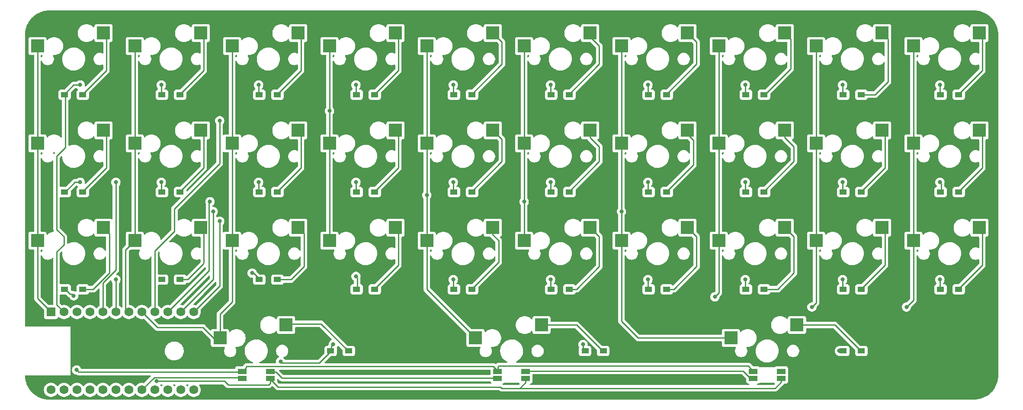
<source format=gbl>
%TF.GenerationSoftware,KiCad,Pcbnew,7.0.2-0*%
%TF.CreationDate,2023-06-01T09:18:08+08:00*%
%TF.ProjectId,Anya,416e7961-2e6b-4696-9361-645f70636258,2*%
%TF.SameCoordinates,PX917e180PY435cdf8*%
%TF.FileFunction,Copper,L2,Bot*%
%TF.FilePolarity,Positive*%
%FSLAX46Y46*%
G04 Gerber Fmt 4.6, Leading zero omitted, Abs format (unit mm)*
G04 Created by KiCad (PCBNEW 7.0.2-0) date 2023-06-01 09:18:08*
%MOMM*%
%LPD*%
G01*
G04 APERTURE LIST*
%TA.AperFunction,SMDPad,CuDef*%
%ADD10R,2.550000X2.500000*%
%TD*%
%TA.AperFunction,SMDPad,CuDef*%
%ADD11R,1.400000X1.000000*%
%TD*%
%TA.AperFunction,SMDPad,CuDef*%
%ADD12R,1.700000X1.000000*%
%TD*%
%TA.AperFunction,ComponentPad*%
%ADD13R,1.752600X1.752600*%
%TD*%
%TA.AperFunction,ComponentPad*%
%ADD14C,1.752600*%
%TD*%
%TA.AperFunction,ViaPad*%
%ADD15C,0.800000*%
%TD*%
%TA.AperFunction,Conductor*%
%ADD16C,0.250000*%
%TD*%
G04 APERTURE END LIST*
D10*
%TO.P,SW29,1,1*%
%TO.N,Col 9*%
X59590000Y-6985000D03*
%TO.P,SW29,2,2*%
%TO.N,Net-(D29-K)*%
X72517000Y-4445000D03*
%TD*%
%TO.P,SW13,1,1*%
%TO.N,Col 3*%
X-54710000Y12065000D03*
%TO.P,SW13,2,2*%
%TO.N,Net-(D13-K)*%
X-41783000Y14605000D03*
%TD*%
%TO.P,SW27,1,1*%
%TO.N,Col 7*%
X21490000Y-6985000D03*
%TO.P,SW27,2,2*%
%TO.N,Net-(D27-K)*%
X34417000Y-4445000D03*
%TD*%
%TO.P,SW24,1,1*%
%TO.N,Col 4*%
X-35660000Y-6985000D03*
%TO.P,SW24,2,2*%
%TO.N,Net-(D24-K)*%
X-22733000Y-4445000D03*
%TD*%
%TO.P,SW8,1,1*%
%TO.N,Col 8*%
X40540000Y31115000D03*
%TO.P,SW8,2,2*%
%TO.N,Net-(D8-K)*%
X53467000Y33655000D03*
%TD*%
%TO.P,SW15,1,1*%
%TO.N,Col 5*%
X-16610000Y12065000D03*
%TO.P,SW15,2,2*%
%TO.N,Net-(D15-K)*%
X-3683000Y14605000D03*
%TD*%
%TO.P,SW1,1,1*%
%TO.N,Col 1*%
X-92810000Y31115000D03*
%TO.P,SW1,2,2*%
%TO.N,Net-(D1-K)*%
X-79883000Y33655000D03*
%TD*%
%TO.P,SW6,1,1*%
%TO.N,Col 6*%
X2440000Y31115000D03*
%TO.P,SW6,2,2*%
%TO.N,Net-(D6-K)*%
X15367000Y33655000D03*
%TD*%
%TO.P,SW2,1,1*%
%TO.N,Col 2*%
X-73760000Y31115000D03*
%TO.P,SW2,2,2*%
%TO.N,Net-(D2-K)*%
X-60833000Y33655000D03*
%TD*%
%TO.P,SW7,1,1*%
%TO.N,Col 7*%
X21490000Y31115000D03*
%TO.P,SW7,2,2*%
%TO.N,Net-(D7-K)*%
X34417000Y33655000D03*
%TD*%
%TO.P,SW26,1,1*%
%TO.N,Col 6*%
X2440000Y-6985000D03*
%TO.P,SW26,2,2*%
%TO.N,Net-(D26-K)*%
X15367000Y-4445000D03*
%TD*%
%TO.P,SW3,1,1*%
%TO.N,Col 3*%
X-54710000Y31115000D03*
%TO.P,SW3,2,2*%
%TO.N,Net-(D3-K)*%
X-41783000Y33655000D03*
%TD*%
%TO.P,SW21,1,1*%
%TO.N,Col 1*%
X-92810000Y-6985000D03*
%TO.P,SW21,2,2*%
%TO.N,Net-(D21-K)*%
X-79883000Y-4445000D03*
%TD*%
%TO.P,SW12,1,1*%
%TO.N,Col 2*%
X-73760000Y12065000D03*
%TO.P,SW12,2,2*%
%TO.N,Net-(D12-K)*%
X-60833000Y14605000D03*
%TD*%
%TO.P,SW31,1,1*%
%TO.N,Col 3*%
X-57091250Y-26035000D03*
%TO.P,SW31,2,2*%
%TO.N,Net-(D31-K)*%
X-44164250Y-23495000D03*
%TD*%
%TO.P,SW23,1,1*%
%TO.N,Col 3*%
X-54710000Y-6985000D03*
%TO.P,SW23,2,2*%
%TO.N,Net-(D23-K)*%
X-41783000Y-4445000D03*
%TD*%
%TO.P,SW10,1,1*%
%TO.N,Col 10*%
X78640000Y31115000D03*
%TO.P,SW10,2,2*%
%TO.N,Net-(D10-K)*%
X91567000Y33655000D03*
%TD*%
%TO.P,SW17,1,1*%
%TO.N,Col 7*%
X21490000Y12065000D03*
%TO.P,SW17,2,2*%
%TO.N,Net-(D17-K)*%
X34417000Y14605000D03*
%TD*%
%TO.P,SW4,1,1*%
%TO.N,Col 4*%
X-35660000Y31115000D03*
%TO.P,SW4,2,2*%
%TO.N,Net-(D4-K)*%
X-22733000Y33655000D03*
%TD*%
%TO.P,SW14,1,1*%
%TO.N,Col 4*%
X-35660000Y12065000D03*
%TO.P,SW14,2,2*%
%TO.N,Net-(D14-K)*%
X-22733000Y14605000D03*
%TD*%
%TO.P,SW20,1,1*%
%TO.N,Col 10*%
X78640000Y12065000D03*
%TO.P,SW20,2,2*%
%TO.N,Net-(D20-K)*%
X91567000Y14605000D03*
%TD*%
%TO.P,SW9,1,1*%
%TO.N,Col 9*%
X59590000Y31115000D03*
%TO.P,SW9,2,2*%
%TO.N,Net-(D9-K)*%
X72517000Y33655000D03*
%TD*%
%TO.P,SW30,1,1*%
%TO.N,Col 10*%
X78640000Y-6985000D03*
%TO.P,SW30,2,2*%
%TO.N,Net-(D30-K)*%
X91567000Y-4445000D03*
%TD*%
%TO.P,SW33,1,1*%
%TO.N,Col 7*%
X42921250Y-26035000D03*
%TO.P,SW33,2,2*%
%TO.N,Net-(D33-K)*%
X55848250Y-23495000D03*
%TD*%
%TO.P,SW25,1,1*%
%TO.N,Col 5*%
X-16610000Y-6985000D03*
%TO.P,SW25,2,2*%
%TO.N,Net-(D25-K)*%
X-3683000Y-4445000D03*
%TD*%
%TO.P,SW5,1,1*%
%TO.N,Col 5*%
X-16610000Y31115000D03*
%TO.P,SW5,2,2*%
%TO.N,Net-(D5-K)*%
X-3683000Y33655000D03*
%TD*%
%TO.P,SW19,1,1*%
%TO.N,Col 9*%
X59590000Y12065000D03*
%TO.P,SW19,2,2*%
%TO.N,Net-(D19-K)*%
X72517000Y14605000D03*
%TD*%
%TO.P,SW11,1,1*%
%TO.N,Col 1*%
X-92810000Y12065000D03*
%TO.P,SW11,2,2*%
%TO.N,Net-(D11-K)*%
X-79883000Y14605000D03*
%TD*%
%TO.P,SW32,1,1*%
%TO.N,Col 5*%
X-7085000Y-26035000D03*
%TO.P,SW32,2,2*%
%TO.N,Net-(D32-K)*%
X5842000Y-23495000D03*
%TD*%
%TO.P,SW28,1,1*%
%TO.N,Col 8*%
X40540000Y-6985000D03*
%TO.P,SW28,2,2*%
%TO.N,Net-(D28-K)*%
X53467000Y-4445000D03*
%TD*%
%TO.P,SW16,1,1*%
%TO.N,Col 6*%
X2440000Y12065000D03*
%TO.P,SW16,2,2*%
%TO.N,Net-(D16-K)*%
X15367000Y14605000D03*
%TD*%
%TO.P,SW18,1,1*%
%TO.N,Col 8*%
X40540000Y12065000D03*
%TO.P,SW18,2,2*%
%TO.N,Net-(D18-K)*%
X53467000Y14605000D03*
%TD*%
%TO.P,SW22,1,1*%
%TO.N,Col 2*%
X-73760000Y-6985000D03*
%TO.P,SW22,2,2*%
%TO.N,Net-(D22-K)*%
X-60833000Y-4445000D03*
%TD*%
D11*
%TO.P,D20,1,K*%
%TO.N,Net-(D20-K)*%
X87500000Y2540000D03*
%TO.P,D20,2,A*%
%TO.N,Row 2*%
X83950000Y2540000D03*
%TD*%
%TO.P,D12,1,K*%
%TO.N,Net-(D12-K)*%
X-64900000Y2540000D03*
%TO.P,D12,2,A*%
%TO.N,Row 2*%
X-68450000Y2540000D03*
%TD*%
D12*
%TO.P,LED1,1,VDD*%
%TO.N,VCC*%
X-47256250Y-33975000D03*
%TO.P,LED1,2,DOUT*%
%TO.N,Net-(LED1-DOUT)*%
X-47256250Y-32575000D03*
%TO.P,LED1,3,VSS*%
%TO.N,GND*%
X-52756250Y-32575000D03*
%TO.P,LED1,4,DIN*%
%TO.N,Net-(LED1-DIN)*%
X-52756250Y-33975000D03*
%TD*%
D11*
%TO.P,D7,1,K*%
%TO.N,Net-(D7-K)*%
X30350000Y21590000D03*
%TO.P,D7,2,A*%
%TO.N,Row 1*%
X26800000Y21590000D03*
%TD*%
D13*
%TO.P,U1,1,TX0/PD3*%
%TO.N,Col 1*%
X-90170000Y-20955000D03*
D14*
%TO.P,U1,2,RX1/PD2*%
%TO.N,Row 1*%
X-87630000Y-20955000D03*
%TO.P,U1,3,GND*%
%TO.N,GND*%
X-85090000Y-20955000D03*
%TO.P,U1,4,GND*%
X-82550000Y-20955000D03*
%TO.P,U1,5,2/PD1*%
%TO.N,Row 2*%
X-80010000Y-20955000D03*
%TO.P,U1,6,3/PD0*%
%TO.N,Row 3*%
X-77470000Y-20955000D03*
%TO.P,U1,7,4/PD4*%
%TO.N,Col 2*%
X-74930000Y-20955000D03*
%TO.P,U1,8,5/PC6*%
%TO.N,Col 3*%
X-72390000Y-20955000D03*
%TO.P,U1,9,6/PD7*%
%TO.N,Col 4*%
X-69850000Y-20955000D03*
%TO.P,U1,10,7/PE6*%
%TO.N,Col 5*%
X-67310000Y-20955000D03*
%TO.P,U1,11,8/PB4*%
%TO.N,Col 6*%
X-64770000Y-20955000D03*
%TO.P,U1,12,9/PB5*%
%TO.N,Col 7*%
X-62230000Y-20955000D03*
%TO.P,U1,13,10/PB6*%
%TO.N,Col 10*%
X-62230000Y-36195000D03*
%TO.P,U1,14,16/PB2*%
%TO.N,Col 9*%
X-64770000Y-36195000D03*
%TO.P,U1,15,14/PB3*%
%TO.N,Col 8*%
X-67310000Y-36195000D03*
%TO.P,U1,16,15/PB1*%
%TO.N,Row 4*%
X-69850000Y-36195000D03*
%TO.P,U1,17,A0/PF7*%
%TO.N,Net-(LED1-DIN)*%
X-72390000Y-36195000D03*
%TO.P,U1,18,A1/PF6*%
%TO.N,unconnected-(U1-A1{slash}PF6-Pad18)*%
X-74930000Y-36195000D03*
%TO.P,U1,19,A2/PF5*%
%TO.N,unconnected-(U1-A2{slash}PF5-Pad19)*%
X-77470000Y-36195000D03*
%TO.P,U1,20,A3/PF4*%
%TO.N,unconnected-(U1-A3{slash}PF4-Pad20)*%
X-80010000Y-36195000D03*
%TO.P,U1,21,VCC*%
%TO.N,VCC*%
X-82550000Y-36195000D03*
%TO.P,U1,22,RST*%
%TO.N,unconnected-(U1-RST-Pad22)*%
X-85090000Y-36195000D03*
%TO.P,U1,23,GND*%
%TO.N,GND*%
X-87630000Y-36195000D03*
%TO.P,U1,24,RAW*%
%TO.N,unconnected-(U1-RAW-Pad24)*%
X-90170000Y-36195000D03*
%TD*%
D11*
%TO.P,D14,1,K*%
%TO.N,Net-(D14-K)*%
X-26800000Y2540000D03*
%TO.P,D14,2,A*%
%TO.N,Row 2*%
X-30350000Y2540000D03*
%TD*%
%TO.P,D30,1,K*%
%TO.N,Net-(D30-K)*%
X87500000Y-16510000D03*
%TO.P,D30,2,A*%
%TO.N,Row 3*%
X83950000Y-16510000D03*
%TD*%
%TO.P,D23,1,K*%
%TO.N,Net-(D23-K)*%
X-45850000Y-14605000D03*
%TO.P,D23,2,A*%
%TO.N,Row 3*%
X-49400000Y-14605000D03*
%TD*%
%TO.P,D13,1,K*%
%TO.N,Net-(D13-K)*%
X-45850000Y2540000D03*
%TO.P,D13,2,A*%
%TO.N,Row 2*%
X-49400000Y2540000D03*
%TD*%
%TO.P,D32,1,K*%
%TO.N,Net-(D32-K)*%
X17920000Y-28575000D03*
%TO.P,D32,2,A*%
%TO.N,Row 4*%
X14370000Y-28575000D03*
%TD*%
%TO.P,D10,1,K*%
%TO.N,Net-(D10-K)*%
X87500000Y21590000D03*
%TO.P,D10,2,A*%
%TO.N,Row 1*%
X83950000Y21590000D03*
%TD*%
%TO.P,D19,1,K*%
%TO.N,Net-(D19-K)*%
X68450000Y2540000D03*
%TO.P,D19,2,A*%
%TO.N,Row 2*%
X64900000Y2540000D03*
%TD*%
%TO.P,D9,1,K*%
%TO.N,Net-(D9-K)*%
X68450000Y21590000D03*
%TO.P,D9,2,A*%
%TO.N,Row 1*%
X64900000Y21590000D03*
%TD*%
%TO.P,D28,1,K*%
%TO.N,Net-(D28-K)*%
X49400000Y-16510000D03*
%TO.P,D28,2,A*%
%TO.N,Row 3*%
X45850000Y-16510000D03*
%TD*%
%TO.P,D33,1,K*%
%TO.N,Net-(D33-K)*%
X68450000Y-28575000D03*
%TO.P,D33,2,A*%
%TO.N,Row 4*%
X64900000Y-28575000D03*
%TD*%
%TO.P,D6,1,K*%
%TO.N,Net-(D6-K)*%
X11300000Y21590000D03*
%TO.P,D6,2,A*%
%TO.N,Row 1*%
X7750000Y21590000D03*
%TD*%
%TO.P,D5,1,K*%
%TO.N,Net-(D5-K)*%
X-7750000Y21590000D03*
%TO.P,D5,2,A*%
%TO.N,Row 1*%
X-11300000Y21590000D03*
%TD*%
%TO.P,D16,1,K*%
%TO.N,Net-(D16-K)*%
X11300000Y2540000D03*
%TO.P,D16,2,A*%
%TO.N,Row 2*%
X7750000Y2540000D03*
%TD*%
%TO.P,D11,1,K*%
%TO.N,Net-(D11-K)*%
X-83950000Y2540000D03*
%TO.P,D11,2,A*%
%TO.N,Row 2*%
X-87500000Y2540000D03*
%TD*%
%TO.P,D4,1,K*%
%TO.N,Net-(D4-K)*%
X-26800000Y21590000D03*
%TO.P,D4,2,A*%
%TO.N,Row 1*%
X-30350000Y21590000D03*
%TD*%
%TO.P,D15,1,K*%
%TO.N,Net-(D15-K)*%
X-7750000Y2540000D03*
%TO.P,D15,2,A*%
%TO.N,Row 2*%
X-11300000Y2540000D03*
%TD*%
%TO.P,D29,1,K*%
%TO.N,Net-(D29-K)*%
X68450000Y-16510000D03*
%TO.P,D29,2,A*%
%TO.N,Row 3*%
X64900000Y-16510000D03*
%TD*%
%TO.P,D26,1,K*%
%TO.N,Net-(D26-K)*%
X11300000Y-16510000D03*
%TO.P,D26,2,A*%
%TO.N,Row 3*%
X7750000Y-16510000D03*
%TD*%
%TO.P,D31,1,K*%
%TO.N,Net-(D31-K)*%
X-31880000Y-28575000D03*
%TO.P,D31,2,A*%
%TO.N,Row 4*%
X-35430000Y-28575000D03*
%TD*%
%TO.P,D25,1,K*%
%TO.N,Net-(D25-K)*%
X-7750000Y-16510000D03*
%TO.P,D25,2,A*%
%TO.N,Row 3*%
X-11300000Y-16510000D03*
%TD*%
%TO.P,D1,1,K*%
%TO.N,Net-(D1-K)*%
X-83950000Y21590000D03*
%TO.P,D1,2,A*%
%TO.N,Row 1*%
X-87500000Y21590000D03*
%TD*%
%TO.P,D3,1,K*%
%TO.N,Net-(D3-K)*%
X-45850000Y21590000D03*
%TO.P,D3,2,A*%
%TO.N,Row 1*%
X-49400000Y21590000D03*
%TD*%
%TO.P,D8,1,K*%
%TO.N,Net-(D8-K)*%
X49400000Y21590000D03*
%TO.P,D8,2,A*%
%TO.N,Row 1*%
X45850000Y21590000D03*
%TD*%
%TO.P,D27,1,K*%
%TO.N,Net-(D27-K)*%
X30350000Y-16510000D03*
%TO.P,D27,2,A*%
%TO.N,Row 3*%
X26800000Y-16510000D03*
%TD*%
%TO.P,D2,1,K*%
%TO.N,Net-(D2-K)*%
X-64900000Y21590000D03*
%TO.P,D2,2,A*%
%TO.N,Row 1*%
X-68450000Y21590000D03*
%TD*%
%TO.P,D24,1,K*%
%TO.N,Net-(D24-K)*%
X-26800000Y-16510000D03*
%TO.P,D24,2,A*%
%TO.N,Row 3*%
X-30350000Y-16510000D03*
%TD*%
D12*
%TO.P,LED2,1,VDD*%
%TO.N,VCC*%
X2750000Y-33975000D03*
%TO.P,LED2,2,DOUT*%
%TO.N,Net-(LED2-DOUT)*%
X2750000Y-32575000D03*
%TO.P,LED2,3,VSS*%
%TO.N,GND*%
X-2750000Y-32575000D03*
%TO.P,LED2,4,DIN*%
%TO.N,Net-(LED1-DOUT)*%
X-2750000Y-33975000D03*
%TD*%
D11*
%TO.P,D22,1,K*%
%TO.N,Net-(D22-K)*%
X-64900000Y-14605000D03*
%TO.P,D22,2,A*%
%TO.N,Row 3*%
X-68450000Y-14605000D03*
%TD*%
%TO.P,D21,1,K*%
%TO.N,Net-(D21-K)*%
X-83950000Y-16510000D03*
%TO.P,D21,2,A*%
%TO.N,Row 3*%
X-87500000Y-16510000D03*
%TD*%
D12*
%TO.P,LED3,1,VDD*%
%TO.N,VCC*%
X52756250Y-33975000D03*
%TO.P,LED3,2,DOUT*%
%TO.N,unconnected-(LED3-DOUT-Pad2)*%
X52756250Y-32575000D03*
%TO.P,LED3,3,VSS*%
%TO.N,GND*%
X47256250Y-32575000D03*
%TO.P,LED3,4,DIN*%
%TO.N,Net-(LED2-DOUT)*%
X47256250Y-33975000D03*
%TD*%
D11*
%TO.P,D18,1,K*%
%TO.N,Net-(D18-K)*%
X49400000Y2540000D03*
%TO.P,D18,2,A*%
%TO.N,Row 2*%
X45850000Y2540000D03*
%TD*%
%TO.P,D17,1,K*%
%TO.N,Net-(D17-K)*%
X30350000Y2540000D03*
%TO.P,D17,2,A*%
%TO.N,Row 2*%
X26800000Y2540000D03*
%TD*%
D15*
%TO.N,Row 1*%
X-11430000Y23495000D03*
X-30480000Y23495000D03*
X64770000Y23495000D03*
X-68580000Y23495000D03*
X45720000Y23495000D03*
X-49530000Y23495000D03*
X83820000Y23495000D03*
X26670000Y23495000D03*
X7620000Y23495000D03*
X-84455000Y23495000D03*
%TO.N,Row 2*%
X26670000Y4445000D03*
X-77470000Y4445000D03*
X-84455000Y4445000D03*
X64770000Y4445000D03*
X-11430000Y4445000D03*
X-68580000Y4445000D03*
X-30480000Y4445000D03*
X83820000Y4445000D03*
X45720000Y4445000D03*
X-49530000Y4445000D03*
X7620000Y4445000D03*
%TO.N,Row 3*%
X7620000Y-14605000D03*
X-68325000Y-14605000D03*
X83820000Y-14605000D03*
X-85725000Y-17780000D03*
X-50800000Y-13335000D03*
X45720000Y-14605000D03*
X-11430000Y-14605000D03*
X-77470000Y-14605000D03*
X-30480000Y-13970000D03*
X26670000Y-14605000D03*
X64770000Y-14605000D03*
%TO.N,Row 4*%
X13970000Y-27305000D03*
X-45225000Y-30640500D03*
X-34925000Y-27305000D03*
X64135000Y-28575000D03*
%TO.N,VCC*%
X-69475000Y-34475000D03*
%TO.N,GND*%
X-85147861Y-32302139D03*
%TO.N,Col 4*%
X-35660000Y18415000D03*
X-57150000Y16510000D03*
%TO.N,Col 5*%
X-16610000Y1905000D03*
X-59055000Y635000D03*
%TO.N,Col 6*%
X-58420000Y-1270000D03*
X2440000Y635000D03*
%TO.N,Col 7*%
X-57150000Y-3175000D03*
X21490000Y-1270000D03*
%TO.N,Col 8*%
X39775000Y-17975000D03*
%TO.N,Col 9*%
X58775000Y-19975000D03*
%TO.N,Col 10*%
X77275000Y-19975000D03*
%TD*%
D16*
%TO.N,Net-(D1-K)*%
X-79320000Y26345000D02*
X-84075000Y21590000D01*
X-79320000Y33092000D02*
X-79320000Y26345000D01*
%TO.N,Row 1*%
X-49530000Y23495000D02*
X-49530000Y21335000D01*
X-89060000Y-19525000D02*
X-87630000Y-20955000D01*
X-85725000Y23495000D02*
X-87375000Y21845000D01*
X64770000Y23495000D02*
X64770000Y21845000D01*
X-89060000Y9548757D02*
X-89060000Y-4808350D01*
X45720000Y23495000D02*
X45720000Y21845000D01*
X-89060000Y-4808350D02*
X-87660000Y-6208350D01*
X-87660000Y-6208350D02*
X-87660000Y-7761650D01*
X83820000Y23495000D02*
X83820000Y21845000D01*
X7620000Y23495000D02*
X7620000Y21845000D01*
X-84455000Y23495000D02*
X-85725000Y23495000D01*
X-87375000Y21590000D02*
X-87375000Y11233757D01*
X-11430000Y23495000D02*
X-11430000Y21845000D01*
X-89060000Y-9161650D02*
X-89060000Y-19525000D01*
X-87660000Y-7761650D02*
X-89060000Y-9161650D01*
X-87375000Y11233757D02*
X-89060000Y9548757D01*
X-68580000Y23495000D02*
X-68580000Y21335000D01*
X26670000Y23495000D02*
X26670000Y21845000D01*
X-30480000Y23495000D02*
X-30480000Y21845000D01*
%TO.N,Net-(D2-K)*%
X-60270000Y33092000D02*
X-60270000Y26345000D01*
X-60270000Y26345000D02*
X-65025000Y21590000D01*
%TO.N,Net-(D3-K)*%
X-41220000Y33092000D02*
X-41220000Y26345000D01*
X-41220000Y26345000D02*
X-45975000Y21590000D01*
%TO.N,Net-(D4-K)*%
X-22170000Y33092000D02*
X-22170000Y26345000D01*
X-22170000Y26345000D02*
X-26925000Y21590000D01*
%TO.N,Row 2*%
X26670000Y4445000D02*
X26670000Y2795000D01*
X84075000Y4190000D02*
X83820000Y4445000D01*
X-49530000Y4445000D02*
X-49530000Y2795000D01*
X84075000Y2540000D02*
X84075000Y4190000D01*
X-85470000Y4445000D02*
X-87375000Y2540000D01*
X-30480000Y4445000D02*
X-30480000Y2795000D01*
X-11430000Y4445000D02*
X-11430000Y2795000D01*
X45720000Y4445000D02*
X45720000Y2795000D01*
X-84455000Y4445000D02*
X-85470000Y4445000D01*
X-77470000Y-12701396D02*
X-80010000Y-15241396D01*
X7620000Y4445000D02*
X7620000Y2795000D01*
X-80010000Y-15241396D02*
X-80010000Y-20955000D01*
X64770000Y4445000D02*
X64770000Y2795000D01*
X-77470000Y4445000D02*
X-77470000Y-12701396D01*
X-68580000Y4445000D02*
X-68580000Y2795000D01*
%TO.N,Net-(D5-K)*%
X-1905000Y27560000D02*
X-7875000Y21590000D01*
X-3683000Y33655000D02*
X-1905000Y31877000D01*
X-1905000Y31877000D02*
X-1905000Y27560000D01*
%TO.N,Net-(D6-K)*%
X17145000Y27560000D02*
X11175000Y21590000D01*
X15367000Y32893000D02*
X17145000Y31115000D01*
X17145000Y31115000D02*
X17145000Y27560000D01*
%TO.N,Col 1*%
X-92810000Y-6985000D02*
X-92810000Y-18315000D01*
X-92810000Y12065000D02*
X-92810000Y-6985000D01*
X-92810000Y-18315000D02*
X-90170000Y-20955000D01*
X-92810000Y31115000D02*
X-92810000Y12065000D01*
%TO.N,Col 2*%
X-75565000Y-20320000D02*
X-74930000Y-20955000D01*
X-73760000Y12065000D02*
X-73760000Y31115000D01*
X-73760000Y-6985000D02*
X-75565000Y-8790000D01*
X-75565000Y-8790000D02*
X-75565000Y-20320000D01*
X-73760000Y-6985000D02*
X-73760000Y12065000D01*
%TO.N,Col 3*%
X-57091250Y-26035000D02*
X-57091250Y-21341250D01*
X-60421250Y-23975000D02*
X-69370000Y-23975000D01*
X-69370000Y-23975000D02*
X-72390000Y-20955000D01*
X-57091250Y-21341250D02*
X-54710000Y-18960000D01*
X-57726250Y-26670000D02*
X-60421250Y-23975000D01*
X-54710000Y12065000D02*
X-54710000Y31115000D01*
X-54710000Y-18960000D02*
X-54710000Y-6985000D01*
X-54710000Y-6985000D02*
X-54710000Y12065000D01*
%TO.N,Net-(D7-K)*%
X36195000Y27560000D02*
X30225000Y21590000D01*
X34417000Y33655000D02*
X36195000Y31877000D01*
X36195000Y31877000D02*
X36195000Y27560000D01*
%TO.N,Net-(D8-K)*%
X53467000Y33655000D02*
X54610000Y32512000D01*
X54610000Y26670000D02*
X49530000Y21590000D01*
X54610000Y32512000D02*
X54610000Y26670000D01*
%TO.N,Net-(D9-K)*%
X73660000Y24130000D02*
X71120000Y21590000D01*
X73660000Y32512000D02*
X73660000Y24130000D01*
X71120000Y21590000D02*
X68325000Y21590000D01*
X72517000Y33655000D02*
X73660000Y32512000D01*
%TO.N,Net-(D10-K)*%
X92130000Y26345000D02*
X87375000Y21590000D01*
X92130000Y33092000D02*
X92130000Y26345000D01*
%TO.N,Net-(D11-K)*%
X-79320000Y7295000D02*
X-84075000Y2540000D01*
X-79320000Y14042000D02*
X-79320000Y7295000D01*
%TO.N,Net-(D12-K)*%
X-60270000Y7295000D02*
X-65025000Y2540000D01*
X-60270000Y14042000D02*
X-60270000Y7295000D01*
%TO.N,Net-(D13-K)*%
X-41220000Y14042000D02*
X-41220000Y7295000D01*
X-41220000Y7295000D02*
X-45975000Y2540000D01*
%TO.N,Net-(D14-K)*%
X-22170000Y13915000D02*
X-22170000Y7295000D01*
X-22170000Y7295000D02*
X-26925000Y2540000D01*
%TO.N,Net-(D15-K)*%
X-1905000Y8510000D02*
X-7875000Y2540000D01*
X-3683000Y14605000D02*
X-1905000Y12827000D01*
X-1905000Y12827000D02*
X-1905000Y8510000D01*
%TO.N,Net-(D16-K)*%
X15367000Y14605000D02*
X15367000Y13208000D01*
X17145000Y11430000D02*
X17145000Y8510000D01*
X17145000Y8510000D02*
X11175000Y2540000D01*
X15367000Y13208000D02*
X17145000Y11430000D01*
%TO.N,Net-(D17-K)*%
X34417000Y13843000D02*
X35560000Y12700000D01*
X35560000Y12700000D02*
X35560000Y7875000D01*
X35560000Y7875000D02*
X30225000Y2540000D01*
%TO.N,Net-(D18-K)*%
X55245000Y11430000D02*
X55245000Y8510000D01*
X53467000Y13208000D02*
X55245000Y11430000D01*
X55245000Y8510000D02*
X49275000Y2540000D01*
X53467000Y14605000D02*
X53467000Y13208000D01*
%TO.N,Net-(D19-K)*%
X73080000Y14042000D02*
X73080000Y7295000D01*
X73080000Y7295000D02*
X68325000Y2540000D01*
%TO.N,Net-(D20-K)*%
X92130000Y14042000D02*
X92130000Y7295000D01*
X92130000Y7295000D02*
X87375000Y2540000D01*
%TO.N,Net-(D21-K)*%
X-78740000Y-13335000D02*
X-78740000Y-5588000D01*
X-81915000Y-16510000D02*
X-78740000Y-13335000D01*
X-78740000Y-5588000D02*
X-79883000Y-4445000D01*
X-84075000Y-16510000D02*
X-81915000Y-16510000D01*
%TO.N,Net-(D22-K)*%
X-60325000Y-11555000D02*
X-60325000Y-11430000D01*
X-60325000Y-11430000D02*
X-60270000Y-11375000D01*
X-63375000Y-14605000D02*
X-60325000Y-11555000D01*
X-60270000Y-11375000D02*
X-60270000Y-5008000D01*
X-65025000Y-14605000D02*
X-63375000Y-14605000D01*
%TO.N,Net-(D23-K)*%
X-40640000Y-5588000D02*
X-41783000Y-4445000D01*
X-45975000Y-14605000D02*
X-43180000Y-14605000D01*
X-40640000Y-12065000D02*
X-40640000Y-5588000D01*
X-43180000Y-14605000D02*
X-40640000Y-12065000D01*
%TO.N,Net-(D24-K)*%
X-22170000Y-11755000D02*
X-26925000Y-16510000D01*
X-22170000Y-5008000D02*
X-22170000Y-11755000D01*
%TO.N,Net-(D25-K)*%
X-2540000Y-6985000D02*
X-2540000Y-11175000D01*
X-2540000Y-11175000D02*
X-7875000Y-16510000D01*
X-3683000Y-4445000D02*
X-3683000Y-5842000D01*
X-3683000Y-5842000D02*
X-2540000Y-6985000D01*
%TO.N,Net-(D26-K)*%
X17145000Y-12065000D02*
X12700000Y-16510000D01*
X17145000Y-6223000D02*
X17145000Y-12065000D01*
X12700000Y-16510000D02*
X11175000Y-16510000D01*
X15367000Y-4445000D02*
X17145000Y-6223000D01*
%TO.N,Net-(D27-K)*%
X34417000Y-4445000D02*
X36195000Y-6223000D01*
X36195000Y-6223000D02*
X36195000Y-12065000D01*
X36195000Y-12065000D02*
X31750000Y-16510000D01*
X31750000Y-16510000D02*
X30225000Y-16510000D01*
%TO.N,Net-(D28-K)*%
X53467000Y-4445000D02*
X55245000Y-6223000D01*
X55245000Y-6223000D02*
X55245000Y-13335000D01*
X52070000Y-16510000D02*
X49275000Y-16510000D01*
X55245000Y-13335000D02*
X52070000Y-16510000D01*
%TO.N,Net-(D29-K)*%
X73080000Y-5008000D02*
X73080000Y-11755000D01*
X73080000Y-11755000D02*
X68325000Y-16510000D01*
%TO.N,Net-(D30-K)*%
X92130000Y-11755000D02*
X87375000Y-16510000D01*
X92130000Y-5008000D02*
X92130000Y-11755000D01*
%TO.N,Net-(D31-K)*%
X-32005000Y-28575000D02*
X-37329500Y-23250500D01*
X-37329500Y-23250500D02*
X-43919750Y-23250500D01*
%TO.N,Row 3*%
X-11430000Y-14605000D02*
X-11430000Y-16255000D01*
X-86070000Y-17435000D02*
X-85725000Y-17780000D01*
X64770000Y-14605000D02*
X64770000Y-16255000D01*
X-30225000Y-14225000D02*
X-30225000Y-16510000D01*
X26670000Y-14605000D02*
X26670000Y-16255000D01*
X7620000Y-14605000D02*
X7620000Y-16255000D01*
X-86450000Y-17435000D02*
X-87375000Y-16510000D01*
X83820000Y-14605000D02*
X83820000Y-16255000D01*
X-30480000Y-13970000D02*
X-30225000Y-14225000D01*
X45720000Y-14605000D02*
X45720000Y-16255000D01*
X-50800000Y-13335000D02*
X-50545000Y-13335000D01*
X-86450000Y-17435000D02*
X-86070000Y-17435000D01*
X-77470000Y-14605000D02*
X-77470000Y-20955000D01*
X-50545000Y-13335000D02*
X-49275000Y-14605000D01*
%TO.N,Net-(D32-K)*%
X17795000Y-28575000D02*
X12715000Y-23495000D01*
X12715000Y-23495000D02*
X5842000Y-23495000D01*
%TO.N,Net-(D33-K)*%
X68325000Y-28575000D02*
X63245000Y-23495000D01*
X63245000Y-23495000D02*
X55848250Y-23495000D01*
%TO.N,Net-(LED1-DIN)*%
X-72390000Y-36195000D02*
X-69945500Y-33750500D01*
X-53099500Y-33750500D02*
X-52725000Y-34125000D01*
X-69945500Y-33750500D02*
X-53099500Y-33750500D01*
%TO.N,Row 4*%
X64135000Y-28575000D02*
X65025000Y-28575000D01*
X13970000Y-27305000D02*
X13970000Y-28050000D01*
X-35305000Y-28575000D02*
X-35305000Y-27685000D01*
X-35305000Y-27685000D02*
X-34925000Y-27305000D01*
X-37645499Y-30915499D02*
X-44950001Y-30915499D01*
X-44950001Y-30915499D02*
X-45225000Y-30640500D01*
X13970000Y-28050000D02*
X14495000Y-28575000D01*
X-35305000Y-28575000D02*
X-37645499Y-30915499D01*
%TO.N,VCC*%
X51535000Y-35865000D02*
X52775000Y-34625000D01*
X-55475000Y-35225000D02*
X-47575000Y-35225000D01*
X-2175000Y-35615000D02*
X-1925000Y-35865000D01*
X52775000Y-34625000D02*
X52775000Y-33875000D01*
X-69475000Y-34475000D02*
X-56225000Y-34475000D01*
X-1925000Y-35865000D02*
X-60000Y-35865000D01*
X-60000Y-35865000D02*
X51535000Y-35865000D01*
X-47575000Y-35225000D02*
X-47225000Y-34875000D01*
X2750000Y-34725000D02*
X2750000Y-33975000D01*
X-47225000Y-34875000D02*
X-47225000Y-34125000D01*
X-56225000Y-34475000D02*
X-55475000Y-35225000D01*
X-47225000Y-34125000D02*
X-45735000Y-35615000D01*
X1610000Y-35865000D02*
X2750000Y-34725000D01*
X-45735000Y-35615000D02*
X-2175000Y-35615000D01*
X-60000Y-35865000D02*
X1610000Y-35865000D01*
%TO.N,Net-(LED1-DOUT)*%
X-47225000Y-32725000D02*
X-46125000Y-32725000D01*
X-46125000Y-32725000D02*
X-44975000Y-33875000D01*
X-44975000Y-33875000D02*
X-2725000Y-33875000D01*
%TO.N,Net-(LED2-DOUT)*%
X45275000Y-32475000D02*
X46675000Y-33875000D01*
X46675000Y-33875000D02*
X47275000Y-33875000D01*
X2775000Y-32475000D02*
X45275000Y-32475000D01*
%TO.N,GND*%
X-84725000Y-32725000D02*
X-52725000Y-32725000D01*
X-51931250Y-31854473D02*
X-51931250Y-31673223D01*
X-85147861Y-32302139D02*
X-84725000Y-32725000D01*
X-52725000Y-32725000D02*
X-52725000Y-32648223D01*
X-2725000Y-31725000D02*
X-2725000Y-32475000D01*
X-52725000Y-32648223D02*
X-51931250Y-31854473D01*
X-3600000Y-31600000D02*
X-2725000Y-32475000D01*
X-51931250Y-31673223D02*
X-51858027Y-31600000D01*
X-51858027Y-31600000D02*
X-3600000Y-31600000D01*
X-2500000Y-31500000D02*
X-2725000Y-31725000D01*
X46300000Y-31500000D02*
X-2500000Y-31500000D01*
X47275000Y-32475000D02*
X46300000Y-31500000D01*
%TO.N,Col 4*%
X-66010000Y-5161650D02*
X-66010000Y-730000D01*
X-69850000Y-9001650D02*
X-66010000Y-5161650D01*
X-69850000Y-20955000D02*
X-69850000Y-9001650D01*
X-66010000Y-730000D02*
X-57150000Y8130000D01*
X-35660000Y18415000D02*
X-35660000Y12065000D01*
X-57150000Y8130000D02*
X-57150000Y16510000D01*
X-35660000Y12065000D02*
X-35660000Y-6985000D01*
X-35660000Y31115000D02*
X-35660000Y18415000D01*
%TO.N,Col 5*%
X-67310000Y-20955000D02*
X-59233000Y-12878000D01*
X-16610000Y-16510000D02*
X-7085000Y-26035000D01*
X-16610000Y1905000D02*
X-16610000Y-6985000D01*
X-16610000Y31115000D02*
X-16610000Y12065000D01*
X-16610000Y-6985000D02*
X-16610000Y-16510000D01*
X-59233000Y-12878000D02*
X-59233000Y457000D01*
X-16610000Y12065000D02*
X-16610000Y1905000D01*
X-59233000Y457000D02*
X-59055000Y635000D01*
%TO.N,Col 6*%
X-58420000Y-14605000D02*
X-58420000Y-1270000D01*
X2440000Y635000D02*
X2440000Y-6985000D01*
X-64770000Y-20955000D02*
X-58420000Y-14605000D01*
X2440000Y12065000D02*
X2440000Y635000D01*
X2440000Y31115000D02*
X2440000Y12065000D01*
%TO.N,Col 7*%
X-57150000Y-3175000D02*
X-57150000Y-15875000D01*
X21490000Y12065000D02*
X21490000Y-6985000D01*
X24765000Y-26035000D02*
X21490000Y-22760000D01*
X21490000Y-22760000D02*
X21490000Y-6985000D01*
X42921250Y-26035000D02*
X24765000Y-26035000D01*
X-57150000Y-15875000D02*
X-62230000Y-20955000D01*
X21490000Y31115000D02*
X21490000Y12065000D01*
%TO.N,Col 8*%
X40540000Y-17210000D02*
X40540000Y-6985000D01*
X40540000Y12065000D02*
X40540000Y-6985000D01*
X39775000Y-17975000D02*
X40540000Y-17210000D01*
X40540000Y31115000D02*
X40540000Y12065000D01*
%TO.N,Col 9*%
X59590000Y12065000D02*
X59590000Y-6985000D01*
X58775000Y-19975000D02*
X59590000Y-19160000D01*
X59590000Y-19160000D02*
X59590000Y-6985000D01*
X59590000Y31115000D02*
X59590000Y12065000D01*
%TO.N,Col 10*%
X78640000Y31115000D02*
X78640000Y12065000D01*
X78640000Y-6985000D02*
X78640000Y-18610000D01*
X78640000Y-6985000D02*
X78640000Y12065000D01*
X78640000Y-18610000D02*
X77275000Y-19975000D01*
%TD*%
%TA.AperFunction,NonConductor*%
G36*
X90490202Y38099383D02*
G01*
X90681945Y38091011D01*
X90903955Y38080747D01*
X90914372Y38079821D01*
X91120250Y38052717D01*
X91328083Y38023725D01*
X91337733Y38021986D01*
X91543250Y37976423D01*
X91745324Y37928896D01*
X91754158Y37926468D01*
X91956269Y37862743D01*
X92152346Y37797024D01*
X92160370Y37794020D01*
X92160375Y37794018D01*
X92355571Y37713166D01*
X92358183Y37712048D01*
X92545873Y37629175D01*
X92553023Y37625740D01*
X92740729Y37528027D01*
X92743796Y37526374D01*
X92802125Y37493885D01*
X92922737Y37426705D01*
X92929007Y37422966D01*
X93107654Y37309155D01*
X93111028Y37306927D01*
X93279927Y37191228D01*
X93285282Y37187343D01*
X93373252Y37119842D01*
X93453394Y37058347D01*
X93457116Y37055376D01*
X93614501Y36924686D01*
X93619014Y36920749D01*
X93693496Y36852498D01*
X93775327Y36777513D01*
X93779234Y36773772D01*
X93923770Y36629236D01*
X93927511Y36625329D01*
X94070742Y36469020D01*
X94074690Y36464496D01*
X94191313Y36324051D01*
X94205367Y36307127D01*
X94208345Y36303396D01*
X94337331Y36135298D01*
X94341236Y36129914D01*
X94456907Y35961057D01*
X94459153Y35957656D01*
X94572964Y35779009D01*
X94576713Y35772722D01*
X94676372Y35593798D01*
X94678032Y35590717D01*
X94775728Y35403046D01*
X94779173Y35395875D01*
X94862046Y35208185D01*
X94863173Y35205552D01*
X94944016Y35010379D01*
X94947027Y35002333D01*
X95012747Y34806254D01*
X95076459Y34604184D01*
X95078901Y34595298D01*
X95126428Y34393225D01*
X95171978Y34187760D01*
X95173727Y34178060D01*
X95202719Y33970228D01*
X95229817Y33764393D01*
X95230746Y33753937D01*
X95241010Y33531935D01*
X95249382Y33340203D01*
X95249500Y33334794D01*
X95249500Y-33334793D01*
X95249382Y-33340202D01*
X95241010Y-33531934D01*
X95230746Y-33753934D01*
X95229817Y-33764392D01*
X95202719Y-33970227D01*
X95173728Y-34178056D01*
X95171978Y-34187760D01*
X95126428Y-34393224D01*
X95078902Y-34595294D01*
X95076458Y-34604185D01*
X95012747Y-34806253D01*
X94947025Y-35002337D01*
X94944018Y-35010370D01*
X94863173Y-35205549D01*
X94862046Y-35208183D01*
X94779173Y-35395873D01*
X94775728Y-35403044D01*
X94678032Y-35590715D01*
X94676372Y-35593796D01*
X94576713Y-35772720D01*
X94572964Y-35779007D01*
X94459153Y-35957654D01*
X94456873Y-35961106D01*
X94341255Y-36129887D01*
X94337331Y-36135296D01*
X94208345Y-36303394D01*
X94205367Y-36307125D01*
X94074703Y-36464479D01*
X94070727Y-36469036D01*
X93927511Y-36625327D01*
X93923770Y-36629234D01*
X93779234Y-36773770D01*
X93775327Y-36777511D01*
X93619036Y-36920727D01*
X93614479Y-36924703D01*
X93457125Y-37055367D01*
X93453394Y-37058345D01*
X93285296Y-37187331D01*
X93279887Y-37191255D01*
X93111106Y-37306873D01*
X93107654Y-37309153D01*
X92929007Y-37422964D01*
X92922720Y-37426713D01*
X92743796Y-37526372D01*
X92740715Y-37528032D01*
X92553044Y-37625728D01*
X92545873Y-37629173D01*
X92358183Y-37712046D01*
X92355550Y-37713173D01*
X92160377Y-37794016D01*
X92152331Y-37797027D01*
X91956253Y-37862747D01*
X91754182Y-37926459D01*
X91745296Y-37928901D01*
X91543224Y-37976428D01*
X91337758Y-38021978D01*
X91328058Y-38023727D01*
X91120227Y-38052719D01*
X90914391Y-38079817D01*
X90903935Y-38080746D01*
X90682141Y-38091001D01*
X90490203Y-38099381D01*
X90484794Y-38099499D01*
X-90798102Y-38099499D01*
X-90811815Y-38098738D01*
X-90984569Y-38079516D01*
X-91226891Y-38051875D01*
X-91237386Y-38050220D01*
X-91438750Y-38009550D01*
X-91653695Y-37964276D01*
X-91663329Y-37961840D01*
X-91865244Y-37902075D01*
X-91991663Y-37862747D01*
X-92070713Y-37838155D01*
X-92079429Y-37835081D01*
X-92277477Y-37756835D01*
X-92384722Y-37712046D01*
X-92474439Y-37674577D01*
X-92482210Y-37671011D01*
X-92672485Y-37575611D01*
X-92675225Y-37574194D01*
X-92861570Y-37474889D01*
X-92868408Y-37470961D01*
X-92873998Y-37467509D01*
X-93049995Y-37358820D01*
X-93053173Y-37356790D01*
X-93228902Y-37240739D01*
X-93234791Y-37236599D01*
X-93406011Y-37108662D01*
X-93409534Y-37105930D01*
X-93573352Y-36974089D01*
X-93578317Y-36969873D01*
X-93737701Y-36827181D01*
X-93741461Y-36823672D01*
X-93892063Y-36677148D01*
X-93896143Y-36672987D01*
X-93921219Y-36646184D01*
X-94042349Y-36516709D01*
X-94046202Y-36512393D01*
X-94182436Y-36352317D01*
X-94185618Y-36348417D01*
X-94305581Y-36194999D01*
X-91559547Y-36194999D01*
X-91540595Y-36423707D01*
X-91540595Y-36423710D01*
X-91540594Y-36423712D01*
X-91484257Y-36646185D01*
X-91406403Y-36823672D01*
X-91392068Y-36856353D01*
X-91336192Y-36941878D01*
X-91266547Y-37048477D01*
X-91111114Y-37217322D01*
X-91111111Y-37217324D01*
X-90930016Y-37358277D01*
X-90930014Y-37358278D01*
X-90930010Y-37358281D01*
X-90728174Y-37467509D01*
X-90619644Y-37504767D01*
X-90511117Y-37542025D01*
X-90511115Y-37542025D01*
X-90511113Y-37542026D01*
X-90284748Y-37579800D01*
X-90284747Y-37579800D01*
X-90055253Y-37579800D01*
X-90055252Y-37579800D01*
X-89828887Y-37542026D01*
X-89611826Y-37467509D01*
X-89409990Y-37358281D01*
X-89228886Y-37217322D01*
X-89073453Y-37048477D01*
X-89003808Y-36941877D01*
X-88950663Y-36896521D01*
X-88881431Y-36887097D01*
X-88818096Y-36916599D01*
X-88796194Y-36941875D01*
X-88726547Y-37048477D01*
X-88571114Y-37217322D01*
X-88571111Y-37217324D01*
X-88390016Y-37358277D01*
X-88390014Y-37358278D01*
X-88390010Y-37358281D01*
X-88188174Y-37467509D01*
X-88079644Y-37504767D01*
X-87971117Y-37542025D01*
X-87971115Y-37542025D01*
X-87971113Y-37542026D01*
X-87744748Y-37579800D01*
X-87744747Y-37579800D01*
X-87515253Y-37579800D01*
X-87515252Y-37579800D01*
X-87288887Y-37542026D01*
X-87071826Y-37467509D01*
X-86869990Y-37358281D01*
X-86688886Y-37217322D01*
X-86533453Y-37048477D01*
X-86463808Y-36941877D01*
X-86410663Y-36896521D01*
X-86341431Y-36887097D01*
X-86278096Y-36916599D01*
X-86256194Y-36941875D01*
X-86186547Y-37048477D01*
X-86031114Y-37217322D01*
X-86031111Y-37217324D01*
X-85850016Y-37358277D01*
X-85850014Y-37358278D01*
X-85850010Y-37358281D01*
X-85648174Y-37467509D01*
X-85539644Y-37504767D01*
X-85431117Y-37542025D01*
X-85431115Y-37542025D01*
X-85431113Y-37542026D01*
X-85204748Y-37579800D01*
X-85204747Y-37579800D01*
X-84975253Y-37579800D01*
X-84975252Y-37579800D01*
X-84748887Y-37542026D01*
X-84531826Y-37467509D01*
X-84329990Y-37358281D01*
X-84148886Y-37217322D01*
X-83993453Y-37048477D01*
X-83923808Y-36941877D01*
X-83870663Y-36896521D01*
X-83801431Y-36887097D01*
X-83738096Y-36916599D01*
X-83716194Y-36941875D01*
X-83646547Y-37048477D01*
X-83491114Y-37217322D01*
X-83491111Y-37217324D01*
X-83310016Y-37358277D01*
X-83310014Y-37358278D01*
X-83310010Y-37358281D01*
X-83108174Y-37467509D01*
X-82999644Y-37504767D01*
X-82891117Y-37542025D01*
X-82891115Y-37542025D01*
X-82891113Y-37542026D01*
X-82664748Y-37579800D01*
X-82664747Y-37579800D01*
X-82435253Y-37579800D01*
X-82435252Y-37579800D01*
X-82208887Y-37542026D01*
X-81991826Y-37467509D01*
X-81789990Y-37358281D01*
X-81608886Y-37217322D01*
X-81453453Y-37048477D01*
X-81383808Y-36941877D01*
X-81330663Y-36896521D01*
X-81261431Y-36887097D01*
X-81198096Y-36916599D01*
X-81176194Y-36941875D01*
X-81106547Y-37048477D01*
X-80951114Y-37217322D01*
X-80951111Y-37217324D01*
X-80770016Y-37358277D01*
X-80770014Y-37358278D01*
X-80770010Y-37358281D01*
X-80568174Y-37467509D01*
X-80459644Y-37504767D01*
X-80351117Y-37542025D01*
X-80351115Y-37542025D01*
X-80351113Y-37542026D01*
X-80124748Y-37579800D01*
X-80124747Y-37579800D01*
X-79895253Y-37579800D01*
X-79895252Y-37579800D01*
X-79668887Y-37542026D01*
X-79451826Y-37467509D01*
X-79249990Y-37358281D01*
X-79068886Y-37217322D01*
X-78913453Y-37048477D01*
X-78843808Y-36941877D01*
X-78790663Y-36896521D01*
X-78721431Y-36887097D01*
X-78658096Y-36916599D01*
X-78636194Y-36941875D01*
X-78566547Y-37048477D01*
X-78411114Y-37217322D01*
X-78411111Y-37217324D01*
X-78230016Y-37358277D01*
X-78230014Y-37358278D01*
X-78230010Y-37358281D01*
X-78028174Y-37467509D01*
X-77919644Y-37504767D01*
X-77811117Y-37542025D01*
X-77811115Y-37542025D01*
X-77811113Y-37542026D01*
X-77584748Y-37579800D01*
X-77584747Y-37579800D01*
X-77355253Y-37579800D01*
X-77355252Y-37579800D01*
X-77128887Y-37542026D01*
X-76911826Y-37467509D01*
X-76709990Y-37358281D01*
X-76528886Y-37217322D01*
X-76373453Y-37048477D01*
X-76303808Y-36941877D01*
X-76250663Y-36896521D01*
X-76181431Y-36887097D01*
X-76118096Y-36916599D01*
X-76096194Y-36941875D01*
X-76026547Y-37048477D01*
X-75871114Y-37217322D01*
X-75871111Y-37217324D01*
X-75690016Y-37358277D01*
X-75690014Y-37358278D01*
X-75690010Y-37358281D01*
X-75488174Y-37467509D01*
X-75379644Y-37504767D01*
X-75271117Y-37542025D01*
X-75271115Y-37542025D01*
X-75271113Y-37542026D01*
X-75044748Y-37579800D01*
X-75044747Y-37579800D01*
X-74815253Y-37579800D01*
X-74815252Y-37579800D01*
X-74588887Y-37542026D01*
X-74371826Y-37467509D01*
X-74169990Y-37358281D01*
X-73988886Y-37217322D01*
X-73833453Y-37048477D01*
X-73763808Y-36941877D01*
X-73710663Y-36896521D01*
X-73641431Y-36887097D01*
X-73578096Y-36916599D01*
X-73556194Y-36941875D01*
X-73486547Y-37048477D01*
X-73331114Y-37217322D01*
X-73331111Y-37217324D01*
X-73150016Y-37358277D01*
X-73150014Y-37358278D01*
X-73150010Y-37358281D01*
X-72948174Y-37467509D01*
X-72839644Y-37504767D01*
X-72731117Y-37542025D01*
X-72731115Y-37542025D01*
X-72731113Y-37542026D01*
X-72504748Y-37579800D01*
X-72504747Y-37579800D01*
X-72275253Y-37579800D01*
X-72275252Y-37579800D01*
X-72048887Y-37542026D01*
X-71831826Y-37467509D01*
X-71629990Y-37358281D01*
X-71448886Y-37217322D01*
X-71293453Y-37048477D01*
X-71223808Y-36941877D01*
X-71170663Y-36896521D01*
X-71101431Y-36887097D01*
X-71038096Y-36916599D01*
X-71016194Y-36941875D01*
X-70946547Y-37048477D01*
X-70791114Y-37217322D01*
X-70791111Y-37217324D01*
X-70610016Y-37358277D01*
X-70610014Y-37358278D01*
X-70610010Y-37358281D01*
X-70408174Y-37467509D01*
X-70299644Y-37504767D01*
X-70191117Y-37542025D01*
X-70191115Y-37542025D01*
X-70191113Y-37542026D01*
X-69964748Y-37579800D01*
X-69964747Y-37579800D01*
X-69735253Y-37579800D01*
X-69735252Y-37579800D01*
X-69508887Y-37542026D01*
X-69291826Y-37467509D01*
X-69089990Y-37358281D01*
X-68908886Y-37217322D01*
X-68753453Y-37048477D01*
X-68683808Y-36941877D01*
X-68630663Y-36896521D01*
X-68561431Y-36887097D01*
X-68498096Y-36916599D01*
X-68476194Y-36941875D01*
X-68406547Y-37048477D01*
X-68251114Y-37217322D01*
X-68251111Y-37217324D01*
X-68070016Y-37358277D01*
X-68070014Y-37358278D01*
X-68070010Y-37358281D01*
X-67868174Y-37467509D01*
X-67759644Y-37504767D01*
X-67651117Y-37542025D01*
X-67651115Y-37542025D01*
X-67651113Y-37542026D01*
X-67424748Y-37579800D01*
X-67424747Y-37579800D01*
X-67195253Y-37579800D01*
X-67195252Y-37579800D01*
X-66968887Y-37542026D01*
X-66751826Y-37467509D01*
X-66549990Y-37358281D01*
X-66368886Y-37217322D01*
X-66213453Y-37048477D01*
X-66143808Y-36941877D01*
X-66090663Y-36896521D01*
X-66021431Y-36887097D01*
X-65958096Y-36916599D01*
X-65936194Y-36941875D01*
X-65866547Y-37048477D01*
X-65711114Y-37217322D01*
X-65711111Y-37217324D01*
X-65530016Y-37358277D01*
X-65530014Y-37358278D01*
X-65530010Y-37358281D01*
X-65328174Y-37467509D01*
X-65219644Y-37504767D01*
X-65111117Y-37542025D01*
X-65111115Y-37542025D01*
X-65111113Y-37542026D01*
X-64884748Y-37579800D01*
X-64884747Y-37579800D01*
X-64655253Y-37579800D01*
X-64655252Y-37579800D01*
X-64428887Y-37542026D01*
X-64211826Y-37467509D01*
X-64009990Y-37358281D01*
X-63828886Y-37217322D01*
X-63673453Y-37048477D01*
X-63603808Y-36941877D01*
X-63550663Y-36896521D01*
X-63481431Y-36887097D01*
X-63418096Y-36916599D01*
X-63396194Y-36941875D01*
X-63326547Y-37048477D01*
X-63171114Y-37217322D01*
X-63171111Y-37217324D01*
X-62990016Y-37358277D01*
X-62990014Y-37358278D01*
X-62990010Y-37358281D01*
X-62788174Y-37467509D01*
X-62679644Y-37504767D01*
X-62571117Y-37542025D01*
X-62571115Y-37542025D01*
X-62571113Y-37542026D01*
X-62344748Y-37579800D01*
X-62344747Y-37579800D01*
X-62115253Y-37579800D01*
X-62115252Y-37579800D01*
X-61888887Y-37542026D01*
X-61671826Y-37467509D01*
X-61469990Y-37358281D01*
X-61288886Y-37217322D01*
X-61133453Y-37048477D01*
X-61007931Y-36856351D01*
X-60915743Y-36646185D01*
X-60859406Y-36423712D01*
X-60840454Y-36195000D01*
X-60859406Y-35966288D01*
X-60915743Y-35743815D01*
X-61007931Y-35533649D01*
X-61133453Y-35341523D01*
X-61133454Y-35341522D01*
X-61133455Y-35341520D01*
X-61156504Y-35316482D01*
X-61187426Y-35253828D01*
X-61179565Y-35184401D01*
X-61135418Y-35130246D01*
X-61069000Y-35108556D01*
X-61065274Y-35108500D01*
X-56538766Y-35108500D01*
X-56471727Y-35128185D01*
X-56451085Y-35144819D01*
X-55982090Y-35613814D01*
X-55969041Y-35630101D01*
X-55967001Y-35632016D01*
X-55967000Y-35632018D01*
X-55917299Y-35678690D01*
X-55914535Y-35681369D01*
X-55894770Y-35701134D01*
X-55891516Y-35703658D01*
X-55882633Y-35711244D01*
X-55850321Y-35741586D01*
X-55832428Y-35751422D01*
X-55816169Y-35762103D01*
X-55800041Y-35774613D01*
X-55759375Y-35792210D01*
X-55748894Y-35797346D01*
X-55742918Y-35800631D01*
X-55710060Y-35818695D01*
X-55690290Y-35823771D01*
X-55671885Y-35830071D01*
X-55653145Y-35838181D01*
X-55609370Y-35845113D01*
X-55597959Y-35847477D01*
X-55555030Y-35858500D01*
X-55534616Y-35858500D01*
X-55515217Y-35860027D01*
X-55495057Y-35863220D01*
X-55450944Y-35859050D01*
X-55439274Y-35858500D01*
X-47658633Y-35858500D01*
X-47637892Y-35860789D01*
X-47635095Y-35860701D01*
X-47635091Y-35860702D01*
X-47566983Y-35858560D01*
X-47563087Y-35858500D01*
X-47539042Y-35858500D01*
X-47535144Y-35858500D01*
X-47531276Y-35858011D01*
X-47531053Y-35857983D01*
X-47519392Y-35857064D01*
X-47475111Y-35855673D01*
X-47455502Y-35849975D01*
X-47436469Y-35846033D01*
X-47416203Y-35843474D01*
X-47374994Y-35827157D01*
X-47363963Y-35823380D01*
X-47321407Y-35811018D01*
X-47303840Y-35800628D01*
X-47286368Y-35792068D01*
X-47267383Y-35784552D01*
X-47231525Y-35758498D01*
X-47221777Y-35752096D01*
X-47183638Y-35729542D01*
X-47169201Y-35715104D01*
X-47154406Y-35702469D01*
X-47137892Y-35690471D01*
X-47109651Y-35656333D01*
X-47101808Y-35647711D01*
X-46937679Y-35483582D01*
X-46876358Y-35450100D01*
X-46806666Y-35455084D01*
X-46762319Y-35483585D01*
X-46242090Y-36003814D01*
X-46229041Y-36020101D01*
X-46227001Y-36022016D01*
X-46227000Y-36022018D01*
X-46177299Y-36068690D01*
X-46174535Y-36071369D01*
X-46154770Y-36091134D01*
X-46151516Y-36093658D01*
X-46142633Y-36101244D01*
X-46110321Y-36131586D01*
X-46092428Y-36141422D01*
X-46076169Y-36152103D01*
X-46060041Y-36164613D01*
X-46019375Y-36182210D01*
X-46008894Y-36187346D01*
X-45994971Y-36195000D01*
X-45970060Y-36208695D01*
X-45950290Y-36213771D01*
X-45931885Y-36220071D01*
X-45913145Y-36228181D01*
X-45869370Y-36235113D01*
X-45857959Y-36237477D01*
X-45815030Y-36248500D01*
X-45794616Y-36248500D01*
X-45775217Y-36250027D01*
X-45755057Y-36253220D01*
X-45710944Y-36249050D01*
X-45699274Y-36248500D01*
X-2491139Y-36248500D01*
X-2424100Y-36268185D01*
X-2406257Y-36282107D01*
X-2367334Y-36318657D01*
X-2364535Y-36321369D01*
X-2344770Y-36341134D01*
X-2341516Y-36343658D01*
X-2332633Y-36351244D01*
X-2300321Y-36381586D01*
X-2282428Y-36391422D01*
X-2266169Y-36402103D01*
X-2250041Y-36414613D01*
X-2209375Y-36432210D01*
X-2198894Y-36437346D01*
X-2192918Y-36440631D01*
X-2160060Y-36458695D01*
X-2140290Y-36463771D01*
X-2121885Y-36470071D01*
X-2103145Y-36478181D01*
X-2059382Y-36485111D01*
X-2047955Y-36487478D01*
X-2005030Y-36498500D01*
X-1984609Y-36498500D01*
X-1965212Y-36500026D01*
X-1956445Y-36501415D01*
X-1945058Y-36503219D01*
X-1945058Y-36503218D01*
X-1945057Y-36503219D01*
X-1900951Y-36499049D01*
X-1889282Y-36498500D01*
X-140030Y-36498500D01*
X1526367Y-36498500D01*
X1547108Y-36500789D01*
X1549905Y-36500701D01*
X1549909Y-36500702D01*
X1618017Y-36498560D01*
X1621913Y-36498500D01*
X1649856Y-36498500D01*
X51451367Y-36498500D01*
X51472108Y-36500789D01*
X51474905Y-36500701D01*
X51474909Y-36500702D01*
X51543017Y-36498560D01*
X51546913Y-36498500D01*
X51570958Y-36498500D01*
X51574856Y-36498500D01*
X51578724Y-36498011D01*
X51578947Y-36497983D01*
X51590608Y-36497064D01*
X51634889Y-36495673D01*
X51654498Y-36489975D01*
X51673531Y-36486033D01*
X51693797Y-36483474D01*
X51735006Y-36467157D01*
X51746037Y-36463380D01*
X51788593Y-36451018D01*
X51806160Y-36440628D01*
X51823632Y-36432068D01*
X51842617Y-36424552D01*
X51878475Y-36398498D01*
X51888223Y-36392096D01*
X51926362Y-36369542D01*
X51940800Y-36355103D01*
X51955588Y-36342472D01*
X51972107Y-36330472D01*
X52000359Y-36296319D01*
X52008203Y-36287699D01*
X53163817Y-35132086D01*
X53180097Y-35119044D01*
X53182014Y-35117002D01*
X53182018Y-35117000D01*
X53228691Y-35067295D01*
X53231309Y-35064594D01*
X53251135Y-35044770D01*
X53253660Y-35041513D01*
X53261259Y-35032615D01*
X53267193Y-35026297D01*
X53270656Y-35022610D01*
X53330899Y-34987219D01*
X53361042Y-34983500D01*
X53651578Y-34983500D01*
X53654888Y-34983500D01*
X53715451Y-34976989D01*
X53715453Y-34976988D01*
X53715455Y-34976988D01*
X53804240Y-34943872D01*
X53852454Y-34925889D01*
X53969511Y-34838261D01*
X54057139Y-34721204D01*
X54095693Y-34617839D01*
X54108238Y-34584205D01*
X54108238Y-34584203D01*
X54108239Y-34584201D01*
X54114750Y-34523638D01*
X54114750Y-33426362D01*
X54108239Y-33365799D01*
X54090534Y-33318333D01*
X54085549Y-33248645D01*
X54090531Y-33231674D01*
X54108239Y-33184201D01*
X54114750Y-33123638D01*
X54114750Y-32026362D01*
X54108239Y-31965799D01*
X54108238Y-31965797D01*
X54108238Y-31965794D01*
X54057139Y-31828796D01*
X53969511Y-31711738D01*
X53852453Y-31624110D01*
X53715455Y-31573011D01*
X53658174Y-31566853D01*
X53658168Y-31566852D01*
X53654888Y-31566500D01*
X51857612Y-31566500D01*
X51854332Y-31566852D01*
X51854325Y-31566853D01*
X51797044Y-31573011D01*
X51660048Y-31624109D01*
X51625995Y-31649600D01*
X51558980Y-31699767D01*
X51493518Y-31724184D01*
X51484672Y-31724500D01*
X48527828Y-31724500D01*
X48460789Y-31704815D01*
X48453535Y-31699779D01*
X48352454Y-31624111D01*
X48352453Y-31624110D01*
X48352451Y-31624109D01*
X48215455Y-31573011D01*
X48158174Y-31566853D01*
X48158168Y-31566852D01*
X48154888Y-31566500D01*
X48151578Y-31566500D01*
X47313767Y-31566500D01*
X47246728Y-31546815D01*
X47226086Y-31530181D01*
X46807088Y-31111183D01*
X46794044Y-31094902D01*
X46792000Y-31092983D01*
X46792000Y-31092982D01*
X46742315Y-31046325D01*
X46739550Y-31043645D01*
X46722527Y-31026622D01*
X46719770Y-31023865D01*
X46716486Y-31021317D01*
X46707623Y-31013746D01*
X46675321Y-30983414D01*
X46657433Y-30973580D01*
X46641169Y-30962896D01*
X46625040Y-30950385D01*
X46584377Y-30932789D01*
X46573883Y-30927648D01*
X46535062Y-30906305D01*
X46523386Y-30903307D01*
X46515284Y-30901227D01*
X46496879Y-30894926D01*
X46489995Y-30891947D01*
X46478145Y-30886819D01*
X46478143Y-30886818D01*
X46478142Y-30886818D01*
X46434383Y-30879887D01*
X46422943Y-30877518D01*
X46380031Y-30866500D01*
X46380030Y-30866500D01*
X46359616Y-30866500D01*
X46340217Y-30864973D01*
X46320058Y-30861780D01*
X46320057Y-30861780D01*
X46293420Y-30864298D01*
X46275943Y-30865950D01*
X46264274Y-30866500D01*
X975510Y-30866500D01*
X908471Y-30846815D01*
X862716Y-30794011D01*
X852772Y-30724853D01*
X881797Y-30661297D01*
X919585Y-30631828D01*
X1149459Y-30515668D01*
X1397869Y-30345144D01*
X1621333Y-30143032D01*
X1815865Y-29912939D01*
X1977993Y-29658970D01*
X2104823Y-29385658D01*
X2194093Y-29097879D01*
X2244209Y-28800770D01*
X2248038Y-28686243D01*
X3879500Y-28686243D01*
X3920382Y-28904940D01*
X3923124Y-28912018D01*
X4000754Y-29112404D01*
X4117875Y-29301562D01*
X4267762Y-29465980D01*
X4445311Y-29600058D01*
X4644473Y-29699230D01*
X4759650Y-29732000D01*
X4858464Y-29760115D01*
X5024497Y-29775500D01*
X5027369Y-29775500D01*
X5132631Y-29775500D01*
X5135503Y-29775500D01*
X5301536Y-29760115D01*
X5435085Y-29722116D01*
X5515526Y-29699230D01*
X5517157Y-29698417D01*
X5714689Y-29600058D01*
X5892236Y-29465981D01*
X6042124Y-29301562D01*
X6159247Y-29112401D01*
X6239618Y-28904940D01*
X6280500Y-28686243D01*
X6280500Y-28463757D01*
X6239618Y-28245060D01*
X6159247Y-28037599D01*
X6159245Y-28037595D01*
X6042124Y-27848437D01*
X5892237Y-27684019D01*
X5714688Y-27549941D01*
X5515526Y-27450769D01*
X5301537Y-27389885D01*
X5138363Y-27374765D01*
X5138362Y-27374764D01*
X5135503Y-27374500D01*
X5024497Y-27374500D01*
X5021638Y-27374764D01*
X5021636Y-27374765D01*
X4858462Y-27389885D01*
X4644473Y-27450769D01*
X4445311Y-27549941D01*
X4267762Y-27684019D01*
X4117875Y-27848437D01*
X4000754Y-28037595D01*
X3936504Y-28203444D01*
X3920382Y-28245060D01*
X3879500Y-28463757D01*
X3879500Y-28686243D01*
X2248038Y-28686243D01*
X2254277Y-28499631D01*
X2224118Y-28199838D01*
X2154269Y-27906739D01*
X2045977Y-27625566D01*
X2036581Y-27608421D01*
X1972645Y-27491751D01*
X1901175Y-27361335D01*
X1859667Y-27305000D01*
X13056496Y-27305000D01*
X13062066Y-27357996D01*
X13076458Y-27494929D01*
X13135472Y-27676556D01*
X13191570Y-27773720D01*
X13208043Y-27841620D01*
X13200365Y-27879053D01*
X13168011Y-27965796D01*
X13166186Y-27982778D01*
X13161500Y-28026362D01*
X13161500Y-29123638D01*
X13161852Y-29126918D01*
X13161853Y-29126924D01*
X13168011Y-29184205D01*
X13219110Y-29321203D01*
X13306738Y-29438261D01*
X13423796Y-29525889D01*
X13560794Y-29576988D01*
X13560797Y-29576988D01*
X13560799Y-29576989D01*
X13621362Y-29583500D01*
X13624672Y-29583500D01*
X15115328Y-29583500D01*
X15118638Y-29583500D01*
X15179201Y-29576989D01*
X15179203Y-29576988D01*
X15179205Y-29576988D01*
X15274138Y-29541579D01*
X15316204Y-29525889D01*
X15433261Y-29438261D01*
X15520889Y-29321204D01*
X15546005Y-29253866D01*
X15571988Y-29184205D01*
X15571988Y-29184203D01*
X15571989Y-29184201D01*
X15578500Y-29123638D01*
X15578500Y-28026362D01*
X15571989Y-27965799D01*
X15571988Y-27965796D01*
X15571988Y-27965794D01*
X15520889Y-27828796D01*
X15433261Y-27711738D01*
X15316203Y-27624110D01*
X15179205Y-27573011D01*
X15121924Y-27566853D01*
X15121918Y-27566852D01*
X15118638Y-27566500D01*
X15115328Y-27566500D01*
X14993735Y-27566500D01*
X14926696Y-27546815D01*
X14880941Y-27494011D01*
X14870414Y-27429540D01*
X14883504Y-27305000D01*
X14863542Y-27115072D01*
X14804527Y-26933444D01*
X14804527Y-26933443D01*
X14709042Y-26768058D01*
X14683168Y-26739322D01*
X14581253Y-26626134D01*
X14478644Y-26551584D01*
X14426751Y-26513881D01*
X14252285Y-26436204D01*
X14065489Y-26396500D01*
X14065487Y-26396500D01*
X13874513Y-26396500D01*
X13874511Y-26396500D01*
X13687714Y-26436204D01*
X13513248Y-26513881D01*
X13384606Y-26607346D01*
X13358747Y-26626134D01*
X13349684Y-26636199D01*
X13230957Y-26768058D01*
X13135472Y-26933443D01*
X13076458Y-27115070D01*
X13063269Y-27240554D01*
X13056496Y-27305000D01*
X1859667Y-27305000D01*
X1722446Y-27118762D01*
X1512980Y-26902176D01*
X1386770Y-26802509D01*
X1279769Y-26718011D01*
X1279762Y-26718006D01*
X1276515Y-26715442D01*
X1272954Y-26713332D01*
X1272947Y-26713328D01*
X1020831Y-26564000D01*
X1020828Y-26563998D01*
X1017270Y-26561891D01*
X1013471Y-26560280D01*
X1013461Y-26560275D01*
X743681Y-26445879D01*
X743678Y-26445878D01*
X739872Y-26444264D01*
X735885Y-26443172D01*
X735877Y-26443169D01*
X453278Y-26365757D01*
X453269Y-26365755D01*
X449271Y-26364660D01*
X445164Y-26364107D01*
X445156Y-26364106D01*
X154754Y-26325051D01*
X154746Y-26325050D01*
X150653Y-26324500D01*
X-75244Y-26324500D01*
X-77318Y-26324638D01*
X-77323Y-26324639D01*
X-296502Y-26339311D01*
X-296508Y-26339311D01*
X-300634Y-26339588D01*
X-304691Y-26340412D01*
X-304694Y-26340413D01*
X-591835Y-26398777D01*
X-591838Y-26398777D01*
X-595903Y-26399604D01*
X-599817Y-26400963D01*
X-599824Y-26400965D01*
X-876625Y-26497081D01*
X-876633Y-26497084D01*
X-880537Y-26498440D01*
X-884229Y-26500305D01*
X-884237Y-26500309D01*
X-1145758Y-26632461D01*
X-1145768Y-26632466D01*
X-1149459Y-26634332D01*
X-1152870Y-26636672D01*
X-1152876Y-26636677D01*
X-1394452Y-26802509D01*
X-1394466Y-26802519D01*
X-1397869Y-26804856D01*
X-1400934Y-26807627D01*
X-1400944Y-26807636D01*
X-1618259Y-27004187D01*
X-1618265Y-27004192D01*
X-1621333Y-27006968D01*
X-1624002Y-27010123D01*
X-1624009Y-27010132D01*
X-1813190Y-27233896D01*
X-1813196Y-27233903D01*
X-1815865Y-27237061D01*
X-1818088Y-27240542D01*
X-1818096Y-27240554D01*
X-1975767Y-27487542D01*
X-1975771Y-27487549D01*
X-1977993Y-27491030D01*
X-1979733Y-27494779D01*
X-1979736Y-27494785D01*
X-2103078Y-27760580D01*
X-2103082Y-27760589D01*
X-2104823Y-27764342D01*
X-2106049Y-27768291D01*
X-2106051Y-27768299D01*
X-2187129Y-28029671D01*
X-2194093Y-28052121D01*
X-2194782Y-28056199D01*
X-2194782Y-28056204D01*
X-2219010Y-28199838D01*
X-2244209Y-28349230D01*
X-2244347Y-28353353D01*
X-2244348Y-28353365D01*
X-2254139Y-28646222D01*
X-2254139Y-28646231D01*
X-2254277Y-28650369D01*
X-2253863Y-28654490D01*
X-2253862Y-28654501D01*
X-2224534Y-28946034D01*
X-2224533Y-28946044D01*
X-2224118Y-28950162D01*
X-2223158Y-28954193D01*
X-2223157Y-28954195D01*
X-2181994Y-29126924D01*
X-2154269Y-29243261D01*
X-2045977Y-29524434D01*
X-2043993Y-29528055D01*
X-2043987Y-29528067D01*
X-1974308Y-29655214D01*
X-1901175Y-29788665D01*
X-1898719Y-29791998D01*
X-1898716Y-29792003D01*
X-1777226Y-29956890D01*
X-1722446Y-30031238D01*
X-1512980Y-30247824D01*
X-1436751Y-30308021D01*
X-1279770Y-30431988D01*
X-1279766Y-30431990D01*
X-1276515Y-30434558D01*
X-1272951Y-30436669D01*
X-1272948Y-30436671D01*
X-1249478Y-30450572D01*
X-1017270Y-30588109D01*
X-1013466Y-30589722D01*
X-1013462Y-30589724D01*
X-922396Y-30628339D01*
X-868361Y-30672633D01*
X-846850Y-30739110D01*
X-864695Y-30806662D01*
X-916228Y-30853844D01*
X-970804Y-30866500D01*
X-2416367Y-30866500D01*
X-2437109Y-30864210D01*
X-2439909Y-30864298D01*
X-2508017Y-30866439D01*
X-2511913Y-30866500D01*
X-2539856Y-30866500D01*
X-2543723Y-30866988D01*
X-2543732Y-30866989D01*
X-2543968Y-30867019D01*
X-2555595Y-30867934D01*
X-2599889Y-30869326D01*
X-2619492Y-30875022D01*
X-2638544Y-30878967D01*
X-2658796Y-30881525D01*
X-2700000Y-30897838D01*
X-2711045Y-30901619D01*
X-2753590Y-30913980D01*
X-2753594Y-30913982D01*
X-2753593Y-30913982D01*
X-2771173Y-30924377D01*
X-2788630Y-30932930D01*
X-2807622Y-30940449D01*
X-2843466Y-30966491D01*
X-2853223Y-30972901D01*
X-2891362Y-30995457D01*
X-2905800Y-31009895D01*
X-2920589Y-31022525D01*
X-2937106Y-31034525D01*
X-2965355Y-31068672D01*
X-2973216Y-31077310D01*
X-3012788Y-31116882D01*
X-3074111Y-31150367D01*
X-3143803Y-31145383D01*
X-3181586Y-31122744D01*
X-3180242Y-31123856D01*
X-3181978Y-31122509D01*
X-3183514Y-31121317D01*
X-3192377Y-31113746D01*
X-3224679Y-31083414D01*
X-3242567Y-31073580D01*
X-3258831Y-31062896D01*
X-3274960Y-31050385D01*
X-3315623Y-31032789D01*
X-3326117Y-31027648D01*
X-3364938Y-31006305D01*
X-3376614Y-31003307D01*
X-3384716Y-31001227D01*
X-3403121Y-30994926D01*
X-3421855Y-30986819D01*
X-3421857Y-30986818D01*
X-3421858Y-30986818D01*
X-3465617Y-30979887D01*
X-3477057Y-30977518D01*
X-3519969Y-30966500D01*
X-3519970Y-30966500D01*
X-3540384Y-30966500D01*
X-3559783Y-30964973D01*
X-3579942Y-30961780D01*
X-3579943Y-30961780D01*
X-3606580Y-30964298D01*
X-3624057Y-30965950D01*
X-3635726Y-30966500D01*
X-36501234Y-30966500D01*
X-36568273Y-30946815D01*
X-36614028Y-30894011D01*
X-36623972Y-30824853D01*
X-36594947Y-30761297D01*
X-36588915Y-30754819D01*
X-35453915Y-29619819D01*
X-35392592Y-29586334D01*
X-35366234Y-29583500D01*
X-34684672Y-29583500D01*
X-34681362Y-29583500D01*
X-34620799Y-29576989D01*
X-34620797Y-29576988D01*
X-34620795Y-29576988D01*
X-34525862Y-29541579D01*
X-34483796Y-29525889D01*
X-34366739Y-29438261D01*
X-34279111Y-29321204D01*
X-34253995Y-29253866D01*
X-34228012Y-29184205D01*
X-34228012Y-29184203D01*
X-34228011Y-29184201D01*
X-34221500Y-29123638D01*
X-34221500Y-28026362D01*
X-34228011Y-27965799D01*
X-34228012Y-27965796D01*
X-34229501Y-27951942D01*
X-34217095Y-27883182D01*
X-34198366Y-27855721D01*
X-34185960Y-27841944D01*
X-34090473Y-27676556D01*
X-34081608Y-27649270D01*
X-34042172Y-27591597D01*
X-33977814Y-27564398D01*
X-33908968Y-27576311D01*
X-33875996Y-27599908D01*
X-33124819Y-28351085D01*
X-33091334Y-28412408D01*
X-33088500Y-28438765D01*
X-33088500Y-29123638D01*
X-33088148Y-29126918D01*
X-33088147Y-29126924D01*
X-33081989Y-29184205D01*
X-33030890Y-29321203D01*
X-32943262Y-29438261D01*
X-32826204Y-29525889D01*
X-32689206Y-29576988D01*
X-32689203Y-29576988D01*
X-32689201Y-29576989D01*
X-32628638Y-29583500D01*
X-32625328Y-29583500D01*
X-31134672Y-29583500D01*
X-31131362Y-29583500D01*
X-31070799Y-29576989D01*
X-31070797Y-29576988D01*
X-31070795Y-29576988D01*
X-30975862Y-29541579D01*
X-30933796Y-29525889D01*
X-30816739Y-29438261D01*
X-30729111Y-29321204D01*
X-30703995Y-29253866D01*
X-30678012Y-29184205D01*
X-30678012Y-29184203D01*
X-30678011Y-29184201D01*
X-30671500Y-29123638D01*
X-30671500Y-28026362D01*
X-30678011Y-27965799D01*
X-30678012Y-27965796D01*
X-30678012Y-27965794D01*
X-30729111Y-27828796D01*
X-30816739Y-27711738D01*
X-30933797Y-27624110D01*
X-31070795Y-27573011D01*
X-31128076Y-27566853D01*
X-31128082Y-27566852D01*
X-31131362Y-27566500D01*
X-31134672Y-27566500D01*
X-32066234Y-27566500D01*
X-32133273Y-27546815D01*
X-32153915Y-27530181D01*
X-34485330Y-25198766D01*
X-36822412Y-22861683D01*
X-36835456Y-22845402D01*
X-36837500Y-22843483D01*
X-36837500Y-22843482D01*
X-36887185Y-22796825D01*
X-36889950Y-22794145D01*
X-36906973Y-22777122D01*
X-36909730Y-22774365D01*
X-36913014Y-22771817D01*
X-36921877Y-22764246D01*
X-36954179Y-22733914D01*
X-36972067Y-22724080D01*
X-36988331Y-22713396D01*
X-37004460Y-22700885D01*
X-37045123Y-22683289D01*
X-37055617Y-22678148D01*
X-37094438Y-22656805D01*
X-37106114Y-22653807D01*
X-37114216Y-22651727D01*
X-37132621Y-22645426D01*
X-37151355Y-22637319D01*
X-37151357Y-22637318D01*
X-37151358Y-22637318D01*
X-37195117Y-22630387D01*
X-37206557Y-22628018D01*
X-37249469Y-22617000D01*
X-37249470Y-22617000D01*
X-37269884Y-22617000D01*
X-37289283Y-22615473D01*
X-37309442Y-22612280D01*
X-37309443Y-22612280D01*
X-37335689Y-22614761D01*
X-37353557Y-22616450D01*
X-37365226Y-22617000D01*
X-42256750Y-22617000D01*
X-42323789Y-22597315D01*
X-42369544Y-22544511D01*
X-42380750Y-22493000D01*
X-42380750Y-22199671D01*
X-42380750Y-22199670D01*
X-42380750Y-22196362D01*
X-42387261Y-22135799D01*
X-42387262Y-22135797D01*
X-42387262Y-22135794D01*
X-42438361Y-21998796D01*
X-42525989Y-21881738D01*
X-42643047Y-21794110D01*
X-42780045Y-21743011D01*
X-42837326Y-21736853D01*
X-42837332Y-21736852D01*
X-42840612Y-21736500D01*
X-45487888Y-21736500D01*
X-45491168Y-21736852D01*
X-45491175Y-21736853D01*
X-45548456Y-21743011D01*
X-45685454Y-21794110D01*
X-45802512Y-21881738D01*
X-45890140Y-21998796D01*
X-45941239Y-22135794D01*
X-45947397Y-22193075D01*
X-45947750Y-22196362D01*
X-45947750Y-22199671D01*
X-45947750Y-22241996D01*
X-45967435Y-22309035D01*
X-46020239Y-22354790D01*
X-46089397Y-22364734D01*
X-46152953Y-22335709D01*
X-46162648Y-22326338D01*
X-46272269Y-22208195D01*
X-46477394Y-22044613D01*
X-46704609Y-21913431D01*
X-46948832Y-21817580D01*
X-47204623Y-21759197D01*
X-47398442Y-21744673D01*
X-47398453Y-21744672D01*
X-47400756Y-21744500D01*
X-47531744Y-21744500D01*
X-47534047Y-21744672D01*
X-47534059Y-21744673D01*
X-47727878Y-21759197D01*
X-47983669Y-21817580D01*
X-48227892Y-21913431D01*
X-48455107Y-22044613D01*
X-48660235Y-22208198D01*
X-48838679Y-22400514D01*
X-48904867Y-22497595D01*
X-48984749Y-22614761D01*
X-48986479Y-22617298D01*
X-49100313Y-22853677D01*
X-49177646Y-23104385D01*
X-49216751Y-23363818D01*
X-49216751Y-23626181D01*
X-49188724Y-23812117D01*
X-49177646Y-23885615D01*
X-49100313Y-24136323D01*
X-48986478Y-24372704D01*
X-48885922Y-24520192D01*
X-48838679Y-24589485D01*
X-48687054Y-24752897D01*
X-48660231Y-24781805D01*
X-48455107Y-24945386D01*
X-48227893Y-25076568D01*
X-48059700Y-25142579D01*
X-48022202Y-25157296D01*
X-47983666Y-25172420D01*
X-47727880Y-25230802D01*
X-47531744Y-25245500D01*
X-47529427Y-25245500D01*
X-47403073Y-25245500D01*
X-47400756Y-25245500D01*
X-47204620Y-25230802D01*
X-46948834Y-25172420D01*
X-46704607Y-25076568D01*
X-46477393Y-24945386D01*
X-46272269Y-24781805D01*
X-46162647Y-24663659D01*
X-46102621Y-24627906D01*
X-46032792Y-24630281D01*
X-45975331Y-24670031D01*
X-45948483Y-24734537D01*
X-45947750Y-24748002D01*
X-45947750Y-24793638D01*
X-45947398Y-24796918D01*
X-45947397Y-24796924D01*
X-45941239Y-24854205D01*
X-45890140Y-24991203D01*
X-45802512Y-25108261D01*
X-45685454Y-25195889D01*
X-45548456Y-25246988D01*
X-45548453Y-25246988D01*
X-45548451Y-25246989D01*
X-45487888Y-25253500D01*
X-45484578Y-25253500D01*
X-42843922Y-25253500D01*
X-42840612Y-25253500D01*
X-42780049Y-25246989D01*
X-42780047Y-25246988D01*
X-42780045Y-25246988D01*
X-42702126Y-25217924D01*
X-42643046Y-25195889D01*
X-42525989Y-25108261D01*
X-42438361Y-24991204D01*
X-42387261Y-24854201D01*
X-42380750Y-24793638D01*
X-42380750Y-24008000D01*
X-42361065Y-23940961D01*
X-42308261Y-23895206D01*
X-42256750Y-23884000D01*
X-37643266Y-23884000D01*
X-37576227Y-23903685D01*
X-37555585Y-23920319D01*
X-35218906Y-26256999D01*
X-35185421Y-26318322D01*
X-35190405Y-26388014D01*
X-35232277Y-26443947D01*
X-35256151Y-26457959D01*
X-35381750Y-26513879D01*
X-35510394Y-26607346D01*
X-35536253Y-26626134D01*
X-35545316Y-26636199D01*
X-35664043Y-26768058D01*
X-35759528Y-26933443D01*
X-35818542Y-27115070D01*
X-35838982Y-27309547D01*
X-35848501Y-27345831D01*
X-35872213Y-27400627D01*
X-35877352Y-27411117D01*
X-35898697Y-27449943D01*
X-35903774Y-27469718D01*
X-35910078Y-27488128D01*
X-35911646Y-27491751D01*
X-35956338Y-27545457D01*
X-36022972Y-27566475D01*
X-36025445Y-27566500D01*
X-36178638Y-27566500D01*
X-36181918Y-27566852D01*
X-36181925Y-27566853D01*
X-36239206Y-27573011D01*
X-36376204Y-27624110D01*
X-36493262Y-27711738D01*
X-36580890Y-27828796D01*
X-36631989Y-27965794D01*
X-36638147Y-28023075D01*
X-36638500Y-28026362D01*
X-36638501Y-28029652D01*
X-36638501Y-28029671D01*
X-36638501Y-28961232D01*
X-36658186Y-29028272D01*
X-36674820Y-29048913D01*
X-37871585Y-30245680D01*
X-37932908Y-30279165D01*
X-37959266Y-30281999D01*
X-44311344Y-30281999D01*
X-44378383Y-30262314D01*
X-44418731Y-30219999D01*
X-44485958Y-30103558D01*
X-44539963Y-30043580D01*
X-44613747Y-29961634D01*
X-44632443Y-29948050D01*
X-44675106Y-29892723D01*
X-44681085Y-29823110D01*
X-44648479Y-29761315D01*
X-44593489Y-29728469D01*
X-44490724Y-29699230D01*
X-44489093Y-29698417D01*
X-44291561Y-29600058D01*
X-44114014Y-29465981D01*
X-43964126Y-29301562D01*
X-43847003Y-29112401D01*
X-43766632Y-28904940D01*
X-43725750Y-28686243D01*
X-43725750Y-28463757D01*
X-43766632Y-28245060D01*
X-43847003Y-28037599D01*
X-43847005Y-28037595D01*
X-43964126Y-27848437D01*
X-44114013Y-27684019D01*
X-44291562Y-27549941D01*
X-44490724Y-27450769D01*
X-44704713Y-27389885D01*
X-44867887Y-27374765D01*
X-44867888Y-27374764D01*
X-44870747Y-27374500D01*
X-44981753Y-27374500D01*
X-44984612Y-27374764D01*
X-44984614Y-27374765D01*
X-45147788Y-27389885D01*
X-45361777Y-27450769D01*
X-45560939Y-27549941D01*
X-45738488Y-27684019D01*
X-45888375Y-27848437D01*
X-46005496Y-28037595D01*
X-46069746Y-28203444D01*
X-46085868Y-28245060D01*
X-46126750Y-28463757D01*
X-46126750Y-28686243D01*
X-46085868Y-28904940D01*
X-46083126Y-28912018D01*
X-46005496Y-29112404D01*
X-45888375Y-29301562D01*
X-45738488Y-29465980D01*
X-45666205Y-29520565D01*
X-45579113Y-29586334D01*
X-45565841Y-29596356D01*
X-45524205Y-29652465D01*
X-45519514Y-29722177D01*
X-45553256Y-29783359D01*
X-45590132Y-29808590D01*
X-45681754Y-29849382D01*
X-45836252Y-29961633D01*
X-45964043Y-30103558D01*
X-46059528Y-30268943D01*
X-46118542Y-30450570D01*
X-46118543Y-30450572D01*
X-46118542Y-30450572D01*
X-46138504Y-30640500D01*
X-46119075Y-30825360D01*
X-46118635Y-30829539D01*
X-46131204Y-30898268D01*
X-46178937Y-30949292D01*
X-46241956Y-30966500D01*
X-49297575Y-30966500D01*
X-49364614Y-30946815D01*
X-49410369Y-30894011D01*
X-49420313Y-30824853D01*
X-49391288Y-30761297D01*
X-49338250Y-30725361D01*
X-49331180Y-30722906D01*
X-49125713Y-30651560D01*
X-48856791Y-30515668D01*
X-48608381Y-30345144D01*
X-48384917Y-30143032D01*
X-48190385Y-29912939D01*
X-48028257Y-29658970D01*
X-47901427Y-29385658D01*
X-47812157Y-29097879D01*
X-47762041Y-28800770D01*
X-47751973Y-28499631D01*
X-47782132Y-28199838D01*
X-47851981Y-27906739D01*
X-47960273Y-27625566D01*
X-47969669Y-27608421D01*
X-48033605Y-27491751D01*
X-48105075Y-27361335D01*
X-48283804Y-27118762D01*
X-48493270Y-26902176D01*
X-48619480Y-26802509D01*
X-48726481Y-26718011D01*
X-48726488Y-26718006D01*
X-48729735Y-26715442D01*
X-48733296Y-26713332D01*
X-48733303Y-26713328D01*
X-48985419Y-26564000D01*
X-48985422Y-26563998D01*
X-48988980Y-26561891D01*
X-48992779Y-26560280D01*
X-48992789Y-26560275D01*
X-49262569Y-26445879D01*
X-49262572Y-26445878D01*
X-49266378Y-26444264D01*
X-49270365Y-26443172D01*
X-49270373Y-26443169D01*
X-49552972Y-26365757D01*
X-49552981Y-26365755D01*
X-49556979Y-26364660D01*
X-49561086Y-26364107D01*
X-49561094Y-26364106D01*
X-49851496Y-26325051D01*
X-49851504Y-26325050D01*
X-49855597Y-26324500D01*
X-50081494Y-26324500D01*
X-50083568Y-26324638D01*
X-50083573Y-26324639D01*
X-50302752Y-26339311D01*
X-50302758Y-26339311D01*
X-50306884Y-26339588D01*
X-50310941Y-26340412D01*
X-50310944Y-26340413D01*
X-50598085Y-26398777D01*
X-50598088Y-26398777D01*
X-50602153Y-26399604D01*
X-50606067Y-26400963D01*
X-50606074Y-26400965D01*
X-50882875Y-26497081D01*
X-50882883Y-26497084D01*
X-50886787Y-26498440D01*
X-50890479Y-26500305D01*
X-50890487Y-26500309D01*
X-51152008Y-26632461D01*
X-51152018Y-26632466D01*
X-51155709Y-26634332D01*
X-51159120Y-26636672D01*
X-51159126Y-26636677D01*
X-51400702Y-26802509D01*
X-51400716Y-26802519D01*
X-51404119Y-26804856D01*
X-51407184Y-26807627D01*
X-51407194Y-26807636D01*
X-51624509Y-27004187D01*
X-51624515Y-27004192D01*
X-51627583Y-27006968D01*
X-51630252Y-27010123D01*
X-51630259Y-27010132D01*
X-51819440Y-27233896D01*
X-51819446Y-27233903D01*
X-51822115Y-27237061D01*
X-51824338Y-27240542D01*
X-51824346Y-27240554D01*
X-51982017Y-27487542D01*
X-51982021Y-27487549D01*
X-51984243Y-27491030D01*
X-51985983Y-27494779D01*
X-51985986Y-27494785D01*
X-52109328Y-27760580D01*
X-52109332Y-27760589D01*
X-52111073Y-27764342D01*
X-52112299Y-27768291D01*
X-52112301Y-27768299D01*
X-52193379Y-28029671D01*
X-52200343Y-28052121D01*
X-52201032Y-28056199D01*
X-52201032Y-28056204D01*
X-52225260Y-28199838D01*
X-52250459Y-28349230D01*
X-52250597Y-28353353D01*
X-52250598Y-28353365D01*
X-52260389Y-28646222D01*
X-52260389Y-28646231D01*
X-52260527Y-28650369D01*
X-52260113Y-28654490D01*
X-52260112Y-28654501D01*
X-52230784Y-28946034D01*
X-52230783Y-28946044D01*
X-52230368Y-28950162D01*
X-52229408Y-28954193D01*
X-52229407Y-28954195D01*
X-52188244Y-29126924D01*
X-52160519Y-29243261D01*
X-52052227Y-29524434D01*
X-52050243Y-29528055D01*
X-52050237Y-29528067D01*
X-51980558Y-29655214D01*
X-51907425Y-29788665D01*
X-51904969Y-29791998D01*
X-51904966Y-29792003D01*
X-51783476Y-29956890D01*
X-51728696Y-30031238D01*
X-51519230Y-30247824D01*
X-51443001Y-30308021D01*
X-51286020Y-30431988D01*
X-51286016Y-30431990D01*
X-51282765Y-30434558D01*
X-51279201Y-30436669D01*
X-51279198Y-30436671D01*
X-51255728Y-30450572D01*
X-51023520Y-30588109D01*
X-51019716Y-30589722D01*
X-51019712Y-30589724D01*
X-50928646Y-30628339D01*
X-50746122Y-30705736D01*
X-50742128Y-30706830D01*
X-50683441Y-30722906D01*
X-50623984Y-30759602D01*
X-50593805Y-30822618D01*
X-50602486Y-30891947D01*
X-50647271Y-30945576D01*
X-50713940Y-30966479D01*
X-50716201Y-30966500D01*
X-51774394Y-30966500D01*
X-51795137Y-30964210D01*
X-51866058Y-30966439D01*
X-51869953Y-30966500D01*
X-51897883Y-30966500D01*
X-51901738Y-30966986D01*
X-51901772Y-30966989D01*
X-51902003Y-30967019D01*
X-51913623Y-30967933D01*
X-51957917Y-30969325D01*
X-51977526Y-30975022D01*
X-51996566Y-30978965D01*
X-52016822Y-30981525D01*
X-52058022Y-30997836D01*
X-52069066Y-31001617D01*
X-52110808Y-31013746D01*
X-52111620Y-31013982D01*
X-52129200Y-31024377D01*
X-52146657Y-31032930D01*
X-52165649Y-31040449D01*
X-52201493Y-31066491D01*
X-52211250Y-31072901D01*
X-52249389Y-31095457D01*
X-52263827Y-31109895D01*
X-52278616Y-31122525D01*
X-52295135Y-31134527D01*
X-52316270Y-31160075D01*
X-52328703Y-31171037D01*
X-52384912Y-31230893D01*
X-52387620Y-31233687D01*
X-52404628Y-31250695D01*
X-52404636Y-31250703D01*
X-52407385Y-31253453D01*
X-52409770Y-31256526D01*
X-52409779Y-31256537D01*
X-52409939Y-31256744D01*
X-52417497Y-31265591D01*
X-52447836Y-31297900D01*
X-52457668Y-31315786D01*
X-52468349Y-31332046D01*
X-52480865Y-31348182D01*
X-52498464Y-31388851D01*
X-52503602Y-31399340D01*
X-52524947Y-31438166D01*
X-52530024Y-31457941D01*
X-52536325Y-31476345D01*
X-52542989Y-31491745D01*
X-52587679Y-31545454D01*
X-52654311Y-31566475D01*
X-52656791Y-31566500D01*
X-53654888Y-31566500D01*
X-53658168Y-31566852D01*
X-53658175Y-31566853D01*
X-53715456Y-31573011D01*
X-53852454Y-31624110D01*
X-53969512Y-31711738D01*
X-54057140Y-31828796D01*
X-54108240Y-31965798D01*
X-54109848Y-31980756D01*
X-54136586Y-32045307D01*
X-54193978Y-32085155D01*
X-54233137Y-32091500D01*
X-84170957Y-32091500D01*
X-84237996Y-32071815D01*
X-84283751Y-32019011D01*
X-84288887Y-32005820D01*
X-84313334Y-31930584D01*
X-84313334Y-31930583D01*
X-84372101Y-31828796D01*
X-84408819Y-31765197D01*
X-84428419Y-31743430D01*
X-84536608Y-31623273D01*
X-84644875Y-31544612D01*
X-84691110Y-31511020D01*
X-84865576Y-31433343D01*
X-85052372Y-31393639D01*
X-85052374Y-31393639D01*
X-85243348Y-31393639D01*
X-85243350Y-31393639D01*
X-85430147Y-31433343D01*
X-85604613Y-31511020D01*
X-85689935Y-31573011D01*
X-85759114Y-31623273D01*
X-85768913Y-31634155D01*
X-85886904Y-31765197D01*
X-85982389Y-31930582D01*
X-86041403Y-32112209D01*
X-86061365Y-32302139D01*
X-86041403Y-32492068D01*
X-85982389Y-32673695D01*
X-85886904Y-32839080D01*
X-85886901Y-32839083D01*
X-85759114Y-32981005D01*
X-85604614Y-33093257D01*
X-85604613Y-33093257D01*
X-85430147Y-33170934D01*
X-85243350Y-33210639D01*
X-85243348Y-33210639D01*
X-85182371Y-33210639D01*
X-85115332Y-33230324D01*
X-85102273Y-33240513D01*
X-85082438Y-33251417D01*
X-85066175Y-33262099D01*
X-85050041Y-33274614D01*
X-85009375Y-33292210D01*
X-84998888Y-33297348D01*
X-84960060Y-33318695D01*
X-84940292Y-33323770D01*
X-84921881Y-33330073D01*
X-84903145Y-33338181D01*
X-84859374Y-33345113D01*
X-84847959Y-33347477D01*
X-84805030Y-33358500D01*
X-84784616Y-33358500D01*
X-84765217Y-33360027D01*
X-84745057Y-33363220D01*
X-84700944Y-33359050D01*
X-84689274Y-33358500D01*
X-70748766Y-33358500D01*
X-70681727Y-33378185D01*
X-70635972Y-33430989D01*
X-70626028Y-33500147D01*
X-70655053Y-33563703D01*
X-70661085Y-33570181D01*
X-71912260Y-34821354D01*
X-71973583Y-34854839D01*
X-72040201Y-34850955D01*
X-72048884Y-34847974D01*
X-72218661Y-34819643D01*
X-72275252Y-34810200D01*
X-72504748Y-34810200D01*
X-72550022Y-34817754D01*
X-72731117Y-34847974D01*
X-72948170Y-34922489D01*
X-72948174Y-34922490D01*
X-72948174Y-34922491D01*
X-73028909Y-34966182D01*
X-73150016Y-35031722D01*
X-73331111Y-35172675D01*
X-73331114Y-35172677D01*
X-73331114Y-35172678D01*
X-73486547Y-35341523D01*
X-73556193Y-35448122D01*
X-73609338Y-35493478D01*
X-73678569Y-35502902D01*
X-73741905Y-35473400D01*
X-73763807Y-35448124D01*
X-73833453Y-35341523D01*
X-73988886Y-35172678D01*
X-74032329Y-35138865D01*
X-74169985Y-35031722D01*
X-74169989Y-35031719D01*
X-74169990Y-35031719D01*
X-74371826Y-34922491D01*
X-74371830Y-34922489D01*
X-74371831Y-34922489D01*
X-74588884Y-34847974D01*
X-74758661Y-34819643D01*
X-74815252Y-34810200D01*
X-75044748Y-34810200D01*
X-75090022Y-34817754D01*
X-75271117Y-34847974D01*
X-75488170Y-34922489D01*
X-75488174Y-34922490D01*
X-75488174Y-34922491D01*
X-75568909Y-34966182D01*
X-75690016Y-35031722D01*
X-75871111Y-35172675D01*
X-75871114Y-35172677D01*
X-75871114Y-35172678D01*
X-76026547Y-35341523D01*
X-76096193Y-35448122D01*
X-76149338Y-35493478D01*
X-76218569Y-35502902D01*
X-76281905Y-35473400D01*
X-76303807Y-35448124D01*
X-76373453Y-35341523D01*
X-76528886Y-35172678D01*
X-76572329Y-35138865D01*
X-76709985Y-35031722D01*
X-76709989Y-35031719D01*
X-76709990Y-35031719D01*
X-76911826Y-34922491D01*
X-76911830Y-34922489D01*
X-76911831Y-34922489D01*
X-77128884Y-34847974D01*
X-77298661Y-34819643D01*
X-77355252Y-34810200D01*
X-77584748Y-34810200D01*
X-77630021Y-34817754D01*
X-77811117Y-34847974D01*
X-78028170Y-34922489D01*
X-78028174Y-34922490D01*
X-78028174Y-34922491D01*
X-78108909Y-34966182D01*
X-78230016Y-35031722D01*
X-78411111Y-35172675D01*
X-78411114Y-35172677D01*
X-78411114Y-35172678D01*
X-78566547Y-35341523D01*
X-78636193Y-35448122D01*
X-78689338Y-35493478D01*
X-78758569Y-35502902D01*
X-78821905Y-35473400D01*
X-78843807Y-35448124D01*
X-78913453Y-35341523D01*
X-79068886Y-35172678D01*
X-79112329Y-35138865D01*
X-79249985Y-35031722D01*
X-79249989Y-35031719D01*
X-79249990Y-35031719D01*
X-79451826Y-34922491D01*
X-79451830Y-34922489D01*
X-79451831Y-34922489D01*
X-79668884Y-34847974D01*
X-79838661Y-34819643D01*
X-79895252Y-34810200D01*
X-80124748Y-34810200D01*
X-80170021Y-34817754D01*
X-80351117Y-34847974D01*
X-80568170Y-34922489D01*
X-80568174Y-34922490D01*
X-80568174Y-34922491D01*
X-80648909Y-34966182D01*
X-80770016Y-35031722D01*
X-80951111Y-35172675D01*
X-80951114Y-35172677D01*
X-80951114Y-35172678D01*
X-81106547Y-35341523D01*
X-81176193Y-35448122D01*
X-81229338Y-35493478D01*
X-81298569Y-35502902D01*
X-81361905Y-35473400D01*
X-81383807Y-35448124D01*
X-81453453Y-35341523D01*
X-81608886Y-35172678D01*
X-81652329Y-35138865D01*
X-81789985Y-35031722D01*
X-81789989Y-35031719D01*
X-81789990Y-35031719D01*
X-81991826Y-34922491D01*
X-81991830Y-34922489D01*
X-81991831Y-34922489D01*
X-82208884Y-34847974D01*
X-82378661Y-34819643D01*
X-82435252Y-34810200D01*
X-82664748Y-34810200D01*
X-82710022Y-34817754D01*
X-82891117Y-34847974D01*
X-83108170Y-34922489D01*
X-83108174Y-34922490D01*
X-83108174Y-34922491D01*
X-83188909Y-34966182D01*
X-83310016Y-35031722D01*
X-83491111Y-35172675D01*
X-83491114Y-35172677D01*
X-83491114Y-35172678D01*
X-83646547Y-35341523D01*
X-83716193Y-35448122D01*
X-83769338Y-35493478D01*
X-83838569Y-35502902D01*
X-83901905Y-35473400D01*
X-83923807Y-35448124D01*
X-83993453Y-35341523D01*
X-84148886Y-35172678D01*
X-84192329Y-35138865D01*
X-84329985Y-35031722D01*
X-84329989Y-35031719D01*
X-84329990Y-35031719D01*
X-84531826Y-34922491D01*
X-84531830Y-34922489D01*
X-84531831Y-34922489D01*
X-84748884Y-34847974D01*
X-84918661Y-34819643D01*
X-84975252Y-34810200D01*
X-85204748Y-34810200D01*
X-85250021Y-34817754D01*
X-85431117Y-34847974D01*
X-85648170Y-34922489D01*
X-85648174Y-34922490D01*
X-85648174Y-34922491D01*
X-85728909Y-34966182D01*
X-85850016Y-35031722D01*
X-86031111Y-35172675D01*
X-86031114Y-35172677D01*
X-86031114Y-35172678D01*
X-86102429Y-35250147D01*
X-86186550Y-35341526D01*
X-86256193Y-35448122D01*
X-86309339Y-35493479D01*
X-86378571Y-35502902D01*
X-86441906Y-35473399D01*
X-86463807Y-35448124D01*
X-86533453Y-35341523D01*
X-86688886Y-35172678D01*
X-86732329Y-35138865D01*
X-86869985Y-35031722D01*
X-86869989Y-35031719D01*
X-86869990Y-35031719D01*
X-87071826Y-34922491D01*
X-87071830Y-34922489D01*
X-87071831Y-34922489D01*
X-87288884Y-34847974D01*
X-87458661Y-34819643D01*
X-87515252Y-34810200D01*
X-87744748Y-34810200D01*
X-87790021Y-34817754D01*
X-87971117Y-34847974D01*
X-88188170Y-34922489D01*
X-88188174Y-34922490D01*
X-88188174Y-34922491D01*
X-88268909Y-34966182D01*
X-88390016Y-35031722D01*
X-88571111Y-35172675D01*
X-88571114Y-35172677D01*
X-88571114Y-35172678D01*
X-88726547Y-35341523D01*
X-88796193Y-35448122D01*
X-88849338Y-35493478D01*
X-88918569Y-35502902D01*
X-88981905Y-35473400D01*
X-89003807Y-35448124D01*
X-89073453Y-35341523D01*
X-89228886Y-35172678D01*
X-89272329Y-35138865D01*
X-89409985Y-35031722D01*
X-89409989Y-35031719D01*
X-89409990Y-35031719D01*
X-89611826Y-34922491D01*
X-89611830Y-34922489D01*
X-89611831Y-34922489D01*
X-89828884Y-34847974D01*
X-89998661Y-34819643D01*
X-90055252Y-34810200D01*
X-90284748Y-34810200D01*
X-90330022Y-34817754D01*
X-90511117Y-34847974D01*
X-90728170Y-34922489D01*
X-90728174Y-34922490D01*
X-90728174Y-34922491D01*
X-90808909Y-34966182D01*
X-90930016Y-35031722D01*
X-91111111Y-35172675D01*
X-91111114Y-35172677D01*
X-91111114Y-35172678D01*
X-91182429Y-35250147D01*
X-91266548Y-35341524D01*
X-91392068Y-35533646D01*
X-91484257Y-35743815D01*
X-91540595Y-35966292D01*
X-91559547Y-36194999D01*
X-94305581Y-36194999D01*
X-94317452Y-36179817D01*
X-94321297Y-36174624D01*
X-94441948Y-36002399D01*
X-94444439Y-35998704D01*
X-94536138Y-35857248D01*
X-94560725Y-35819320D01*
X-94564458Y-35813177D01*
X-94571593Y-35800631D01*
X-94668571Y-35630101D01*
X-94670340Y-35626879D01*
X-94770188Y-35438169D01*
X-94773638Y-35431114D01*
X-94786277Y-35403044D01*
X-94860363Y-35238500D01*
X-94861592Y-35235675D01*
X-94869658Y-35216501D01*
X-94944093Y-35039546D01*
X-94947140Y-35031539D01*
X-94954368Y-35010370D01*
X-95016126Y-34829508D01*
X-95017307Y-34825816D01*
X-95081033Y-34626669D01*
X-95083498Y-34617839D01*
X-95125555Y-34442208D01*
X-95133603Y-34408597D01*
X-95166164Y-34263814D01*
X-95179821Y-34203089D01*
X-95181605Y-34193340D01*
X-95201414Y-34053803D01*
X-95212468Y-33975944D01*
X-95239669Y-33772203D01*
X-95240616Y-33761693D01*
X-95252064Y-33518358D01*
X-95254316Y-33467480D01*
X-95237617Y-33399640D01*
X-95186888Y-33351594D01*
X-95130438Y-33338000D01*
X-86384760Y-33338000D01*
X-86384617Y-33338028D01*
X-86384616Y-33338024D01*
X-86360003Y-33338039D01*
X-86360000Y-33338041D01*
X-86359617Y-33337883D01*
X-86359500Y-33337599D01*
X-86359459Y-33337500D01*
X-86359460Y-33337497D01*
X-86359417Y-33313389D01*
X-86359500Y-33312967D01*
X-86359500Y-28642764D01*
X-67894213Y-28642764D01*
X-67864587Y-28912016D01*
X-67851720Y-28961232D01*
X-67796072Y-29174088D01*
X-67765032Y-29247130D01*
X-67690129Y-29423392D01*
X-67549018Y-29654611D01*
X-67375747Y-29862818D01*
X-67375745Y-29862820D01*
X-67174002Y-30043582D01*
X-66948090Y-30193044D01*
X-66841789Y-30242876D01*
X-66702823Y-30308021D01*
X-66443438Y-30386058D01*
X-66443431Y-30386060D01*
X-66175439Y-30425500D01*
X-66175436Y-30425500D01*
X-65974631Y-30425500D01*
X-65972369Y-30425500D01*
X-65769844Y-30410677D01*
X-65505447Y-30351780D01*
X-65252442Y-30255014D01*
X-65016223Y-30122441D01*
X-64801823Y-29956888D01*
X-64613814Y-29761881D01*
X-64456201Y-29541579D01*
X-64332344Y-29300675D01*
X-64244882Y-29044305D01*
X-64195681Y-28777933D01*
X-64185788Y-28507235D01*
X-64215414Y-28237982D01*
X-64283928Y-27975912D01*
X-64389870Y-27726610D01*
X-64467195Y-27599908D01*
X-64530983Y-27495388D01*
X-64704254Y-27287181D01*
X-64809241Y-27193112D01*
X-64905998Y-27106418D01*
X-65131910Y-26956956D01*
X-65136424Y-26954840D01*
X-65377178Y-26841978D01*
X-65636563Y-26763941D01*
X-65636569Y-26763940D01*
X-65904561Y-26724500D01*
X-66107631Y-26724500D01*
X-66109880Y-26724664D01*
X-66109891Y-26724665D01*
X-66310157Y-26739322D01*
X-66574551Y-26798219D01*
X-66827559Y-26894986D01*
X-67063777Y-27027559D01*
X-67278175Y-27193109D01*
X-67466187Y-27388120D01*
X-67623799Y-27608420D01*
X-67747658Y-27849329D01*
X-67835119Y-28105695D01*
X-67884320Y-28372066D01*
X-67894213Y-28642764D01*
X-86359500Y-28642764D01*
X-86359500Y-23837259D01*
X-86359472Y-23837116D01*
X-86359476Y-23837116D01*
X-86359461Y-23812502D01*
X-86359459Y-23812500D01*
X-86359538Y-23812308D01*
X-86359616Y-23812118D01*
X-86359617Y-23812117D01*
X-86359901Y-23812000D01*
X-86360000Y-23811959D01*
X-86384554Y-23811959D01*
X-86384760Y-23812000D01*
X-95125500Y-23812000D01*
X-95192539Y-23792315D01*
X-95238294Y-23739511D01*
X-95249500Y-23688000D01*
X-95249500Y-8283638D01*
X-94593500Y-8283638D01*
X-94593148Y-8286918D01*
X-94593147Y-8286924D01*
X-94586989Y-8344205D01*
X-94535890Y-8481203D01*
X-94448262Y-8598261D01*
X-94331204Y-8685889D01*
X-94194206Y-8736988D01*
X-94194203Y-8736988D01*
X-94194201Y-8736989D01*
X-94133638Y-8743500D01*
X-93567500Y-8743500D01*
X-93500461Y-8763185D01*
X-93454706Y-8815989D01*
X-93443501Y-8867499D01*
X-93443501Y-13550291D01*
X-93443501Y-18231373D01*
X-93445790Y-18252113D01*
X-93443561Y-18323016D01*
X-93443500Y-18326912D01*
X-93443500Y-18354856D01*
X-93443013Y-18358716D01*
X-93443012Y-18358722D01*
X-93442981Y-18358965D01*
X-93442066Y-18370596D01*
X-93440674Y-18414888D01*
X-93434978Y-18434492D01*
X-93431033Y-18453544D01*
X-93428475Y-18473798D01*
X-93412162Y-18515001D01*
X-93408379Y-18526049D01*
X-93396018Y-18568593D01*
X-93385626Y-18586166D01*
X-93377069Y-18603633D01*
X-93369552Y-18622618D01*
X-93343509Y-18658463D01*
X-93337095Y-18668227D01*
X-93314542Y-18706362D01*
X-93300110Y-18720794D01*
X-93287474Y-18735589D01*
X-93275474Y-18752105D01*
X-93275473Y-18752106D01*
X-93275472Y-18752107D01*
X-93241333Y-18780349D01*
X-93232692Y-18788212D01*
X-91591119Y-20429785D01*
X-91557634Y-20491108D01*
X-91554800Y-20517466D01*
X-91554800Y-21879938D01*
X-91554448Y-21883218D01*
X-91554447Y-21883224D01*
X-91548289Y-21940505D01*
X-91497190Y-22077503D01*
X-91409562Y-22194561D01*
X-91292504Y-22282189D01*
X-91155506Y-22333288D01*
X-91155503Y-22333288D01*
X-91155501Y-22333289D01*
X-91094938Y-22339800D01*
X-91091628Y-22339800D01*
X-89248372Y-22339800D01*
X-89245062Y-22339800D01*
X-89184499Y-22333289D01*
X-89184497Y-22333288D01*
X-89184495Y-22333288D01*
X-89092688Y-22299045D01*
X-89047496Y-22282189D01*
X-88930439Y-22194561D01*
X-88842811Y-22077504D01*
X-88808472Y-21985436D01*
X-88766601Y-21929506D01*
X-88701137Y-21905089D01*
X-88632864Y-21919941D01*
X-88601061Y-21944791D01*
X-88571114Y-21977322D01*
X-88390016Y-22118277D01*
X-88390014Y-22118278D01*
X-88390010Y-22118281D01*
X-88188174Y-22227509D01*
X-88079644Y-22264767D01*
X-87971117Y-22302025D01*
X-87971115Y-22302025D01*
X-87971113Y-22302026D01*
X-87744748Y-22339800D01*
X-87744747Y-22339800D01*
X-87515253Y-22339800D01*
X-87515252Y-22339800D01*
X-87288887Y-22302026D01*
X-87071826Y-22227509D01*
X-86869990Y-22118281D01*
X-86688886Y-21977322D01*
X-86533453Y-21808477D01*
X-86463807Y-21701875D01*
X-86410664Y-21656521D01*
X-86341433Y-21647097D01*
X-86278097Y-21676598D01*
X-86256193Y-21701877D01*
X-86195933Y-21794111D01*
X-86186547Y-21808477D01*
X-86031114Y-21977322D01*
X-86031111Y-21977324D01*
X-85850016Y-22118277D01*
X-85850014Y-22118278D01*
X-85850010Y-22118281D01*
X-85648174Y-22227509D01*
X-85539644Y-22264767D01*
X-85431117Y-22302025D01*
X-85431115Y-22302025D01*
X-85431113Y-22302026D01*
X-85204748Y-22339800D01*
X-85204747Y-22339800D01*
X-84975253Y-22339800D01*
X-84975252Y-22339800D01*
X-84748887Y-22302026D01*
X-84531826Y-22227509D01*
X-84329990Y-22118281D01*
X-84148886Y-21977322D01*
X-83993453Y-21808477D01*
X-83923808Y-21701877D01*
X-83870663Y-21656521D01*
X-83801431Y-21647097D01*
X-83738096Y-21676599D01*
X-83716194Y-21701875D01*
X-83646547Y-21808477D01*
X-83491114Y-21977322D01*
X-83491111Y-21977324D01*
X-83310016Y-22118277D01*
X-83310014Y-22118278D01*
X-83310010Y-22118281D01*
X-83108174Y-22227509D01*
X-82999644Y-22264767D01*
X-82891117Y-22302025D01*
X-82891115Y-22302025D01*
X-82891113Y-22302026D01*
X-82664748Y-22339800D01*
X-82664747Y-22339800D01*
X-82435253Y-22339800D01*
X-82435252Y-22339800D01*
X-82208887Y-22302026D01*
X-81991826Y-22227509D01*
X-81789990Y-22118281D01*
X-81608886Y-21977322D01*
X-81453453Y-21808477D01*
X-81383808Y-21701877D01*
X-81330663Y-21656521D01*
X-81261431Y-21647097D01*
X-81198096Y-21676599D01*
X-81176194Y-21701875D01*
X-81106547Y-21808477D01*
X-80951114Y-21977322D01*
X-80951111Y-21977324D01*
X-80770016Y-22118277D01*
X-80770014Y-22118278D01*
X-80770010Y-22118281D01*
X-80568174Y-22227509D01*
X-80459644Y-22264767D01*
X-80351117Y-22302025D01*
X-80351115Y-22302025D01*
X-80351113Y-22302026D01*
X-80124748Y-22339800D01*
X-80124747Y-22339800D01*
X-79895253Y-22339800D01*
X-79895252Y-22339800D01*
X-79668887Y-22302026D01*
X-79451826Y-22227509D01*
X-79249990Y-22118281D01*
X-79068886Y-21977322D01*
X-78913453Y-21808477D01*
X-78843808Y-21701877D01*
X-78790663Y-21656521D01*
X-78721431Y-21647097D01*
X-78658096Y-21676599D01*
X-78636194Y-21701875D01*
X-78566547Y-21808477D01*
X-78411114Y-21977322D01*
X-78411111Y-21977324D01*
X-78230016Y-22118277D01*
X-78230014Y-22118278D01*
X-78230010Y-22118281D01*
X-78028174Y-22227509D01*
X-77919644Y-22264767D01*
X-77811117Y-22302025D01*
X-77811115Y-22302025D01*
X-77811113Y-22302026D01*
X-77584748Y-22339800D01*
X-77584747Y-22339800D01*
X-77355253Y-22339800D01*
X-77355252Y-22339800D01*
X-77128887Y-22302026D01*
X-76911826Y-22227509D01*
X-76709990Y-22118281D01*
X-76528886Y-21977322D01*
X-76373453Y-21808477D01*
X-76303808Y-21701877D01*
X-76250663Y-21656521D01*
X-76181431Y-21647097D01*
X-76118096Y-21676599D01*
X-76096194Y-21701875D01*
X-76026547Y-21808477D01*
X-75871114Y-21977322D01*
X-75871111Y-21977324D01*
X-75690016Y-22118277D01*
X-75690014Y-22118278D01*
X-75690010Y-22118281D01*
X-75488174Y-22227509D01*
X-75379644Y-22264767D01*
X-75271117Y-22302025D01*
X-75271115Y-22302025D01*
X-75271113Y-22302026D01*
X-75044748Y-22339800D01*
X-75044747Y-22339800D01*
X-74815253Y-22339800D01*
X-74815252Y-22339800D01*
X-74588887Y-22302026D01*
X-74371826Y-22227509D01*
X-74169990Y-22118281D01*
X-73988886Y-21977322D01*
X-73833453Y-21808477D01*
X-73763808Y-21701877D01*
X-73710663Y-21656521D01*
X-73641431Y-21647097D01*
X-73578096Y-21676599D01*
X-73556194Y-21701875D01*
X-73486547Y-21808477D01*
X-73331114Y-21977322D01*
X-73331111Y-21977324D01*
X-73150016Y-22118277D01*
X-73150014Y-22118278D01*
X-73150010Y-22118281D01*
X-72948174Y-22227509D01*
X-72839644Y-22264767D01*
X-72731117Y-22302025D01*
X-72731115Y-22302025D01*
X-72731113Y-22302026D01*
X-72504748Y-22339800D01*
X-72504747Y-22339800D01*
X-72275254Y-22339800D01*
X-72275252Y-22339800D01*
X-72048887Y-22302026D01*
X-72040204Y-22299044D01*
X-71970411Y-22295893D01*
X-71912261Y-22328643D01*
X-70888387Y-23352518D01*
X-69877088Y-24363817D01*
X-69864044Y-24380098D01*
X-69862001Y-24382016D01*
X-69862000Y-24382018D01*
X-69812316Y-24428674D01*
X-69809552Y-24431353D01*
X-69789770Y-24451135D01*
X-69786694Y-24453521D01*
X-69786497Y-24453674D01*
X-69777628Y-24461249D01*
X-69745321Y-24491586D01*
X-69727436Y-24501418D01*
X-69711175Y-24512099D01*
X-69695041Y-24524614D01*
X-69654375Y-24542210D01*
X-69643888Y-24547348D01*
X-69605060Y-24568695D01*
X-69585292Y-24573770D01*
X-69566881Y-24580073D01*
X-69548145Y-24588181D01*
X-69504374Y-24595113D01*
X-69492959Y-24597477D01*
X-69450030Y-24608500D01*
X-69429616Y-24608500D01*
X-69410217Y-24610027D01*
X-69390057Y-24613220D01*
X-69345944Y-24609050D01*
X-69334274Y-24608500D01*
X-60735016Y-24608500D01*
X-60667977Y-24628185D01*
X-60647335Y-24644819D01*
X-58911070Y-26381084D01*
X-58877585Y-26442407D01*
X-58874751Y-26468765D01*
X-58874751Y-27330328D01*
X-58874750Y-27330346D01*
X-58874750Y-27333638D01*
X-58874398Y-27336918D01*
X-58874397Y-27336924D01*
X-58868239Y-27394205D01*
X-58817140Y-27531203D01*
X-58729512Y-27648261D01*
X-58612454Y-27735889D01*
X-58475456Y-27786988D01*
X-58475453Y-27786988D01*
X-58475451Y-27786989D01*
X-58414888Y-27793500D01*
X-56236980Y-27793500D01*
X-56169941Y-27813185D01*
X-56124186Y-27865989D01*
X-56114242Y-27935147D01*
X-56131553Y-27982778D01*
X-56165497Y-28037598D01*
X-56229746Y-28203444D01*
X-56245868Y-28245060D01*
X-56286750Y-28463757D01*
X-56286750Y-28686243D01*
X-56245868Y-28904940D01*
X-56243126Y-28912018D01*
X-56165496Y-29112404D01*
X-56048375Y-29301562D01*
X-55898488Y-29465980D01*
X-55720939Y-29600058D01*
X-55521777Y-29699230D01*
X-55406600Y-29732000D01*
X-55307786Y-29760115D01*
X-55141753Y-29775500D01*
X-55138881Y-29775500D01*
X-55033619Y-29775500D01*
X-55030747Y-29775500D01*
X-54864714Y-29760115D01*
X-54731165Y-29722116D01*
X-54650724Y-29699230D01*
X-54649093Y-29698417D01*
X-54451561Y-29600058D01*
X-54274014Y-29465981D01*
X-54124126Y-29301562D01*
X-54007003Y-29112401D01*
X-53926632Y-28904940D01*
X-53885750Y-28686243D01*
X-53885750Y-28463757D01*
X-53926632Y-28245060D01*
X-54007003Y-28037599D01*
X-54048534Y-27970524D01*
X-54067089Y-27903166D01*
X-54046281Y-27836467D01*
X-53992716Y-27791605D01*
X-53933841Y-27781596D01*
X-53881744Y-27785500D01*
X-53879427Y-27785500D01*
X-53753073Y-27785500D01*
X-53750756Y-27785500D01*
X-53554620Y-27770802D01*
X-53298834Y-27712420D01*
X-53054607Y-27616568D01*
X-52827393Y-27485386D01*
X-52622269Y-27321805D01*
X-52502857Y-27193109D01*
X-52443822Y-27129485D01*
X-52443821Y-27129482D01*
X-52443817Y-27129479D01*
X-52296022Y-26912704D01*
X-52182187Y-26676323D01*
X-52104854Y-26425615D01*
X-52065750Y-26166182D01*
X-52065750Y-25903818D01*
X-52104854Y-25644385D01*
X-52182187Y-25393677D01*
X-52296022Y-25157296D01*
X-52443817Y-24940521D01*
X-52443818Y-24940520D01*
X-52443822Y-24940514D01*
X-52622266Y-24748198D01*
X-52622267Y-24748197D01*
X-52622269Y-24748195D01*
X-52827393Y-24584614D01*
X-52827394Y-24584613D01*
X-53041050Y-24461259D01*
X-53054607Y-24453432D01*
X-53054608Y-24453431D01*
X-53054609Y-24453431D01*
X-53298832Y-24357580D01*
X-53554623Y-24299197D01*
X-53748442Y-24284673D01*
X-53748453Y-24284672D01*
X-53750756Y-24284500D01*
X-53881744Y-24284500D01*
X-53884047Y-24284672D01*
X-53884059Y-24284673D01*
X-54077878Y-24299197D01*
X-54333669Y-24357580D01*
X-54577892Y-24453431D01*
X-54805107Y-24584613D01*
X-55010232Y-24748195D01*
X-55092853Y-24837239D01*
X-55152882Y-24872993D01*
X-55222711Y-24870617D01*
X-55280171Y-24830866D01*
X-55307018Y-24766360D01*
X-55307751Y-24752907D01*
X-55307750Y-24736362D01*
X-55314261Y-24675799D01*
X-55314262Y-24675797D01*
X-55314262Y-24675794D01*
X-55365361Y-24538796D01*
X-55452989Y-24421738D01*
X-55570047Y-24334110D01*
X-55707045Y-24283011D01*
X-55764326Y-24276853D01*
X-55764332Y-24276852D01*
X-55767612Y-24276500D01*
X-55770922Y-24276500D01*
X-56333750Y-24276500D01*
X-56400789Y-24256815D01*
X-56446544Y-24204011D01*
X-56457750Y-24152500D01*
X-56457750Y-21655016D01*
X-56438065Y-21587977D01*
X-56421431Y-21567335D01*
X-55371562Y-20517466D01*
X-54321182Y-19467085D01*
X-54304903Y-19454044D01*
X-54302986Y-19452002D01*
X-54302982Y-19452000D01*
X-54256309Y-19402296D01*
X-54253692Y-19399595D01*
X-54233865Y-19379770D01*
X-54231340Y-19376513D01*
X-54223749Y-19367624D01*
X-54193414Y-19335321D01*
X-54183581Y-19317432D01*
X-54172900Y-19301172D01*
X-54160386Y-19285041D01*
X-54142793Y-19244381D01*
X-54137657Y-19233895D01*
X-54116305Y-19195060D01*
X-54111227Y-19175277D01*
X-54104930Y-19156885D01*
X-54096819Y-19138145D01*
X-54089888Y-19094376D01*
X-54087522Y-19082953D01*
X-54076500Y-19040030D01*
X-54076500Y-19019613D01*
X-54074973Y-19000214D01*
X-54071780Y-18980057D01*
X-54075950Y-18935942D01*
X-54076500Y-18924273D01*
X-54076500Y-17058638D01*
X-31558500Y-17058638D01*
X-31558148Y-17061918D01*
X-31558147Y-17061924D01*
X-31551989Y-17119205D01*
X-31500890Y-17256203D01*
X-31413262Y-17373261D01*
X-31296204Y-17460889D01*
X-31159206Y-17511988D01*
X-31159203Y-17511988D01*
X-31159201Y-17511989D01*
X-31098638Y-17518500D01*
X-31095328Y-17518500D01*
X-29604672Y-17518500D01*
X-29601362Y-17518500D01*
X-29540799Y-17511989D01*
X-29540797Y-17511988D01*
X-29540795Y-17511988D01*
X-29429706Y-17470553D01*
X-29403796Y-17460889D01*
X-29286739Y-17373261D01*
X-29199111Y-17256204D01*
X-29157074Y-17143500D01*
X-29148012Y-17119205D01*
X-29148012Y-17119203D01*
X-29148011Y-17119201D01*
X-29141500Y-17058638D01*
X-28008500Y-17058638D01*
X-28008148Y-17061918D01*
X-28008147Y-17061924D01*
X-28001989Y-17119205D01*
X-27950890Y-17256203D01*
X-27863262Y-17373261D01*
X-27746204Y-17460889D01*
X-27609206Y-17511988D01*
X-27609203Y-17511988D01*
X-27609201Y-17511989D01*
X-27548638Y-17518500D01*
X-27545328Y-17518500D01*
X-26054672Y-17518500D01*
X-26051362Y-17518500D01*
X-25990799Y-17511989D01*
X-25990797Y-17511988D01*
X-25990795Y-17511988D01*
X-25879706Y-17470553D01*
X-25853796Y-17460889D01*
X-25736739Y-17373261D01*
X-25649111Y-17256204D01*
X-25607074Y-17143500D01*
X-25598012Y-17119205D01*
X-25598012Y-17119203D01*
X-25598011Y-17119201D01*
X-25591500Y-17058638D01*
X-25591501Y-16123765D01*
X-25571815Y-16056726D01*
X-25555181Y-16036084D01*
X-23679025Y-14159928D01*
X-21781184Y-12262086D01*
X-21764903Y-12249044D01*
X-21762986Y-12247002D01*
X-21762982Y-12247000D01*
X-21716294Y-12197279D01*
X-21713676Y-12194578D01*
X-21693866Y-12174770D01*
X-21691336Y-12171508D01*
X-21683757Y-12162632D01*
X-21653414Y-12130321D01*
X-21643578Y-12112427D01*
X-21632898Y-12096168D01*
X-21620387Y-12080041D01*
X-21602789Y-12039372D01*
X-21597659Y-12028900D01*
X-21576305Y-11990060D01*
X-21571228Y-11970282D01*
X-21564926Y-11951878D01*
X-21556819Y-11933145D01*
X-21549888Y-11889375D01*
X-21547525Y-11877966D01*
X-21536500Y-11835030D01*
X-21536500Y-11814609D01*
X-21534973Y-11795210D01*
X-21531781Y-11775057D01*
X-21535950Y-11730949D01*
X-21536500Y-11719281D01*
X-21536500Y-8283638D01*
X-18393500Y-8283638D01*
X-18393148Y-8286918D01*
X-18393147Y-8286924D01*
X-18386989Y-8344205D01*
X-18335890Y-8481203D01*
X-18248262Y-8598261D01*
X-18131204Y-8685889D01*
X-17994206Y-8736988D01*
X-17994203Y-8736988D01*
X-17994201Y-8736989D01*
X-17933638Y-8743500D01*
X-17367500Y-8743500D01*
X-17300461Y-8763185D01*
X-17254706Y-8815989D01*
X-17243500Y-8867500D01*
X-17243500Y-16426367D01*
X-17245790Y-16447108D01*
X-17243561Y-16518016D01*
X-17243500Y-16521912D01*
X-17243500Y-16549856D01*
X-17243013Y-16553716D01*
X-17243012Y-16553722D01*
X-17242981Y-16553965D01*
X-17242066Y-16565596D01*
X-17240674Y-16609888D01*
X-17234978Y-16629492D01*
X-17231033Y-16648544D01*
X-17228475Y-16668798D01*
X-17212162Y-16710001D01*
X-17208379Y-16721049D01*
X-17196018Y-16763593D01*
X-17185626Y-16781166D01*
X-17177069Y-16798633D01*
X-17169552Y-16817618D01*
X-17143509Y-16853463D01*
X-17137095Y-16863227D01*
X-17114542Y-16901362D01*
X-17100110Y-16915794D01*
X-17087474Y-16930589D01*
X-17075474Y-16947105D01*
X-17075473Y-16947106D01*
X-17075472Y-16947107D01*
X-17059789Y-16960081D01*
X-17041333Y-16975349D01*
X-17032692Y-16983212D01*
X-8904819Y-25111085D01*
X-8871334Y-25172408D01*
X-8868500Y-25198766D01*
X-8868500Y-27333638D01*
X-8868148Y-27336918D01*
X-8868147Y-27336924D01*
X-8861989Y-27394205D01*
X-8810890Y-27531203D01*
X-8723262Y-27648261D01*
X-8606204Y-27735889D01*
X-8469206Y-27786988D01*
X-8469203Y-27786988D01*
X-8469201Y-27786989D01*
X-8408638Y-27793500D01*
X-6230730Y-27793500D01*
X-6163691Y-27813185D01*
X-6117936Y-27865989D01*
X-6107992Y-27935147D01*
X-6125303Y-27982778D01*
X-6159247Y-28037598D01*
X-6223496Y-28203444D01*
X-6239618Y-28245060D01*
X-6280500Y-28463757D01*
X-6280500Y-28686243D01*
X-6239618Y-28904940D01*
X-6236876Y-28912018D01*
X-6159246Y-29112404D01*
X-6042125Y-29301562D01*
X-5892238Y-29465980D01*
X-5714689Y-29600058D01*
X-5515527Y-29699230D01*
X-5400350Y-29732000D01*
X-5301536Y-29760115D01*
X-5135503Y-29775500D01*
X-5132631Y-29775500D01*
X-5027369Y-29775500D01*
X-5024497Y-29775500D01*
X-4858464Y-29760115D01*
X-4724915Y-29722116D01*
X-4644474Y-29699230D01*
X-4642843Y-29698417D01*
X-4445311Y-29600058D01*
X-4267764Y-29465981D01*
X-4117876Y-29301562D01*
X-4000753Y-29112401D01*
X-3920382Y-28904940D01*
X-3879500Y-28686243D01*
X-3879500Y-28463757D01*
X-3920382Y-28245060D01*
X-4000753Y-28037599D01*
X-4042284Y-27970524D01*
X-4060839Y-27903166D01*
X-4040031Y-27836467D01*
X-3986466Y-27791605D01*
X-3927591Y-27781596D01*
X-3875494Y-27785500D01*
X-3873177Y-27785500D01*
X-3746823Y-27785500D01*
X-3744506Y-27785500D01*
X-3548370Y-27770802D01*
X-3292584Y-27712420D01*
X-3048357Y-27616568D01*
X-2821143Y-27485386D01*
X-2616019Y-27321805D01*
X-2496607Y-27193109D01*
X-2437572Y-27129485D01*
X-2437571Y-27129482D01*
X-2437567Y-27129479D01*
X-2289772Y-26912704D01*
X-2175937Y-26676323D01*
X-2098604Y-26425615D01*
X-2059500Y-26166182D01*
X-2059500Y-25903818D01*
X-2098604Y-25644385D01*
X-2175937Y-25393677D01*
X-2289772Y-25157296D01*
X-2437567Y-24940521D01*
X-2437568Y-24940520D01*
X-2437572Y-24940514D01*
X-2616016Y-24748198D01*
X-2616017Y-24748197D01*
X-2616019Y-24748195D01*
X-2821143Y-24584614D01*
X-2821144Y-24584613D01*
X-3034800Y-24461259D01*
X-3048357Y-24453432D01*
X-3048358Y-24453431D01*
X-3048359Y-24453431D01*
X-3292582Y-24357580D01*
X-3548373Y-24299197D01*
X-3742192Y-24284673D01*
X-3742203Y-24284672D01*
X-3744506Y-24284500D01*
X-3875494Y-24284500D01*
X-3877797Y-24284672D01*
X-3877809Y-24284673D01*
X-4071628Y-24299197D01*
X-4327419Y-24357580D01*
X-4571642Y-24453431D01*
X-4798857Y-24584613D01*
X-5003982Y-24748195D01*
X-5086602Y-24837239D01*
X-5146630Y-24872993D01*
X-5216459Y-24870618D01*
X-5273919Y-24830867D01*
X-5300767Y-24766361D01*
X-5301500Y-24752897D01*
X-5301500Y-24739671D01*
X-5301500Y-24739668D01*
X-5301500Y-24736362D01*
X-5308011Y-24675799D01*
X-5308012Y-24675797D01*
X-5308012Y-24675794D01*
X-5359111Y-24538796D01*
X-5446739Y-24421738D01*
X-5563797Y-24334110D01*
X-5700795Y-24283011D01*
X-5758076Y-24276853D01*
X-5758082Y-24276852D01*
X-5761362Y-24276500D01*
X-5764672Y-24276500D01*
X-7896233Y-24276500D01*
X-7963272Y-24256815D01*
X-7983914Y-24240181D01*
X-8597913Y-23626182D01*
X789500Y-23626182D01*
X828604Y-23885615D01*
X905937Y-24136323D01*
X1019772Y-24372704D01*
X1120328Y-24520192D01*
X1167571Y-24589485D01*
X1319196Y-24752897D01*
X1346019Y-24781805D01*
X1551143Y-24945386D01*
X1778357Y-25076568D01*
X1946550Y-25142579D01*
X1984048Y-25157296D01*
X2022584Y-25172420D01*
X2278370Y-25230802D01*
X2474506Y-25245500D01*
X2476823Y-25245500D01*
X2603177Y-25245500D01*
X2605494Y-25245500D01*
X2801630Y-25230802D01*
X3057416Y-25172420D01*
X3301643Y-25076568D01*
X3528857Y-24945386D01*
X3733981Y-24781805D01*
X3843603Y-24663659D01*
X3903629Y-24627906D01*
X3973458Y-24630281D01*
X4030919Y-24670031D01*
X4057767Y-24734537D01*
X4058500Y-24748001D01*
X4058500Y-24793638D01*
X4058852Y-24796918D01*
X4058853Y-24796924D01*
X4065011Y-24854205D01*
X4116110Y-24991203D01*
X4203738Y-25108261D01*
X4320796Y-25195889D01*
X4457794Y-25246988D01*
X4457797Y-25246988D01*
X4457799Y-25246989D01*
X4518362Y-25253500D01*
X4521672Y-25253500D01*
X7162328Y-25253500D01*
X7165638Y-25253500D01*
X7226201Y-25246989D01*
X7226203Y-25246988D01*
X7226205Y-25246988D01*
X7304124Y-25217924D01*
X7363204Y-25195889D01*
X7480261Y-25108261D01*
X7567889Y-24991204D01*
X7618989Y-24854201D01*
X7625500Y-24793638D01*
X7625500Y-24252499D01*
X7645185Y-24185461D01*
X7697989Y-24139706D01*
X7749500Y-24128500D01*
X12401234Y-24128500D01*
X12468273Y-24148185D01*
X12488915Y-24164819D01*
X16675181Y-28351085D01*
X16708666Y-28412408D01*
X16711500Y-28438765D01*
X16711500Y-29123638D01*
X16711852Y-29126918D01*
X16711853Y-29126924D01*
X16718011Y-29184205D01*
X16769110Y-29321203D01*
X16856738Y-29438261D01*
X16973796Y-29525889D01*
X17110794Y-29576988D01*
X17110797Y-29576988D01*
X17110799Y-29576989D01*
X17171362Y-29583500D01*
X17174672Y-29583500D01*
X18665328Y-29583500D01*
X18668638Y-29583500D01*
X18729201Y-29576989D01*
X18729203Y-29576988D01*
X18729205Y-29576988D01*
X18824138Y-29541579D01*
X18866204Y-29525889D01*
X18983261Y-29438261D01*
X19070889Y-29321204D01*
X19096005Y-29253866D01*
X19121988Y-29184205D01*
X19121988Y-29184203D01*
X19121989Y-29184201D01*
X19128500Y-29123638D01*
X19128500Y-28026362D01*
X19121989Y-27965799D01*
X19121988Y-27965796D01*
X19121988Y-27965794D01*
X19070889Y-27828796D01*
X18983261Y-27711738D01*
X18866203Y-27624110D01*
X18729205Y-27573011D01*
X18671924Y-27566853D01*
X18671918Y-27566852D01*
X18668638Y-27566500D01*
X18665328Y-27566500D01*
X17733766Y-27566500D01*
X17666727Y-27546815D01*
X17646085Y-27530181D01*
X13222088Y-23106183D01*
X13209044Y-23089902D01*
X13207000Y-23087983D01*
X13207000Y-23087982D01*
X13157315Y-23041325D01*
X13154550Y-23038645D01*
X13137527Y-23021622D01*
X13134770Y-23018865D01*
X13131486Y-23016317D01*
X13122623Y-23008746D01*
X13090321Y-22978414D01*
X13072433Y-22968580D01*
X13056169Y-22957896D01*
X13040040Y-22945385D01*
X12999377Y-22927789D01*
X12988883Y-22922648D01*
X12950062Y-22901305D01*
X12938386Y-22898307D01*
X12930284Y-22896227D01*
X12911879Y-22889926D01*
X12909418Y-22888861D01*
X12893145Y-22881819D01*
X12893143Y-22881818D01*
X12893142Y-22881818D01*
X12849383Y-22874887D01*
X12837943Y-22872518D01*
X12795031Y-22861500D01*
X12795030Y-22861500D01*
X12774616Y-22861500D01*
X12755217Y-22859973D01*
X12735058Y-22856780D01*
X12735057Y-22856780D01*
X12702318Y-22859874D01*
X12690943Y-22860950D01*
X12679274Y-22861500D01*
X7749500Y-22861500D01*
X7682461Y-22841815D01*
X7636706Y-22789011D01*
X7625500Y-22737500D01*
X7625500Y-22199671D01*
X7625500Y-22199670D01*
X7625500Y-22196362D01*
X7618989Y-22135799D01*
X7618988Y-22135797D01*
X7618988Y-22135794D01*
X7567889Y-21998796D01*
X7480261Y-21881738D01*
X7363203Y-21794110D01*
X7226205Y-21743011D01*
X7168924Y-21736853D01*
X7168918Y-21736852D01*
X7165638Y-21736500D01*
X4518362Y-21736500D01*
X4515082Y-21736852D01*
X4515075Y-21736853D01*
X4457794Y-21743011D01*
X4320796Y-21794110D01*
X4203738Y-21881738D01*
X4116110Y-21998796D01*
X4065011Y-22135794D01*
X4058853Y-22193075D01*
X4058500Y-22196362D01*
X4058500Y-22199670D01*
X4058500Y-22199671D01*
X4058500Y-22241996D01*
X4038815Y-22309035D01*
X3986011Y-22354790D01*
X3916853Y-22364734D01*
X3853297Y-22335709D01*
X3843602Y-22326338D01*
X3733981Y-22208195D01*
X3528856Y-22044613D01*
X3301641Y-21913431D01*
X3057418Y-21817580D01*
X2801627Y-21759197D01*
X2607808Y-21744673D01*
X2607797Y-21744672D01*
X2605494Y-21744500D01*
X2474506Y-21744500D01*
X2472203Y-21744672D01*
X2472191Y-21744673D01*
X2278372Y-21759197D01*
X2022581Y-21817580D01*
X1778358Y-21913431D01*
X1551143Y-22044613D01*
X1346015Y-22208198D01*
X1167571Y-22400514D01*
X1101383Y-22497595D01*
X1019772Y-22617296D01*
X905937Y-22853677D01*
X828604Y-23104385D01*
X789500Y-23363818D01*
X789500Y-23626182D01*
X-8597913Y-23626182D01*
X-15165456Y-17058638D01*
X-12508500Y-17058638D01*
X-12508148Y-17061918D01*
X-12508147Y-17061924D01*
X-12501989Y-17119205D01*
X-12450890Y-17256203D01*
X-12363262Y-17373261D01*
X-12246204Y-17460889D01*
X-12109206Y-17511988D01*
X-12109203Y-17511988D01*
X-12109201Y-17511989D01*
X-12048638Y-17518500D01*
X-12045328Y-17518500D01*
X-10554672Y-17518500D01*
X-10551362Y-17518500D01*
X-10490799Y-17511989D01*
X-10490797Y-17511988D01*
X-10490795Y-17511988D01*
X-10379706Y-17470553D01*
X-10353796Y-17460889D01*
X-10236739Y-17373261D01*
X-10149111Y-17256204D01*
X-10107074Y-17143500D01*
X-10098012Y-17119205D01*
X-10098012Y-17119203D01*
X-10098011Y-17119201D01*
X-10091500Y-17058638D01*
X-8958500Y-17058638D01*
X-8958148Y-17061918D01*
X-8958147Y-17061924D01*
X-8951989Y-17119205D01*
X-8900890Y-17256203D01*
X-8813262Y-17373261D01*
X-8696204Y-17460889D01*
X-8559206Y-17511988D01*
X-8559203Y-17511988D01*
X-8559201Y-17511989D01*
X-8498638Y-17518500D01*
X-8495328Y-17518500D01*
X-7004672Y-17518500D01*
X-7001362Y-17518500D01*
X-6940799Y-17511989D01*
X-6940797Y-17511988D01*
X-6940795Y-17511988D01*
X-6829706Y-17470553D01*
X-6803796Y-17460889D01*
X-6686739Y-17373261D01*
X-6599111Y-17256204D01*
X-6557074Y-17143500D01*
X-6548012Y-17119205D01*
X-6548012Y-17119203D01*
X-6548011Y-17119201D01*
X-6541500Y-17058638D01*
X6541500Y-17058638D01*
X6541852Y-17061918D01*
X6541853Y-17061924D01*
X6548011Y-17119205D01*
X6599110Y-17256203D01*
X6686738Y-17373261D01*
X6803796Y-17460889D01*
X6940794Y-17511988D01*
X6940797Y-17511988D01*
X6940799Y-17511989D01*
X7001362Y-17518500D01*
X7004672Y-17518500D01*
X8495328Y-17518500D01*
X8498638Y-17518500D01*
X8559201Y-17511989D01*
X8559203Y-17511988D01*
X8559205Y-17511988D01*
X8670294Y-17470553D01*
X8696204Y-17460889D01*
X8813261Y-17373261D01*
X8900889Y-17256204D01*
X8942926Y-17143500D01*
X8951988Y-17119205D01*
X8951988Y-17119203D01*
X8951989Y-17119201D01*
X8958500Y-17058638D01*
X10091500Y-17058638D01*
X10091852Y-17061918D01*
X10091853Y-17061924D01*
X10098011Y-17119205D01*
X10149110Y-17256203D01*
X10236738Y-17373261D01*
X10353796Y-17460889D01*
X10490794Y-17511988D01*
X10490797Y-17511988D01*
X10490799Y-17511989D01*
X10551362Y-17518500D01*
X10554672Y-17518500D01*
X12045328Y-17518500D01*
X12048638Y-17518500D01*
X12109201Y-17511989D01*
X12109203Y-17511988D01*
X12109205Y-17511988D01*
X12220294Y-17470553D01*
X12246204Y-17460889D01*
X12363261Y-17373261D01*
X12450889Y-17256204D01*
X12462839Y-17224164D01*
X12504710Y-17168233D01*
X12570174Y-17143816D01*
X12579020Y-17143500D01*
X12616367Y-17143500D01*
X12637108Y-17145789D01*
X12639905Y-17145701D01*
X12639909Y-17145702D01*
X12708017Y-17143560D01*
X12711913Y-17143500D01*
X12735958Y-17143500D01*
X12739856Y-17143500D01*
X12743724Y-17143011D01*
X12743947Y-17142983D01*
X12755608Y-17142064D01*
X12799889Y-17140673D01*
X12819498Y-17134975D01*
X12838531Y-17131033D01*
X12858797Y-17128474D01*
X12900006Y-17112157D01*
X12911037Y-17108380D01*
X12953593Y-17096018D01*
X12971160Y-17085628D01*
X12988632Y-17077068D01*
X13007617Y-17069552D01*
X13043475Y-17043498D01*
X13053223Y-17037096D01*
X13091362Y-17014542D01*
X13105800Y-17000103D01*
X13120588Y-16987472D01*
X13137107Y-16975472D01*
X13165359Y-16941319D01*
X13173203Y-16932699D01*
X17533816Y-12572086D01*
X17550097Y-12559044D01*
X17552014Y-12557002D01*
X17552018Y-12557000D01*
X17598706Y-12507279D01*
X17601324Y-12504578D01*
X17621134Y-12484770D01*
X17623664Y-12481508D01*
X17631243Y-12472632D01*
X17661586Y-12440321D01*
X17671422Y-12422427D01*
X17682102Y-12406168D01*
X17694613Y-12390041D01*
X17712211Y-12349372D01*
X17717341Y-12338900D01*
X17738695Y-12300060D01*
X17743772Y-12280282D01*
X17750072Y-12261882D01*
X17758181Y-12243145D01*
X17765112Y-12199376D01*
X17767478Y-12187953D01*
X17778500Y-12145030D01*
X17778500Y-12124614D01*
X17780027Y-12105214D01*
X17781461Y-12096160D01*
X17783220Y-12085057D01*
X17779050Y-12040942D01*
X17778500Y-12029273D01*
X17778500Y-8280328D01*
X19706499Y-8280328D01*
X19706500Y-8280346D01*
X19706500Y-8283638D01*
X19706852Y-8286918D01*
X19706853Y-8286924D01*
X19713011Y-8344205D01*
X19764110Y-8481203D01*
X19851738Y-8598261D01*
X19968796Y-8685889D01*
X20105794Y-8736988D01*
X20105797Y-8736988D01*
X20105799Y-8736989D01*
X20166362Y-8743500D01*
X20732500Y-8743500D01*
X20799539Y-8763185D01*
X20845294Y-8815989D01*
X20856500Y-8867500D01*
X20856500Y-22676367D01*
X20854210Y-22697108D01*
X20856439Y-22768016D01*
X20856500Y-22771912D01*
X20856500Y-22799856D01*
X20856987Y-22803716D01*
X20856988Y-22803722D01*
X20857019Y-22803965D01*
X20857934Y-22815596D01*
X20859326Y-22859888D01*
X20865022Y-22879492D01*
X20868967Y-22898544D01*
X20871525Y-22918798D01*
X20887838Y-22960001D01*
X20891621Y-22971049D01*
X20903982Y-23013593D01*
X20914374Y-23031166D01*
X20922931Y-23048633D01*
X20930448Y-23067618D01*
X20956491Y-23103463D01*
X20962905Y-23113227D01*
X20985458Y-23151362D01*
X20999890Y-23165794D01*
X21012526Y-23180589D01*
X21024526Y-23197105D01*
X21058667Y-23225349D01*
X21067308Y-23233212D01*
X24257910Y-26423814D01*
X24270959Y-26440101D01*
X24272999Y-26442016D01*
X24273000Y-26442018D01*
X24322701Y-26488690D01*
X24325465Y-26491369D01*
X24345230Y-26511134D01*
X24348484Y-26513658D01*
X24357367Y-26521244D01*
X24389679Y-26551586D01*
X24407572Y-26561422D01*
X24423831Y-26572103D01*
X24439959Y-26584613D01*
X24480625Y-26602210D01*
X24491106Y-26607346D01*
X24512567Y-26619144D01*
X24529940Y-26628695D01*
X24549710Y-26633771D01*
X24568115Y-26640071D01*
X24586855Y-26648181D01*
X24630618Y-26655111D01*
X24642045Y-26657478D01*
X24684970Y-26668500D01*
X24705391Y-26668500D01*
X24724788Y-26670026D01*
X24733555Y-26671415D01*
X24744942Y-26673219D01*
X24744942Y-26673218D01*
X24744943Y-26673219D01*
X24789049Y-26669049D01*
X24800718Y-26668500D01*
X41013750Y-26668500D01*
X41080789Y-26688185D01*
X41126544Y-26740989D01*
X41137750Y-26792500D01*
X41137749Y-27330328D01*
X41137750Y-27330346D01*
X41137750Y-27333638D01*
X41138102Y-27336918D01*
X41138103Y-27336924D01*
X41144261Y-27394205D01*
X41195360Y-27531203D01*
X41282988Y-27648261D01*
X41400046Y-27735889D01*
X41537044Y-27786988D01*
X41537047Y-27786988D01*
X41537049Y-27786989D01*
X41597612Y-27793500D01*
X43775520Y-27793500D01*
X43842559Y-27813185D01*
X43888314Y-27865989D01*
X43898258Y-27935147D01*
X43880947Y-27982778D01*
X43847003Y-28037598D01*
X43782754Y-28203444D01*
X43766632Y-28245060D01*
X43725750Y-28463757D01*
X43725750Y-28686243D01*
X43766632Y-28904940D01*
X43769374Y-28912018D01*
X43847004Y-29112404D01*
X43964125Y-29301562D01*
X44114012Y-29465980D01*
X44291561Y-29600058D01*
X44490723Y-29699230D01*
X44605900Y-29732000D01*
X44704714Y-29760115D01*
X44870747Y-29775500D01*
X44873619Y-29775500D01*
X44978881Y-29775500D01*
X44981753Y-29775500D01*
X45147786Y-29760115D01*
X45281335Y-29722116D01*
X45361776Y-29699230D01*
X45363407Y-29698417D01*
X45560939Y-29600058D01*
X45738486Y-29465981D01*
X45888374Y-29301562D01*
X46005497Y-29112401D01*
X46085868Y-28904940D01*
X46126750Y-28686243D01*
X46126750Y-28650369D01*
X47751973Y-28650369D01*
X47752387Y-28654490D01*
X47752388Y-28654501D01*
X47781716Y-28946034D01*
X47781717Y-28946044D01*
X47782132Y-28950162D01*
X47783092Y-28954193D01*
X47783093Y-28954195D01*
X47824256Y-29126924D01*
X47851981Y-29243261D01*
X47960273Y-29524434D01*
X47962257Y-29528055D01*
X47962263Y-29528067D01*
X48031942Y-29655214D01*
X48105075Y-29788665D01*
X48107531Y-29791998D01*
X48107534Y-29792003D01*
X48229024Y-29956890D01*
X48283804Y-30031238D01*
X48493270Y-30247824D01*
X48569499Y-30308021D01*
X48726480Y-30431988D01*
X48726484Y-30431990D01*
X48729735Y-30434558D01*
X48733299Y-30436669D01*
X48733302Y-30436671D01*
X48756772Y-30450572D01*
X48988980Y-30588109D01*
X48992784Y-30589722D01*
X48992788Y-30589724D01*
X49083854Y-30628339D01*
X49266378Y-30705736D01*
X49556979Y-30785340D01*
X49855597Y-30825500D01*
X49859738Y-30825500D01*
X50079412Y-30825500D01*
X50081494Y-30825500D01*
X50306884Y-30810412D01*
X50602153Y-30750396D01*
X50886787Y-30651560D01*
X51155709Y-30515668D01*
X51404119Y-30345144D01*
X51627583Y-30143032D01*
X51822115Y-29912939D01*
X51984243Y-29658970D01*
X52111073Y-29385658D01*
X52200343Y-29097879D01*
X52250459Y-28800770D01*
X52254288Y-28686243D01*
X53885750Y-28686243D01*
X53926632Y-28904940D01*
X53929374Y-28912018D01*
X54007004Y-29112404D01*
X54124125Y-29301562D01*
X54274012Y-29465980D01*
X54451561Y-29600058D01*
X54650723Y-29699230D01*
X54765900Y-29732000D01*
X54864714Y-29760115D01*
X55030747Y-29775500D01*
X55033619Y-29775500D01*
X55138881Y-29775500D01*
X55141753Y-29775500D01*
X55307786Y-29760115D01*
X55441335Y-29722116D01*
X55521776Y-29699230D01*
X55523407Y-29698417D01*
X55720939Y-29600058D01*
X55898486Y-29465981D01*
X56048374Y-29301562D01*
X56165497Y-29112401D01*
X56245868Y-28904940D01*
X56286750Y-28686243D01*
X56286750Y-28575000D01*
X63221496Y-28575000D01*
X63241458Y-28764929D01*
X63300472Y-28946556D01*
X63395957Y-29111941D01*
X63395960Y-29111944D01*
X63523747Y-29253866D01*
X63678248Y-29366117D01*
X63678248Y-29366118D01*
X63818812Y-29428701D01*
X63842687Y-29442714D01*
X63953796Y-29525889D01*
X64090794Y-29576988D01*
X64090797Y-29576988D01*
X64090799Y-29576989D01*
X64151362Y-29583500D01*
X64154672Y-29583500D01*
X65645328Y-29583500D01*
X65648638Y-29583500D01*
X65709201Y-29576989D01*
X65709203Y-29576988D01*
X65709205Y-29576988D01*
X65804138Y-29541579D01*
X65846204Y-29525889D01*
X65963261Y-29438261D01*
X66050889Y-29321204D01*
X66076005Y-29253866D01*
X66101988Y-29184205D01*
X66101988Y-29184203D01*
X66101989Y-29184201D01*
X66108500Y-29123638D01*
X66108500Y-28026362D01*
X66101989Y-27965799D01*
X66101988Y-27965796D01*
X66101988Y-27965794D01*
X66050889Y-27828796D01*
X65963261Y-27711738D01*
X65846203Y-27624110D01*
X65709205Y-27573011D01*
X65651924Y-27566853D01*
X65651918Y-27566852D01*
X65648638Y-27566500D01*
X64151362Y-27566500D01*
X64148082Y-27566852D01*
X64148075Y-27566853D01*
X64090794Y-27573011D01*
X63953799Y-27624109D01*
X63953796Y-27624110D01*
X63953796Y-27624111D01*
X63920184Y-27649273D01*
X63842687Y-27707286D01*
X63818813Y-27721297D01*
X63678250Y-27783880D01*
X63523748Y-27896133D01*
X63395957Y-28038058D01*
X63300472Y-28203443D01*
X63241458Y-28385070D01*
X63221496Y-28575000D01*
X56286750Y-28575000D01*
X56286750Y-28463757D01*
X56245868Y-28245060D01*
X56165497Y-28037599D01*
X56165495Y-28037595D01*
X56048374Y-27848437D01*
X55898487Y-27684019D01*
X55720938Y-27549941D01*
X55521776Y-27450769D01*
X55307787Y-27389885D01*
X55144613Y-27374765D01*
X55144612Y-27374764D01*
X55141753Y-27374500D01*
X55030747Y-27374500D01*
X55027888Y-27374764D01*
X55027886Y-27374765D01*
X54864712Y-27389885D01*
X54650723Y-27450769D01*
X54451561Y-27549941D01*
X54274012Y-27684019D01*
X54124125Y-27848437D01*
X54007004Y-28037595D01*
X53942754Y-28203444D01*
X53926632Y-28245060D01*
X53885750Y-28463757D01*
X53885750Y-28686243D01*
X52254288Y-28686243D01*
X52260527Y-28499631D01*
X52230368Y-28199838D01*
X52160519Y-27906739D01*
X52052227Y-27625566D01*
X52042831Y-27608421D01*
X51978895Y-27491751D01*
X51907425Y-27361335D01*
X51728696Y-27118762D01*
X51519230Y-26902176D01*
X51393020Y-26802509D01*
X51286019Y-26718011D01*
X51286012Y-26718006D01*
X51282765Y-26715442D01*
X51279204Y-26713332D01*
X51279197Y-26713328D01*
X51027081Y-26564000D01*
X51027078Y-26563998D01*
X51023520Y-26561891D01*
X51019721Y-26560280D01*
X51019711Y-26560275D01*
X50749931Y-26445879D01*
X50749928Y-26445878D01*
X50746122Y-26444264D01*
X50742135Y-26443172D01*
X50742127Y-26443169D01*
X50459528Y-26365757D01*
X50459519Y-26365755D01*
X50455521Y-26364660D01*
X50451414Y-26364107D01*
X50451406Y-26364106D01*
X50161004Y-26325051D01*
X50160996Y-26325050D01*
X50156903Y-26324500D01*
X49931006Y-26324500D01*
X49928932Y-26324638D01*
X49928927Y-26324639D01*
X49709748Y-26339311D01*
X49709742Y-26339311D01*
X49705616Y-26339588D01*
X49701559Y-26340412D01*
X49701556Y-26340413D01*
X49414415Y-26398777D01*
X49414412Y-26398777D01*
X49410347Y-26399604D01*
X49406433Y-26400963D01*
X49406426Y-26400965D01*
X49129625Y-26497081D01*
X49129617Y-26497084D01*
X49125713Y-26498440D01*
X49122021Y-26500305D01*
X49122013Y-26500309D01*
X48860492Y-26632461D01*
X48860482Y-26632466D01*
X48856791Y-26634332D01*
X48853380Y-26636672D01*
X48853374Y-26636677D01*
X48611798Y-26802509D01*
X48611784Y-26802519D01*
X48608381Y-26804856D01*
X48605316Y-26807627D01*
X48605306Y-26807636D01*
X48387991Y-27004187D01*
X48387985Y-27004192D01*
X48384917Y-27006968D01*
X48382248Y-27010123D01*
X48382241Y-27010132D01*
X48193060Y-27233896D01*
X48193054Y-27233903D01*
X48190385Y-27237061D01*
X48188162Y-27240542D01*
X48188154Y-27240554D01*
X48030483Y-27487542D01*
X48030479Y-27487549D01*
X48028257Y-27491030D01*
X48026517Y-27494779D01*
X48026514Y-27494785D01*
X47903172Y-27760580D01*
X47903168Y-27760589D01*
X47901427Y-27764342D01*
X47900201Y-27768291D01*
X47900199Y-27768299D01*
X47819121Y-28029671D01*
X47812157Y-28052121D01*
X47811468Y-28056199D01*
X47811468Y-28056204D01*
X47787240Y-28199838D01*
X47762041Y-28349230D01*
X47761903Y-28353353D01*
X47761902Y-28353365D01*
X47752111Y-28646222D01*
X47752111Y-28646231D01*
X47751973Y-28650369D01*
X46126750Y-28650369D01*
X46126750Y-28463757D01*
X46085868Y-28245060D01*
X46005497Y-28037599D01*
X45963966Y-27970524D01*
X45945411Y-27903166D01*
X45966219Y-27836467D01*
X46019784Y-27791605D01*
X46078659Y-27781596D01*
X46130756Y-27785500D01*
X46133073Y-27785500D01*
X46259427Y-27785500D01*
X46261744Y-27785500D01*
X46457880Y-27770802D01*
X46713666Y-27712420D01*
X46957893Y-27616568D01*
X47185107Y-27485386D01*
X47390231Y-27321805D01*
X47509643Y-27193109D01*
X47568678Y-27129485D01*
X47568679Y-27129482D01*
X47568683Y-27129479D01*
X47716478Y-26912704D01*
X47830313Y-26676323D01*
X47907646Y-26425615D01*
X47946750Y-26166182D01*
X47946750Y-25903818D01*
X47907646Y-25644385D01*
X47830313Y-25393677D01*
X47716478Y-25157296D01*
X47568683Y-24940521D01*
X47568682Y-24940520D01*
X47568678Y-24940514D01*
X47390234Y-24748198D01*
X47390233Y-24748197D01*
X47390231Y-24748195D01*
X47185107Y-24584614D01*
X47185106Y-24584613D01*
X46971450Y-24461259D01*
X46957893Y-24453432D01*
X46957892Y-24453431D01*
X46957891Y-24453431D01*
X46713668Y-24357580D01*
X46457877Y-24299197D01*
X46264058Y-24284673D01*
X46264047Y-24284672D01*
X46261744Y-24284500D01*
X46130756Y-24284500D01*
X46128453Y-24284672D01*
X46128441Y-24284673D01*
X45934622Y-24299197D01*
X45678831Y-24357580D01*
X45434608Y-24453431D01*
X45207393Y-24584613D01*
X45002268Y-24748195D01*
X44919648Y-24837239D01*
X44859620Y-24872993D01*
X44789791Y-24870618D01*
X44732331Y-24830867D01*
X44705483Y-24766361D01*
X44704750Y-24752897D01*
X44704750Y-24739671D01*
X44704750Y-24739668D01*
X44704750Y-24736362D01*
X44698239Y-24675799D01*
X44698238Y-24675797D01*
X44698238Y-24675794D01*
X44647139Y-24538796D01*
X44559511Y-24421738D01*
X44442453Y-24334110D01*
X44305455Y-24283011D01*
X44248174Y-24276853D01*
X44248168Y-24276852D01*
X44244888Y-24276500D01*
X41597612Y-24276500D01*
X41594332Y-24276852D01*
X41594325Y-24276853D01*
X41537044Y-24283011D01*
X41400046Y-24334110D01*
X41282988Y-24421738D01*
X41195360Y-24538796D01*
X41144261Y-24675794D01*
X41138103Y-24733075D01*
X41137750Y-24736362D01*
X41137750Y-24739652D01*
X41137749Y-24739671D01*
X41137750Y-25277500D01*
X41118065Y-25344539D01*
X41065261Y-25390294D01*
X41013750Y-25401500D01*
X25078767Y-25401500D01*
X25011728Y-25381815D01*
X24991086Y-25365181D01*
X23252087Y-23626182D01*
X50795750Y-23626182D01*
X50834854Y-23885615D01*
X50912187Y-24136323D01*
X51026022Y-24372704D01*
X51126578Y-24520192D01*
X51173821Y-24589485D01*
X51325446Y-24752897D01*
X51352269Y-24781805D01*
X51557393Y-24945386D01*
X51784607Y-25076568D01*
X51952800Y-25142579D01*
X51990298Y-25157296D01*
X52028834Y-25172420D01*
X52284620Y-25230802D01*
X52480756Y-25245500D01*
X52483073Y-25245500D01*
X52609427Y-25245500D01*
X52611744Y-25245500D01*
X52807880Y-25230802D01*
X53063666Y-25172420D01*
X53307893Y-25076568D01*
X53535107Y-24945386D01*
X53740231Y-24781805D01*
X53849853Y-24663659D01*
X53909879Y-24627906D01*
X53979708Y-24630281D01*
X54037169Y-24670031D01*
X54064017Y-24734537D01*
X54064750Y-24748001D01*
X54064750Y-24793638D01*
X54065102Y-24796918D01*
X54065103Y-24796924D01*
X54071261Y-24854205D01*
X54122360Y-24991203D01*
X54209988Y-25108261D01*
X54327046Y-25195889D01*
X54464044Y-25246988D01*
X54464047Y-25246988D01*
X54464049Y-25246989D01*
X54524612Y-25253500D01*
X54527922Y-25253500D01*
X57168578Y-25253500D01*
X57171888Y-25253500D01*
X57232451Y-25246989D01*
X57232453Y-25246988D01*
X57232455Y-25246988D01*
X57310374Y-25217924D01*
X57369454Y-25195889D01*
X57486511Y-25108261D01*
X57574139Y-24991204D01*
X57625239Y-24854201D01*
X57631750Y-24793638D01*
X57631750Y-24252500D01*
X57651435Y-24185461D01*
X57704239Y-24139706D01*
X57755750Y-24128500D01*
X62931234Y-24128500D01*
X62998273Y-24148185D01*
X63018915Y-24164819D01*
X67205181Y-28351085D01*
X67238666Y-28412408D01*
X67241500Y-28438765D01*
X67241500Y-29123638D01*
X67241852Y-29126918D01*
X67241853Y-29126924D01*
X67248011Y-29184205D01*
X67299110Y-29321203D01*
X67386738Y-29438261D01*
X67503796Y-29525889D01*
X67640794Y-29576988D01*
X67640797Y-29576988D01*
X67640799Y-29576989D01*
X67701362Y-29583500D01*
X67704672Y-29583500D01*
X69195328Y-29583500D01*
X69198638Y-29583500D01*
X69259201Y-29576989D01*
X69259203Y-29576988D01*
X69259205Y-29576988D01*
X69354138Y-29541579D01*
X69396204Y-29525889D01*
X69513261Y-29438261D01*
X69600889Y-29321204D01*
X69626005Y-29253866D01*
X69651988Y-29184205D01*
X69651988Y-29184203D01*
X69651989Y-29184201D01*
X69658500Y-29123638D01*
X69658500Y-28026362D01*
X69651989Y-27965799D01*
X69651988Y-27965796D01*
X69651988Y-27965794D01*
X69600889Y-27828796D01*
X69513261Y-27711738D01*
X69396203Y-27624110D01*
X69259205Y-27573011D01*
X69201924Y-27566853D01*
X69201918Y-27566852D01*
X69198638Y-27566500D01*
X69195328Y-27566500D01*
X68263766Y-27566500D01*
X68196727Y-27546815D01*
X68176085Y-27530181D01*
X63752088Y-23106183D01*
X63739044Y-23089902D01*
X63737000Y-23087983D01*
X63737000Y-23087982D01*
X63687315Y-23041325D01*
X63684550Y-23038645D01*
X63667527Y-23021622D01*
X63664770Y-23018865D01*
X63661486Y-23016317D01*
X63652623Y-23008746D01*
X63620321Y-22978414D01*
X63602433Y-22968580D01*
X63586169Y-22957896D01*
X63570040Y-22945385D01*
X63529377Y-22927789D01*
X63518883Y-22922648D01*
X63480062Y-22901305D01*
X63468386Y-22898307D01*
X63460284Y-22896227D01*
X63441879Y-22889926D01*
X63439418Y-22888861D01*
X63423145Y-22881819D01*
X63423143Y-22881818D01*
X63423142Y-22881818D01*
X63379383Y-22874887D01*
X63367943Y-22872518D01*
X63325031Y-22861500D01*
X63325030Y-22861500D01*
X63304616Y-22861500D01*
X63285217Y-22859973D01*
X63265058Y-22856780D01*
X63265057Y-22856780D01*
X63232318Y-22859874D01*
X63220943Y-22860950D01*
X63209274Y-22861500D01*
X57755750Y-22861500D01*
X57688711Y-22841815D01*
X57642956Y-22789011D01*
X57631750Y-22737500D01*
X57631750Y-22472591D01*
X57631750Y-22196362D01*
X57625239Y-22135799D01*
X57625238Y-22135797D01*
X57625238Y-22135794D01*
X57574139Y-21998796D01*
X57486511Y-21881738D01*
X57369453Y-21794110D01*
X57232455Y-21743011D01*
X57175174Y-21736853D01*
X57175168Y-21736852D01*
X57171888Y-21736500D01*
X54524612Y-21736500D01*
X54521332Y-21736852D01*
X54521325Y-21736853D01*
X54464044Y-21743011D01*
X54327046Y-21794110D01*
X54209988Y-21881738D01*
X54122360Y-21998796D01*
X54071261Y-22135794D01*
X54065103Y-22193075D01*
X54064750Y-22196362D01*
X54064750Y-22199671D01*
X54064750Y-22241996D01*
X54045065Y-22309035D01*
X53992261Y-22354790D01*
X53923103Y-22364734D01*
X53859547Y-22335709D01*
X53849852Y-22326338D01*
X53740231Y-22208195D01*
X53535106Y-22044613D01*
X53307891Y-21913431D01*
X53063668Y-21817580D01*
X52807877Y-21759197D01*
X52614058Y-21744673D01*
X52614047Y-21744672D01*
X52611744Y-21744500D01*
X52480756Y-21744500D01*
X52478453Y-21744672D01*
X52478441Y-21744673D01*
X52284622Y-21759197D01*
X52028831Y-21817580D01*
X51784608Y-21913431D01*
X51557393Y-22044613D01*
X51352265Y-22208198D01*
X51173821Y-22400514D01*
X51107633Y-22497595D01*
X51026022Y-22617296D01*
X50912187Y-22853677D01*
X50834854Y-23104385D01*
X50795750Y-23363818D01*
X50795750Y-23626182D01*
X23252087Y-23626182D01*
X22159819Y-22533914D01*
X22126334Y-22472591D01*
X22123500Y-22446233D01*
X22123500Y-17058638D01*
X25591500Y-17058638D01*
X25591852Y-17061918D01*
X25591853Y-17061924D01*
X25598011Y-17119205D01*
X25649110Y-17256203D01*
X25736738Y-17373261D01*
X25853796Y-17460889D01*
X25990794Y-17511988D01*
X25990797Y-17511988D01*
X25990799Y-17511989D01*
X26051362Y-17518500D01*
X26054672Y-17518500D01*
X27545328Y-17518500D01*
X27548638Y-17518500D01*
X27609201Y-17511989D01*
X27609203Y-17511988D01*
X27609205Y-17511988D01*
X27720294Y-17470553D01*
X27746204Y-17460889D01*
X27863261Y-17373261D01*
X27950889Y-17256204D01*
X27992926Y-17143500D01*
X28001988Y-17119205D01*
X28001988Y-17119203D01*
X28001989Y-17119201D01*
X28008500Y-17058638D01*
X29141500Y-17058638D01*
X29141852Y-17061918D01*
X29141853Y-17061924D01*
X29148011Y-17119205D01*
X29199110Y-17256203D01*
X29286738Y-17373261D01*
X29403796Y-17460889D01*
X29540794Y-17511988D01*
X29540797Y-17511988D01*
X29540799Y-17511989D01*
X29601362Y-17518500D01*
X29604672Y-17518500D01*
X31095328Y-17518500D01*
X31098638Y-17518500D01*
X31159201Y-17511989D01*
X31159203Y-17511988D01*
X31159205Y-17511988D01*
X31270294Y-17470553D01*
X31296204Y-17460889D01*
X31413261Y-17373261D01*
X31500889Y-17256204D01*
X31512839Y-17224164D01*
X31554710Y-17168233D01*
X31620174Y-17143816D01*
X31629020Y-17143500D01*
X31666367Y-17143500D01*
X31687108Y-17145789D01*
X31689905Y-17145701D01*
X31689909Y-17145702D01*
X31758017Y-17143560D01*
X31761913Y-17143500D01*
X31785958Y-17143500D01*
X31789856Y-17143500D01*
X31793724Y-17143011D01*
X31793947Y-17142983D01*
X31805608Y-17142064D01*
X31849889Y-17140673D01*
X31869498Y-17134975D01*
X31888531Y-17131033D01*
X31908797Y-17128474D01*
X31950006Y-17112157D01*
X31961037Y-17108380D01*
X32003593Y-17096018D01*
X32021160Y-17085628D01*
X32038632Y-17077068D01*
X32057617Y-17069552D01*
X32093475Y-17043498D01*
X32103223Y-17037096D01*
X32141362Y-17014542D01*
X32155800Y-17000103D01*
X32170588Y-16987472D01*
X32187107Y-16975472D01*
X32215359Y-16941319D01*
X32223203Y-16932699D01*
X36583816Y-12572086D01*
X36600097Y-12559044D01*
X36602014Y-12557002D01*
X36602018Y-12557000D01*
X36648706Y-12507279D01*
X36651324Y-12504578D01*
X36671134Y-12484770D01*
X36673664Y-12481508D01*
X36681243Y-12472632D01*
X36711586Y-12440321D01*
X36721422Y-12422427D01*
X36732102Y-12406168D01*
X36744613Y-12390041D01*
X36762211Y-12349372D01*
X36767341Y-12338900D01*
X36788695Y-12300060D01*
X36793772Y-12280282D01*
X36800072Y-12261882D01*
X36808181Y-12243145D01*
X36815112Y-12199376D01*
X36817478Y-12187953D01*
X36828500Y-12145030D01*
X36828500Y-12124614D01*
X36830027Y-12105214D01*
X36831461Y-12096160D01*
X36833220Y-12085057D01*
X36829047Y-12040919D01*
X36828499Y-12029294D01*
X36828499Y-8280328D01*
X38756499Y-8280328D01*
X38756500Y-8280346D01*
X38756500Y-8283638D01*
X38756852Y-8286918D01*
X38756853Y-8286924D01*
X38763011Y-8344205D01*
X38814110Y-8481203D01*
X38901738Y-8598261D01*
X39018796Y-8685889D01*
X39155794Y-8736988D01*
X39155797Y-8736988D01*
X39155799Y-8736989D01*
X39216362Y-8743500D01*
X39782500Y-8743500D01*
X39849539Y-8763185D01*
X39895294Y-8815989D01*
X39906500Y-8867500D01*
X39906500Y-16896233D01*
X39886815Y-16963272D01*
X39870181Y-16983914D01*
X39823914Y-17030181D01*
X39762591Y-17063666D01*
X39736233Y-17066500D01*
X39679511Y-17066500D01*
X39492714Y-17106204D01*
X39318248Y-17183881D01*
X39163748Y-17296133D01*
X39035957Y-17438058D01*
X38940472Y-17603443D01*
X38881458Y-17785070D01*
X38875674Y-17840101D01*
X38861496Y-17975000D01*
X38868704Y-18043584D01*
X38881458Y-18164929D01*
X38940472Y-18346556D01*
X39035957Y-18511941D01*
X39043601Y-18520430D01*
X39163747Y-18653866D01*
X39272584Y-18732941D01*
X39318248Y-18766118D01*
X39492714Y-18843795D01*
X39679511Y-18883500D01*
X39679513Y-18883500D01*
X39870489Y-18883500D01*
X40057285Y-18843795D01*
X40057286Y-18843794D01*
X40057288Y-18843794D01*
X40231752Y-18766118D01*
X40386253Y-18653866D01*
X40514040Y-18511944D01*
X40570076Y-18414888D01*
X40609527Y-18346556D01*
X40617176Y-18323016D01*
X40668542Y-18164928D01*
X40685981Y-17998998D01*
X40712566Y-17934386D01*
X40721612Y-17924290D01*
X40928816Y-17717086D01*
X40945097Y-17704044D01*
X40947014Y-17702002D01*
X40947018Y-17702000D01*
X40993706Y-17652279D01*
X40996324Y-17649578D01*
X41016134Y-17629770D01*
X41018664Y-17626508D01*
X41026243Y-17617632D01*
X41056586Y-17585321D01*
X41066422Y-17567427D01*
X41077102Y-17551168D01*
X41089613Y-17535041D01*
X41107211Y-17494372D01*
X41112341Y-17483900D01*
X41133695Y-17445060D01*
X41138772Y-17425282D01*
X41145074Y-17406878D01*
X41153181Y-17388145D01*
X41160112Y-17344375D01*
X41162475Y-17332966D01*
X41173500Y-17290030D01*
X41173500Y-17269609D01*
X41175027Y-17250210D01*
X41178219Y-17230057D01*
X41174050Y-17185949D01*
X41173500Y-17174281D01*
X41173500Y-17058638D01*
X44641500Y-17058638D01*
X44641852Y-17061918D01*
X44641853Y-17061924D01*
X44648011Y-17119205D01*
X44699110Y-17256203D01*
X44786738Y-17373261D01*
X44903796Y-17460889D01*
X45040794Y-17511988D01*
X45040797Y-17511988D01*
X45040799Y-17511989D01*
X45101362Y-17518500D01*
X45104672Y-17518500D01*
X46595328Y-17518500D01*
X46598638Y-17518500D01*
X46659201Y-17511989D01*
X46659203Y-17511988D01*
X46659205Y-17511988D01*
X46770294Y-17470553D01*
X46796204Y-17460889D01*
X46913261Y-17373261D01*
X47000889Y-17256204D01*
X47042926Y-17143500D01*
X47051988Y-17119205D01*
X47051988Y-17119203D01*
X47051989Y-17119201D01*
X47058500Y-17058638D01*
X48191500Y-17058638D01*
X48191852Y-17061918D01*
X48191853Y-17061924D01*
X48198011Y-17119205D01*
X48249110Y-17256203D01*
X48336738Y-17373261D01*
X48453796Y-17460889D01*
X48590794Y-17511988D01*
X48590797Y-17511988D01*
X48590799Y-17511989D01*
X48651362Y-17518500D01*
X48654672Y-17518500D01*
X50145328Y-17518500D01*
X50148638Y-17518500D01*
X50209201Y-17511989D01*
X50209203Y-17511988D01*
X50209205Y-17511988D01*
X50320294Y-17470553D01*
X50346204Y-17460889D01*
X50463261Y-17373261D01*
X50550889Y-17256204D01*
X50562839Y-17224164D01*
X50604710Y-17168233D01*
X50670174Y-17143816D01*
X50679020Y-17143500D01*
X51986367Y-17143500D01*
X52007108Y-17145789D01*
X52009905Y-17145701D01*
X52009909Y-17145702D01*
X52078017Y-17143560D01*
X52081913Y-17143500D01*
X52105958Y-17143500D01*
X52109856Y-17143500D01*
X52113724Y-17143011D01*
X52113947Y-17142983D01*
X52125608Y-17142064D01*
X52169889Y-17140673D01*
X52189498Y-17134975D01*
X52208531Y-17131033D01*
X52228797Y-17128474D01*
X52270006Y-17112157D01*
X52281037Y-17108380D01*
X52323593Y-17096018D01*
X52341160Y-17085628D01*
X52358632Y-17077068D01*
X52377617Y-17069552D01*
X52413475Y-17043498D01*
X52423223Y-17037096D01*
X52461362Y-17014542D01*
X52475800Y-17000103D01*
X52490588Y-16987472D01*
X52507107Y-16975472D01*
X52535359Y-16941319D01*
X52543203Y-16932699D01*
X55633818Y-13842085D01*
X55650097Y-13829044D01*
X55652014Y-13827002D01*
X55652018Y-13827000D01*
X55698691Y-13777296D01*
X55701308Y-13774595D01*
X55721135Y-13754770D01*
X55723660Y-13751513D01*
X55731251Y-13742624D01*
X55761586Y-13710321D01*
X55771419Y-13692432D01*
X55782100Y-13676172D01*
X55794614Y-13660041D01*
X55812207Y-13619381D01*
X55817343Y-13608895D01*
X55838695Y-13570060D01*
X55843773Y-13550277D01*
X55850070Y-13531885D01*
X55858181Y-13513145D01*
X55865112Y-13469376D01*
X55867478Y-13457953D01*
X55878500Y-13415030D01*
X55878500Y-13394614D01*
X55880027Y-13375214D01*
X55883220Y-13355057D01*
X55879050Y-13310942D01*
X55878500Y-13299273D01*
X55878500Y-8280328D01*
X57806499Y-8280328D01*
X57806500Y-8280346D01*
X57806500Y-8283638D01*
X57806852Y-8286918D01*
X57806853Y-8286924D01*
X57813011Y-8344205D01*
X57864110Y-8481203D01*
X57951738Y-8598261D01*
X58068796Y-8685889D01*
X58205794Y-8736988D01*
X58205797Y-8736988D01*
X58205799Y-8736989D01*
X58266362Y-8743500D01*
X58832500Y-8743500D01*
X58899539Y-8763185D01*
X58945294Y-8815989D01*
X58956500Y-8867500D01*
X58956500Y-18846232D01*
X58936815Y-18913271D01*
X58920182Y-18933913D01*
X58823915Y-19030181D01*
X58762592Y-19063666D01*
X58736233Y-19066500D01*
X58679511Y-19066500D01*
X58492714Y-19106204D01*
X58318248Y-19183881D01*
X58163748Y-19296133D01*
X58035957Y-19438058D01*
X57940472Y-19603443D01*
X57881458Y-19785070D01*
X57861496Y-19975000D01*
X57881458Y-20164929D01*
X57940472Y-20346556D01*
X58035957Y-20511941D01*
X58035960Y-20511944D01*
X58163747Y-20653866D01*
X58318248Y-20766117D01*
X58318248Y-20766118D01*
X58492714Y-20843795D01*
X58679511Y-20883500D01*
X58679513Y-20883500D01*
X58870489Y-20883500D01*
X59057285Y-20843795D01*
X59057286Y-20843794D01*
X59057288Y-20843794D01*
X59231752Y-20766118D01*
X59386253Y-20653866D01*
X59514040Y-20511944D01*
X59609527Y-20346556D01*
X59668542Y-20164928D01*
X59685981Y-19998999D01*
X59695855Y-19975000D01*
X76361496Y-19975000D01*
X76364019Y-19999003D01*
X76381458Y-20164929D01*
X76440472Y-20346556D01*
X76535957Y-20511941D01*
X76535960Y-20511944D01*
X76663747Y-20653866D01*
X76818248Y-20766117D01*
X76818248Y-20766118D01*
X76992714Y-20843795D01*
X77179511Y-20883500D01*
X77179513Y-20883500D01*
X77370489Y-20883500D01*
X77557285Y-20843795D01*
X77557286Y-20843794D01*
X77557288Y-20843794D01*
X77731752Y-20766118D01*
X77886253Y-20653866D01*
X78014040Y-20511944D01*
X78109527Y-20346556D01*
X78168542Y-20164928D01*
X78185981Y-19998998D01*
X78212566Y-19934386D01*
X78221612Y-19924290D01*
X79028816Y-19117086D01*
X79045097Y-19104044D01*
X79047014Y-19102002D01*
X79047018Y-19102000D01*
X79093706Y-19052279D01*
X79096324Y-19049578D01*
X79116135Y-19029769D01*
X79118662Y-19026509D01*
X79126254Y-19017619D01*
X79156586Y-18985321D01*
X79166424Y-18967424D01*
X79177100Y-18951171D01*
X79189614Y-18935040D01*
X79207216Y-18894360D01*
X79212334Y-18883913D01*
X79233695Y-18845060D01*
X79238772Y-18825282D01*
X79245072Y-18806882D01*
X79253181Y-18788145D01*
X79260112Y-18744376D01*
X79262478Y-18732953D01*
X79273500Y-18690030D01*
X79273500Y-18669613D01*
X79275027Y-18650214D01*
X79275658Y-18646232D01*
X79278220Y-18630057D01*
X79274050Y-18585942D01*
X79273500Y-18574273D01*
X79273500Y-17058638D01*
X82741500Y-17058638D01*
X82741852Y-17061918D01*
X82741853Y-17061924D01*
X82748011Y-17119205D01*
X82799110Y-17256203D01*
X82886738Y-17373261D01*
X83003796Y-17460889D01*
X83140794Y-17511988D01*
X83140797Y-17511988D01*
X83140799Y-17511989D01*
X83201362Y-17518500D01*
X83204672Y-17518500D01*
X84695328Y-17518500D01*
X84698638Y-17518500D01*
X84759201Y-17511989D01*
X84759203Y-17511988D01*
X84759205Y-17511988D01*
X84870294Y-17470553D01*
X84896204Y-17460889D01*
X85013261Y-17373261D01*
X85100889Y-17256204D01*
X85142926Y-17143500D01*
X85151988Y-17119205D01*
X85151988Y-17119203D01*
X85151989Y-17119201D01*
X85158500Y-17058638D01*
X86291500Y-17058638D01*
X86291852Y-17061918D01*
X86291853Y-17061924D01*
X86298011Y-17119205D01*
X86349110Y-17256203D01*
X86436738Y-17373261D01*
X86553796Y-17460889D01*
X86690794Y-17511988D01*
X86690797Y-17511988D01*
X86690799Y-17511989D01*
X86751362Y-17518500D01*
X86754672Y-17518500D01*
X88245328Y-17518500D01*
X88248638Y-17518500D01*
X88309201Y-17511989D01*
X88309203Y-17511988D01*
X88309205Y-17511988D01*
X88420294Y-17470553D01*
X88446204Y-17460889D01*
X88563261Y-17373261D01*
X88650889Y-17256204D01*
X88692926Y-17143500D01*
X88701988Y-17119205D01*
X88701988Y-17119203D01*
X88701989Y-17119201D01*
X88708500Y-17058638D01*
X88708499Y-16123764D01*
X88728185Y-16056726D01*
X88744819Y-16036084D01*
X90620975Y-14159928D01*
X92518816Y-12262086D01*
X92535097Y-12249044D01*
X92537014Y-12247002D01*
X92537018Y-12247000D01*
X92583706Y-12197279D01*
X92586324Y-12194578D01*
X92606134Y-12174770D01*
X92608664Y-12171508D01*
X92616243Y-12162632D01*
X92646586Y-12130321D01*
X92656422Y-12112427D01*
X92667102Y-12096168D01*
X92679613Y-12080041D01*
X92697211Y-12039372D01*
X92702341Y-12028900D01*
X92723695Y-11990060D01*
X92728772Y-11970282D01*
X92735074Y-11951878D01*
X92743181Y-11933145D01*
X92750112Y-11889375D01*
X92752475Y-11877966D01*
X92763500Y-11835030D01*
X92763500Y-11814609D01*
X92765027Y-11795210D01*
X92768219Y-11775057D01*
X92764050Y-11730949D01*
X92763500Y-11719281D01*
X92763500Y-6327500D01*
X92783185Y-6260461D01*
X92835989Y-6214706D01*
X92887058Y-6203596D01*
X92884005Y-6203678D01*
X92887324Y-6203500D01*
X92890638Y-6203500D01*
X92951201Y-6196989D01*
X92951203Y-6196988D01*
X92951205Y-6196988D01*
X93034891Y-6165774D01*
X93088204Y-6145889D01*
X93205261Y-6058261D01*
X93292889Y-5941204D01*
X93324993Y-5855130D01*
X93343988Y-5804205D01*
X93343988Y-5804203D01*
X93343989Y-5804201D01*
X93350500Y-5743638D01*
X93350500Y-3146362D01*
X93343989Y-3085799D01*
X93343988Y-3085797D01*
X93343988Y-3085794D01*
X93292889Y-2948796D01*
X93205261Y-2831738D01*
X93088203Y-2744110D01*
X92951205Y-2693011D01*
X92893924Y-2686853D01*
X92893918Y-2686852D01*
X92890638Y-2686500D01*
X90243362Y-2686500D01*
X90240082Y-2686852D01*
X90240075Y-2686853D01*
X90182794Y-2693011D01*
X90045796Y-2744110D01*
X89928738Y-2831738D01*
X89841110Y-2948796D01*
X89790011Y-3085794D01*
X89787500Y-3109155D01*
X89783500Y-3146362D01*
X89783500Y-3149670D01*
X89783500Y-3149671D01*
X89783500Y-3191996D01*
X89763815Y-3259035D01*
X89711011Y-3304790D01*
X89641853Y-3314734D01*
X89578297Y-3285709D01*
X89568602Y-3276338D01*
X89458981Y-3158195D01*
X89253856Y-2994613D01*
X89026641Y-2863431D01*
X88782418Y-2767580D01*
X88526627Y-2709197D01*
X88332808Y-2694673D01*
X88332797Y-2694672D01*
X88330494Y-2694500D01*
X88199506Y-2694500D01*
X88197203Y-2694672D01*
X88197191Y-2694673D01*
X88003372Y-2709197D01*
X87747581Y-2767580D01*
X87503358Y-2863431D01*
X87276143Y-2994613D01*
X87071015Y-3158198D01*
X86892571Y-3350514D01*
X86792070Y-3497922D01*
X86744772Y-3567296D01*
X86630937Y-3803677D01*
X86553604Y-4054385D01*
X86514500Y-4313818D01*
X86514500Y-4576182D01*
X86553604Y-4835615D01*
X86630937Y-5086323D01*
X86744772Y-5322704D01*
X86799811Y-5403431D01*
X86892571Y-5539485D01*
X87044196Y-5702897D01*
X87071019Y-5731805D01*
X87276143Y-5895386D01*
X87503357Y-6026568D01*
X87613521Y-6069804D01*
X87709048Y-6107296D01*
X87747584Y-6122420D01*
X88003370Y-6180802D01*
X88199506Y-6195500D01*
X88201823Y-6195500D01*
X88328177Y-6195500D01*
X88330494Y-6195500D01*
X88526630Y-6180802D01*
X88782416Y-6122420D01*
X89026643Y-6026568D01*
X89253857Y-5895386D01*
X89458981Y-5731805D01*
X89568603Y-5613659D01*
X89628629Y-5577906D01*
X89698458Y-5580281D01*
X89755919Y-5620031D01*
X89782767Y-5684537D01*
X89783500Y-5697999D01*
X89783500Y-5743638D01*
X89783852Y-5746918D01*
X89783853Y-5746924D01*
X89790011Y-5804205D01*
X89841110Y-5941203D01*
X89928738Y-6058261D01*
X90045796Y-6145889D01*
X90182794Y-6196988D01*
X90182797Y-6196988D01*
X90182799Y-6196989D01*
X90243362Y-6203500D01*
X91372500Y-6203500D01*
X91439539Y-6223185D01*
X91485294Y-6275989D01*
X91496500Y-6327500D01*
X91496500Y-8327963D01*
X91476815Y-8395002D01*
X91424011Y-8440757D01*
X91354853Y-8450701D01*
X91317228Y-8438963D01*
X91240526Y-8400769D01*
X91026537Y-8339885D01*
X90863363Y-8324765D01*
X90863362Y-8324764D01*
X90860503Y-8324500D01*
X90749497Y-8324500D01*
X90746638Y-8324764D01*
X90746636Y-8324765D01*
X90583462Y-8339885D01*
X90369473Y-8400769D01*
X90170311Y-8499941D01*
X89992762Y-8634019D01*
X89842875Y-8798437D01*
X89725754Y-8987595D01*
X89666577Y-9140349D01*
X89645382Y-9195060D01*
X89604500Y-9413757D01*
X89604500Y-9636243D01*
X89645382Y-9854940D01*
X89673126Y-9926556D01*
X89725754Y-10062404D01*
X89842875Y-10251562D01*
X89992762Y-10415980D01*
X90170311Y-10550058D01*
X90369473Y-10649230D01*
X90503021Y-10687227D01*
X90583464Y-10710115D01*
X90749497Y-10725500D01*
X90752369Y-10725500D01*
X90857631Y-10725500D01*
X90860503Y-10725500D01*
X91026536Y-10710115D01*
X91240528Y-10649229D01*
X91317228Y-10611036D01*
X91386011Y-10598774D01*
X91450506Y-10625647D01*
X91490235Y-10683122D01*
X91496499Y-10722036D01*
X91496500Y-11441232D01*
X91476816Y-11508271D01*
X91460181Y-11528913D01*
X87523914Y-15465181D01*
X87462591Y-15498666D01*
X87436233Y-15501500D01*
X86751362Y-15501500D01*
X86748082Y-15501852D01*
X86748075Y-15501853D01*
X86690794Y-15508011D01*
X86553796Y-15559110D01*
X86436738Y-15646738D01*
X86349110Y-15763796D01*
X86298011Y-15900794D01*
X86291853Y-15958075D01*
X86291500Y-15961362D01*
X86291500Y-17058638D01*
X85158500Y-17058638D01*
X85158500Y-15961362D01*
X85151989Y-15900799D01*
X85151988Y-15900797D01*
X85151988Y-15900794D01*
X85100889Y-15763796D01*
X85013261Y-15646738D01*
X84896203Y-15559110D01*
X84759205Y-15508011D01*
X84701924Y-15501853D01*
X84701918Y-15501852D01*
X84698638Y-15501500D01*
X84695328Y-15501500D01*
X84577500Y-15501500D01*
X84510461Y-15481815D01*
X84464706Y-15429011D01*
X84453500Y-15377500D01*
X84453500Y-15306757D01*
X84473185Y-15239718D01*
X84485344Y-15223790D01*
X84559040Y-15141944D01*
X84577748Y-15109542D01*
X84654527Y-14976556D01*
X84684597Y-14884010D01*
X84713542Y-14794928D01*
X84733504Y-14605000D01*
X84713542Y-14415072D01*
X84678958Y-14308633D01*
X84654527Y-14233443D01*
X84559042Y-14068058D01*
X84510247Y-14013866D01*
X84431253Y-13926134D01*
X84297621Y-13829044D01*
X84276751Y-13813881D01*
X84102285Y-13736204D01*
X83915489Y-13696500D01*
X83915487Y-13696500D01*
X83724513Y-13696500D01*
X83724511Y-13696500D01*
X83537714Y-13736204D01*
X83363248Y-13813881D01*
X83208748Y-13926133D01*
X83080957Y-14068058D01*
X82985472Y-14233443D01*
X82926458Y-14415070D01*
X82906496Y-14605000D01*
X82926458Y-14794929D01*
X82985472Y-14976556D01*
X83080959Y-15141944D01*
X83154649Y-15223785D01*
X83184879Y-15286777D01*
X83186499Y-15306757D01*
X83186499Y-15404871D01*
X83166814Y-15471910D01*
X83114010Y-15517665D01*
X83105833Y-15521052D01*
X83003796Y-15559110D01*
X82886738Y-15646738D01*
X82799110Y-15763796D01*
X82748011Y-15900794D01*
X82741853Y-15958075D01*
X82741500Y-15961362D01*
X82741500Y-17058638D01*
X79273500Y-17058638D01*
X79273500Y-9971350D01*
X79293185Y-9904311D01*
X79345989Y-9858556D01*
X79415147Y-9848612D01*
X79478703Y-9877637D01*
X79513125Y-9926553D01*
X79530480Y-9971350D01*
X79565754Y-10062404D01*
X79682875Y-10251562D01*
X79832762Y-10415980D01*
X80010311Y-10550058D01*
X80209473Y-10649230D01*
X80343021Y-10687227D01*
X80423464Y-10710115D01*
X80589497Y-10725500D01*
X80592369Y-10725500D01*
X80697631Y-10725500D01*
X80700503Y-10725500D01*
X80866536Y-10710115D01*
X81000085Y-10672116D01*
X81080526Y-10649230D01*
X81127887Y-10625647D01*
X81279689Y-10550058D01*
X81457236Y-10415981D01*
X81607124Y-10251562D01*
X81724247Y-10062401D01*
X81804618Y-9854940D01*
X81845500Y-9636243D01*
X81845500Y-9600369D01*
X83470723Y-9600369D01*
X83471137Y-9604490D01*
X83471138Y-9604501D01*
X83500466Y-9896034D01*
X83500467Y-9896044D01*
X83500882Y-9900162D01*
X83501842Y-9904193D01*
X83501843Y-9904195D01*
X83569409Y-10187716D01*
X83570731Y-10193261D01*
X83679023Y-10474434D01*
X83681007Y-10478055D01*
X83681013Y-10478067D01*
X83774813Y-10649229D01*
X83823825Y-10738665D01*
X83826281Y-10741998D01*
X83826284Y-10742003D01*
X83978737Y-10948913D01*
X84002554Y-10981238D01*
X84212020Y-11197824D01*
X84298534Y-11266143D01*
X84445230Y-11381988D01*
X84445234Y-11381990D01*
X84448485Y-11384558D01*
X84452049Y-11386669D01*
X84452052Y-11386671D01*
X84557094Y-11448887D01*
X84707730Y-11538109D01*
X84711534Y-11539722D01*
X84711538Y-11539724D01*
X84736527Y-11550320D01*
X84985128Y-11655736D01*
X85275729Y-11735340D01*
X85574347Y-11775500D01*
X85578488Y-11775500D01*
X85798162Y-11775500D01*
X85800244Y-11775500D01*
X86025634Y-11760412D01*
X86320903Y-11700396D01*
X86605537Y-11601560D01*
X86874459Y-11465668D01*
X87122869Y-11295144D01*
X87346333Y-11093032D01*
X87540865Y-10862939D01*
X87702993Y-10608970D01*
X87829823Y-10335658D01*
X87919093Y-10047879D01*
X87969209Y-9750770D01*
X87979277Y-9449631D01*
X87949118Y-9149838D01*
X87879269Y-8856739D01*
X87770977Y-8575566D01*
X87759675Y-8554943D01*
X87697297Y-8441117D01*
X87626175Y-8311335D01*
X87614847Y-8295961D01*
X87449906Y-8072101D01*
X87447446Y-8068762D01*
X87237980Y-7852176D01*
X87030970Y-7688702D01*
X87004769Y-7668011D01*
X87004762Y-7668006D01*
X87001515Y-7665442D01*
X86997954Y-7663332D01*
X86997947Y-7663328D01*
X86745831Y-7514000D01*
X86745828Y-7513998D01*
X86742270Y-7511891D01*
X86738471Y-7510280D01*
X86738461Y-7510275D01*
X86468681Y-7395879D01*
X86468678Y-7395878D01*
X86464872Y-7394264D01*
X86460885Y-7393172D01*
X86460877Y-7393169D01*
X86178278Y-7315757D01*
X86178269Y-7315755D01*
X86174271Y-7314660D01*
X86170164Y-7314107D01*
X86170156Y-7314106D01*
X85879754Y-7275051D01*
X85879746Y-7275050D01*
X85875653Y-7274500D01*
X85649756Y-7274500D01*
X85647682Y-7274638D01*
X85647677Y-7274639D01*
X85428498Y-7289311D01*
X85428492Y-7289311D01*
X85424366Y-7289588D01*
X85420309Y-7290412D01*
X85420306Y-7290413D01*
X85133165Y-7348777D01*
X85133162Y-7348777D01*
X85129097Y-7349604D01*
X85125183Y-7350963D01*
X85125176Y-7350965D01*
X84848375Y-7447081D01*
X84848367Y-7447084D01*
X84844463Y-7448440D01*
X84840771Y-7450305D01*
X84840763Y-7450309D01*
X84579242Y-7582461D01*
X84579232Y-7582466D01*
X84575541Y-7584332D01*
X84572130Y-7586672D01*
X84572124Y-7586677D01*
X84330548Y-7752509D01*
X84330534Y-7752519D01*
X84327131Y-7754856D01*
X84324066Y-7757627D01*
X84324056Y-7757636D01*
X84106741Y-7954187D01*
X84106735Y-7954192D01*
X84103667Y-7956968D01*
X84100998Y-7960123D01*
X84100991Y-7960132D01*
X83911810Y-8183896D01*
X83911804Y-8183903D01*
X83909135Y-8187061D01*
X83906912Y-8190542D01*
X83906904Y-8190554D01*
X83749233Y-8437542D01*
X83749229Y-8437549D01*
X83747007Y-8441030D01*
X83745267Y-8444779D01*
X83745264Y-8444785D01*
X83621922Y-8710580D01*
X83621918Y-8710589D01*
X83620177Y-8714342D01*
X83618951Y-8718291D01*
X83618949Y-8718299D01*
X83554337Y-8926590D01*
X83530907Y-9002121D01*
X83530218Y-9006199D01*
X83530218Y-9006204D01*
X83481480Y-9295147D01*
X83480791Y-9299230D01*
X83480653Y-9303353D01*
X83480652Y-9303365D01*
X83470861Y-9596222D01*
X83470861Y-9596231D01*
X83470723Y-9600369D01*
X81845500Y-9600369D01*
X81845500Y-9413757D01*
X81804618Y-9195060D01*
X81724247Y-8987599D01*
X81682716Y-8920524D01*
X81664161Y-8853166D01*
X81684969Y-8786467D01*
X81738534Y-8741605D01*
X81797409Y-8731596D01*
X81849506Y-8735500D01*
X81851823Y-8735500D01*
X81978177Y-8735500D01*
X81980494Y-8735500D01*
X82176630Y-8720802D01*
X82432416Y-8662420D01*
X82676643Y-8566568D01*
X82903857Y-8435386D01*
X83108981Y-8271805D01*
X83208273Y-8164792D01*
X83287428Y-8079485D01*
X83287429Y-8079482D01*
X83287433Y-8079479D01*
X83435228Y-7862704D01*
X83549063Y-7626323D01*
X83626396Y-7375615D01*
X83665500Y-7116182D01*
X83665500Y-6853818D01*
X83626396Y-6594385D01*
X83549063Y-6343677D01*
X83435228Y-6107296D01*
X83287433Y-5890521D01*
X83287432Y-5890520D01*
X83287428Y-5890514D01*
X83108984Y-5698198D01*
X83108983Y-5698197D01*
X83108981Y-5698195D01*
X82903857Y-5534614D01*
X82903856Y-5534613D01*
X82676641Y-5403431D01*
X82432418Y-5307580D01*
X82176627Y-5249197D01*
X81982808Y-5234673D01*
X81982797Y-5234672D01*
X81980494Y-5234500D01*
X81849506Y-5234500D01*
X81847203Y-5234672D01*
X81847191Y-5234673D01*
X81653372Y-5249197D01*
X81397581Y-5307580D01*
X81153358Y-5403431D01*
X80926143Y-5534613D01*
X80721018Y-5698195D01*
X80638397Y-5787239D01*
X80578368Y-5822993D01*
X80508539Y-5820617D01*
X80451079Y-5780866D01*
X80424232Y-5716360D01*
X80423499Y-5702907D01*
X80423500Y-5686362D01*
X80416989Y-5625799D01*
X80416988Y-5625797D01*
X80416988Y-5625794D01*
X80365889Y-5488796D01*
X80278261Y-5371738D01*
X80161203Y-5284110D01*
X80024205Y-5233011D01*
X79966924Y-5226853D01*
X79966918Y-5226852D01*
X79963638Y-5226500D01*
X79960328Y-5226500D01*
X79397500Y-5226500D01*
X79330461Y-5206815D01*
X79284706Y-5154011D01*
X79273500Y-5102500D01*
X79273500Y1991362D01*
X82741500Y1991362D01*
X82741852Y1988082D01*
X82741853Y1988076D01*
X82748011Y1930795D01*
X82799110Y1793797D01*
X82886738Y1676739D01*
X83003796Y1589111D01*
X83140794Y1538012D01*
X83140797Y1538012D01*
X83140799Y1538011D01*
X83201362Y1531500D01*
X83204672Y1531500D01*
X84695328Y1531500D01*
X84698638Y1531500D01*
X84759201Y1538011D01*
X84759203Y1538012D01*
X84759205Y1538012D01*
X84837124Y1567076D01*
X84896204Y1589111D01*
X85013261Y1676739D01*
X85100889Y1793796D01*
X85122924Y1852876D01*
X85151988Y1930795D01*
X85151988Y1930797D01*
X85151989Y1930799D01*
X85158500Y1991362D01*
X86291500Y1991362D01*
X86291852Y1988082D01*
X86291853Y1988076D01*
X86298011Y1930795D01*
X86349110Y1793797D01*
X86436738Y1676739D01*
X86553796Y1589111D01*
X86690794Y1538012D01*
X86690797Y1538012D01*
X86690799Y1538011D01*
X86751362Y1531500D01*
X86754672Y1531500D01*
X88245328Y1531500D01*
X88248638Y1531500D01*
X88309201Y1538011D01*
X88309203Y1538012D01*
X88309205Y1538012D01*
X88387124Y1567076D01*
X88446204Y1589111D01*
X88563261Y1676739D01*
X88650889Y1793796D01*
X88672924Y1852876D01*
X88701988Y1930795D01*
X88701988Y1930797D01*
X88701989Y1930799D01*
X88708500Y1991362D01*
X88708499Y2926236D01*
X88728185Y2993274D01*
X88744819Y3013916D01*
X90607230Y4876327D01*
X92518816Y6787914D01*
X92535097Y6800956D01*
X92537014Y6802998D01*
X92537018Y6803000D01*
X92583706Y6852721D01*
X92586324Y6855422D01*
X92606134Y6875230D01*
X92608664Y6878492D01*
X92616243Y6887368D01*
X92646586Y6919679D01*
X92656422Y6937573D01*
X92667102Y6953832D01*
X92679613Y6969959D01*
X92697211Y7010628D01*
X92702341Y7021100D01*
X92723695Y7059940D01*
X92728772Y7079718D01*
X92735074Y7098122D01*
X92743181Y7116855D01*
X92750112Y7160625D01*
X92752475Y7172034D01*
X92763500Y7214970D01*
X92763500Y7235391D01*
X92765027Y7254790D01*
X92768219Y7274943D01*
X92764050Y7319051D01*
X92763500Y7330719D01*
X92763500Y12722500D01*
X92783185Y12789539D01*
X92835989Y12835294D01*
X92887058Y12846404D01*
X92884005Y12846322D01*
X92887324Y12846500D01*
X92890638Y12846500D01*
X92951201Y12853011D01*
X92951203Y12853012D01*
X92951205Y12853012D01*
X93034891Y12884226D01*
X93088204Y12904111D01*
X93205261Y12991739D01*
X93292889Y13108796D01*
X93332751Y13215669D01*
X93343988Y13245795D01*
X93343988Y13245797D01*
X93343989Y13245799D01*
X93350500Y13306362D01*
X93350500Y15903638D01*
X93343989Y15964201D01*
X93343988Y15964203D01*
X93343988Y15964206D01*
X93292889Y16101204D01*
X93205261Y16218262D01*
X93088203Y16305890D01*
X92951205Y16356989D01*
X92893924Y16363147D01*
X92893918Y16363148D01*
X92890638Y16363500D01*
X90243362Y16363500D01*
X90240082Y16363148D01*
X90240075Y16363147D01*
X90182794Y16356989D01*
X90045796Y16305890D01*
X89928738Y16218262D01*
X89841110Y16101204D01*
X89790011Y15964206D01*
X89783853Y15906925D01*
X89783500Y15903638D01*
X89783500Y15900330D01*
X89783500Y15900329D01*
X89783500Y15858004D01*
X89763815Y15790965D01*
X89711011Y15745210D01*
X89641853Y15735266D01*
X89578297Y15764291D01*
X89568602Y15773662D01*
X89458981Y15891805D01*
X89253856Y16055387D01*
X89026641Y16186569D01*
X88782418Y16282420D01*
X88526627Y16340803D01*
X88332808Y16355327D01*
X88332797Y16355328D01*
X88330494Y16355500D01*
X88199506Y16355500D01*
X88197203Y16355328D01*
X88197191Y16355327D01*
X88003372Y16340803D01*
X87747581Y16282420D01*
X87503358Y16186569D01*
X87276143Y16055387D01*
X87071015Y15891802D01*
X86892571Y15699486D01*
X86792070Y15552078D01*
X86744772Y15482704D01*
X86630937Y15246323D01*
X86553604Y14995615D01*
X86514500Y14736182D01*
X86514500Y14473818D01*
X86553604Y14214385D01*
X86630937Y13963677D01*
X86744772Y13727296D01*
X86799811Y13646569D01*
X86892571Y13510515D01*
X87044196Y13347103D01*
X87071019Y13318195D01*
X87276143Y13154614D01*
X87503357Y13023432D01*
X87615131Y12979564D01*
X87742230Y12929681D01*
X87747584Y12927580D01*
X88003370Y12869198D01*
X88199506Y12854500D01*
X88201823Y12854500D01*
X88328177Y12854500D01*
X88330494Y12854500D01*
X88526630Y12869198D01*
X88782416Y12927580D01*
X89026643Y13023432D01*
X89253857Y13154614D01*
X89458981Y13318195D01*
X89568603Y13436341D01*
X89628629Y13472094D01*
X89698458Y13469719D01*
X89755919Y13429969D01*
X89782767Y13365463D01*
X89783500Y13352001D01*
X89783500Y13306362D01*
X89783852Y13303082D01*
X89783853Y13303076D01*
X89790011Y13245795D01*
X89841110Y13108797D01*
X89928738Y12991739D01*
X90045796Y12904111D01*
X90182794Y12853012D01*
X90182797Y12853012D01*
X90182799Y12853011D01*
X90243362Y12846500D01*
X91372500Y12846500D01*
X91439539Y12826815D01*
X91485294Y12774011D01*
X91496500Y12722500D01*
X91496500Y10722037D01*
X91476815Y10654998D01*
X91424011Y10609243D01*
X91354853Y10599299D01*
X91317228Y10611037D01*
X91240526Y10649231D01*
X91026537Y10710115D01*
X90863363Y10725235D01*
X90863362Y10725236D01*
X90860503Y10725500D01*
X90749497Y10725500D01*
X90746638Y10725236D01*
X90746636Y10725235D01*
X90583462Y10710115D01*
X90369473Y10649231D01*
X90170311Y10550059D01*
X89992762Y10415981D01*
X89842875Y10251563D01*
X89725754Y10062405D01*
X89672166Y9924078D01*
X89645382Y9854940D01*
X89604500Y9636243D01*
X89604500Y9413757D01*
X89645382Y9195060D01*
X89673126Y9123444D01*
X89725754Y8987596D01*
X89842875Y8798438D01*
X89992762Y8634020D01*
X90170311Y8499942D01*
X90369473Y8400770D01*
X90488593Y8366878D01*
X90583464Y8339885D01*
X90749497Y8324500D01*
X90752369Y8324500D01*
X90857631Y8324500D01*
X90860503Y8324500D01*
X91026536Y8339885D01*
X91240528Y8400771D01*
X91317228Y8438964D01*
X91386011Y8451226D01*
X91450506Y8424353D01*
X91490235Y8366878D01*
X91496499Y8327964D01*
X91496500Y7608768D01*
X91476816Y7541729D01*
X91460181Y7521087D01*
X87523914Y3584819D01*
X87462591Y3551334D01*
X87436233Y3548500D01*
X86751362Y3548500D01*
X86748082Y3548148D01*
X86748075Y3548147D01*
X86690794Y3541989D01*
X86553796Y3490890D01*
X86436738Y3403262D01*
X86349110Y3286204D01*
X86298011Y3149206D01*
X86291853Y3091925D01*
X86291500Y3088638D01*
X86291500Y1991362D01*
X85158500Y1991362D01*
X85158500Y3088638D01*
X85151989Y3149201D01*
X85151988Y3149203D01*
X85151988Y3149206D01*
X85100889Y3286204D01*
X85013261Y3403262D01*
X84896204Y3490889D01*
X84789164Y3530814D01*
X84733231Y3572685D01*
X84708815Y3638150D01*
X84708500Y3646968D01*
X84708500Y4106374D01*
X84710789Y4127106D01*
X84708561Y4198001D01*
X84708500Y4201896D01*
X84708500Y4219915D01*
X84712501Y4245179D01*
X84713540Y4255067D01*
X84713542Y4255072D01*
X84733504Y4445000D01*
X84713542Y4634928D01*
X84654527Y4816556D01*
X84654527Y4816557D01*
X84559042Y4981942D01*
X84528682Y5015660D01*
X84431253Y5123866D01*
X84276752Y5236118D01*
X84276751Y5236119D01*
X84102285Y5313796D01*
X83915489Y5353500D01*
X83915487Y5353500D01*
X83724513Y5353500D01*
X83724511Y5353500D01*
X83537714Y5313796D01*
X83363248Y5236119D01*
X83208748Y5123867D01*
X83080957Y4981942D01*
X82985472Y4816557D01*
X82926458Y4634930D01*
X82906496Y4445000D01*
X82926458Y4255071D01*
X82985472Y4073444D01*
X83080957Y3908059D01*
X83080959Y3908057D01*
X83080960Y3908056D01*
X83208747Y3766134D01*
X83208750Y3766132D01*
X83217468Y3756450D01*
X83216616Y3755684D01*
X83250983Y3711121D01*
X83256965Y3641508D01*
X83224362Y3579712D01*
X83163525Y3545352D01*
X83148693Y3542839D01*
X83140799Y3541991D01*
X83003796Y3490890D01*
X82886738Y3403262D01*
X82799110Y3286204D01*
X82748011Y3149206D01*
X82741853Y3091925D01*
X82741500Y3088638D01*
X82741500Y1991362D01*
X79273500Y1991362D01*
X79273500Y9078650D01*
X79293185Y9145689D01*
X79345989Y9191444D01*
X79415147Y9201388D01*
X79478703Y9172363D01*
X79513125Y9123447D01*
X79530480Y9078650D01*
X79565754Y8987596D01*
X79682875Y8798438D01*
X79832762Y8634020D01*
X80010311Y8499942D01*
X80209473Y8400770D01*
X80328593Y8366878D01*
X80423464Y8339885D01*
X80589497Y8324500D01*
X80592369Y8324500D01*
X80697631Y8324500D01*
X80700503Y8324500D01*
X80866536Y8339885D01*
X81012411Y8381390D01*
X81080526Y8400770D01*
X81139171Y8429972D01*
X81279689Y8499942D01*
X81457236Y8634019D01*
X81607124Y8798438D01*
X81724247Y8987599D01*
X81804618Y9195060D01*
X81845500Y9413757D01*
X81845500Y9449631D01*
X83470723Y9449631D01*
X83471137Y9445510D01*
X83471138Y9445499D01*
X83500466Y9153966D01*
X83500467Y9153956D01*
X83500882Y9149838D01*
X83501842Y9145807D01*
X83501843Y9145805D01*
X83569409Y8862284D01*
X83570731Y8856739D01*
X83572220Y8852872D01*
X83572221Y8852870D01*
X83583430Y8823767D01*
X83679023Y8575566D01*
X83681007Y8571945D01*
X83681013Y8571933D01*
X83782327Y8387059D01*
X83823825Y8311335D01*
X83826281Y8308002D01*
X83826284Y8307997D01*
X83972211Y8109944D01*
X84002554Y8068762D01*
X84212020Y7852176D01*
X84338229Y7752510D01*
X84445230Y7668012D01*
X84445234Y7668010D01*
X84448485Y7665442D01*
X84452049Y7663331D01*
X84452052Y7663329D01*
X84544171Y7608767D01*
X84707730Y7511891D01*
X84711534Y7510278D01*
X84711538Y7510276D01*
X84736527Y7499680D01*
X84985128Y7394264D01*
X85275729Y7314660D01*
X85574347Y7274500D01*
X85578488Y7274500D01*
X85798162Y7274500D01*
X85800244Y7274500D01*
X86025634Y7289588D01*
X86320903Y7349604D01*
X86605537Y7448440D01*
X86874459Y7584332D01*
X87122869Y7754856D01*
X87346333Y7956968D01*
X87540865Y8187061D01*
X87702993Y8441030D01*
X87829823Y8714342D01*
X87919093Y9002121D01*
X87969209Y9299230D01*
X87979277Y9600369D01*
X87949118Y9900162D01*
X87879269Y10193261D01*
X87770977Y10474434D01*
X87753044Y10507157D01*
X87699307Y10605215D01*
X87626175Y10738665D01*
X87447446Y10981238D01*
X87237980Y11197824D01*
X87111770Y11297491D01*
X87004769Y11381989D01*
X87004762Y11381994D01*
X87001515Y11384558D01*
X86997954Y11386668D01*
X86997947Y11386672D01*
X86745831Y11536000D01*
X86745828Y11536002D01*
X86742270Y11538109D01*
X86738471Y11539720D01*
X86738461Y11539725D01*
X86468681Y11654121D01*
X86468678Y11654122D01*
X86464872Y11655736D01*
X86460885Y11656828D01*
X86460877Y11656831D01*
X86178278Y11734243D01*
X86178269Y11734245D01*
X86174271Y11735340D01*
X86170164Y11735893D01*
X86170156Y11735894D01*
X85879754Y11774949D01*
X85879746Y11774950D01*
X85875653Y11775500D01*
X85649756Y11775500D01*
X85647682Y11775362D01*
X85647677Y11775361D01*
X85428498Y11760689D01*
X85428492Y11760689D01*
X85424366Y11760412D01*
X85420309Y11759588D01*
X85420306Y11759587D01*
X85133165Y11701223D01*
X85133162Y11701223D01*
X85129097Y11700396D01*
X85125183Y11699037D01*
X85125176Y11699035D01*
X84848375Y11602919D01*
X84848367Y11602916D01*
X84844463Y11601560D01*
X84840771Y11599695D01*
X84840763Y11599691D01*
X84579242Y11467539D01*
X84579232Y11467534D01*
X84575541Y11465668D01*
X84572130Y11463328D01*
X84572124Y11463323D01*
X84330548Y11297491D01*
X84330534Y11297481D01*
X84327131Y11295144D01*
X84324066Y11292373D01*
X84324056Y11292364D01*
X84106741Y11095813D01*
X84106735Y11095808D01*
X84103667Y11093032D01*
X84100998Y11089877D01*
X84100991Y11089868D01*
X83911810Y10866104D01*
X83911804Y10866097D01*
X83909135Y10862939D01*
X83906912Y10859458D01*
X83906904Y10859446D01*
X83749233Y10612458D01*
X83749229Y10612451D01*
X83747007Y10608970D01*
X83745267Y10605221D01*
X83745264Y10605215D01*
X83621922Y10339420D01*
X83621918Y10339411D01*
X83620177Y10335658D01*
X83618951Y10331709D01*
X83618949Y10331701D01*
X83554036Y10122440D01*
X83530907Y10047879D01*
X83530218Y10043801D01*
X83530218Y10043796D01*
X83505990Y9900162D01*
X83480791Y9750770D01*
X83480653Y9746647D01*
X83480652Y9746635D01*
X83470861Y9453778D01*
X83470861Y9453769D01*
X83470723Y9449631D01*
X81845500Y9449631D01*
X81845500Y9636243D01*
X81804618Y9854940D01*
X81724247Y10062401D01*
X81682716Y10129476D01*
X81664161Y10196834D01*
X81684969Y10263533D01*
X81738534Y10308395D01*
X81797409Y10318404D01*
X81849506Y10314500D01*
X81851823Y10314500D01*
X81978177Y10314500D01*
X81980494Y10314500D01*
X82176630Y10329198D01*
X82432416Y10387580D01*
X82676643Y10483432D01*
X82903857Y10614614D01*
X83108981Y10778195D01*
X83208273Y10885208D01*
X83287428Y10970515D01*
X83287429Y10970518D01*
X83287433Y10970521D01*
X83435228Y11187296D01*
X83549063Y11423677D01*
X83626396Y11674385D01*
X83665500Y11933818D01*
X83665500Y12196182D01*
X83626396Y12455615D01*
X83549063Y12706323D01*
X83435228Y12942704D01*
X83287433Y13159479D01*
X83287432Y13159480D01*
X83287428Y13159486D01*
X83108984Y13351802D01*
X83108983Y13351803D01*
X83108981Y13351805D01*
X82903857Y13515386D01*
X82903856Y13515387D01*
X82676641Y13646569D01*
X82432418Y13742420D01*
X82176627Y13800803D01*
X81982808Y13815327D01*
X81982797Y13815328D01*
X81980494Y13815500D01*
X81849506Y13815500D01*
X81847203Y13815328D01*
X81847191Y13815327D01*
X81653372Y13800803D01*
X81397581Y13742420D01*
X81153358Y13646569D01*
X80926143Y13515387D01*
X80721018Y13351805D01*
X80638397Y13262761D01*
X80578368Y13227007D01*
X80508539Y13229383D01*
X80451079Y13269134D01*
X80424232Y13333640D01*
X80423499Y13347093D01*
X80423500Y13363638D01*
X80416989Y13424201D01*
X80416988Y13424203D01*
X80416988Y13424206D01*
X80365889Y13561204D01*
X80278261Y13678262D01*
X80161203Y13765890D01*
X80024205Y13816989D01*
X79966924Y13823147D01*
X79966918Y13823148D01*
X79963638Y13823500D01*
X79960328Y13823500D01*
X79397500Y13823500D01*
X79330461Y13843185D01*
X79284706Y13895989D01*
X79273500Y13947500D01*
X79273500Y21041362D01*
X82741500Y21041362D01*
X82741852Y21038082D01*
X82741853Y21038076D01*
X82748011Y20980795D01*
X82799110Y20843797D01*
X82886738Y20726739D01*
X83003796Y20639111D01*
X83140794Y20588012D01*
X83140797Y20588012D01*
X83140799Y20588011D01*
X83201362Y20581500D01*
X83204672Y20581500D01*
X84695328Y20581500D01*
X84698638Y20581500D01*
X84759201Y20588011D01*
X84759203Y20588012D01*
X84759205Y20588012D01*
X84837124Y20617076D01*
X84896204Y20639111D01*
X85013261Y20726739D01*
X85100889Y20843796D01*
X85142926Y20956500D01*
X85151988Y20980795D01*
X85151988Y20980797D01*
X85151989Y20980799D01*
X85158500Y21041362D01*
X86291500Y21041362D01*
X86291852Y21038082D01*
X86291853Y21038076D01*
X86298011Y20980795D01*
X86349110Y20843797D01*
X86436738Y20726739D01*
X86553796Y20639111D01*
X86690794Y20588012D01*
X86690797Y20588012D01*
X86690799Y20588011D01*
X86751362Y20581500D01*
X86754672Y20581500D01*
X88245328Y20581500D01*
X88248638Y20581500D01*
X88309201Y20588011D01*
X88309203Y20588012D01*
X88309205Y20588012D01*
X88387124Y20617076D01*
X88446204Y20639111D01*
X88563261Y20726739D01*
X88650889Y20843796D01*
X88692926Y20956500D01*
X88701988Y20980795D01*
X88701988Y20980797D01*
X88701989Y20980799D01*
X88708500Y21041362D01*
X88708500Y21976236D01*
X88728185Y22043274D01*
X88744819Y22063916D01*
X90614033Y23933130D01*
X92518816Y25837914D01*
X92535097Y25850956D01*
X92537014Y25852998D01*
X92537018Y25853000D01*
X92583706Y25902721D01*
X92586324Y25905422D01*
X92606134Y25925230D01*
X92608664Y25928492D01*
X92616243Y25937368D01*
X92646586Y25969679D01*
X92656422Y25987573D01*
X92667102Y26003832D01*
X92679613Y26019959D01*
X92697211Y26060628D01*
X92702341Y26071100D01*
X92723695Y26109940D01*
X92728772Y26129718D01*
X92735074Y26148122D01*
X92743181Y26166855D01*
X92750112Y26210625D01*
X92752475Y26222034D01*
X92763500Y26264970D01*
X92763500Y26285391D01*
X92765027Y26304790D01*
X92768219Y26324943D01*
X92764050Y26369051D01*
X92763500Y26380719D01*
X92763500Y31772500D01*
X92783185Y31839539D01*
X92835989Y31885294D01*
X92887058Y31896404D01*
X92884005Y31896322D01*
X92887324Y31896500D01*
X92890638Y31896500D01*
X92951201Y31903011D01*
X92951203Y31903012D01*
X92951205Y31903012D01*
X93030534Y31932601D01*
X93088204Y31954111D01*
X93205261Y32041739D01*
X93292889Y32158796D01*
X93319529Y32230220D01*
X93343988Y32295795D01*
X93343988Y32295797D01*
X93343989Y32295799D01*
X93350500Y32356362D01*
X93350500Y34953638D01*
X93343989Y35014201D01*
X93343988Y35014203D01*
X93343988Y35014206D01*
X93292889Y35151204D01*
X93205261Y35268262D01*
X93088203Y35355890D01*
X92951205Y35406989D01*
X92893924Y35413147D01*
X92893918Y35413148D01*
X92890638Y35413500D01*
X90243362Y35413500D01*
X90240082Y35413148D01*
X90240075Y35413147D01*
X90182794Y35406989D01*
X90045796Y35355890D01*
X89928738Y35268262D01*
X89841110Y35151204D01*
X89790011Y35014206D01*
X89783853Y34956925D01*
X89783500Y34953638D01*
X89783500Y34950330D01*
X89783500Y34950329D01*
X89783500Y34908004D01*
X89763815Y34840965D01*
X89711011Y34795210D01*
X89641853Y34785266D01*
X89578297Y34814291D01*
X89568602Y34823662D01*
X89458981Y34941805D01*
X89253856Y35105387D01*
X89026641Y35236569D01*
X88782418Y35332420D01*
X88526627Y35390803D01*
X88332808Y35405327D01*
X88332797Y35405328D01*
X88330494Y35405500D01*
X88199506Y35405500D01*
X88197203Y35405328D01*
X88197191Y35405327D01*
X88003372Y35390803D01*
X87747581Y35332420D01*
X87503358Y35236569D01*
X87276143Y35105387D01*
X87071015Y34941802D01*
X86892571Y34749486D01*
X86793509Y34604188D01*
X86746501Y34535239D01*
X86744771Y34532702D01*
X86677572Y34393162D01*
X86630937Y34296323D01*
X86553604Y34045615D01*
X86514500Y33786182D01*
X86514500Y33523818D01*
X86553604Y33264385D01*
X86630937Y33013677D01*
X86744772Y32777296D01*
X86778204Y32728261D01*
X86892571Y32560515D01*
X87044196Y32397103D01*
X87071019Y32368195D01*
X87276143Y32204614D01*
X87503357Y32073432D01*
X87650830Y32015553D01*
X87709048Y31992704D01*
X87747584Y31977580D01*
X88003370Y31919198D01*
X88199506Y31904500D01*
X88201823Y31904500D01*
X88328177Y31904500D01*
X88330494Y31904500D01*
X88526630Y31919198D01*
X88782416Y31977580D01*
X89026643Y32073432D01*
X89253857Y32204614D01*
X89458981Y32368195D01*
X89568603Y32486341D01*
X89628629Y32522094D01*
X89698458Y32519719D01*
X89755919Y32479969D01*
X89782767Y32415463D01*
X89783500Y32402001D01*
X89783500Y32356362D01*
X89783852Y32353082D01*
X89783853Y32353076D01*
X89790011Y32295795D01*
X89841110Y32158797D01*
X89928738Y32041739D01*
X90045796Y31954111D01*
X90182794Y31903012D01*
X90182797Y31903012D01*
X90182799Y31903011D01*
X90243362Y31896500D01*
X91372500Y31896500D01*
X91439539Y31876815D01*
X91485294Y31824011D01*
X91496500Y31772500D01*
X91496500Y29772037D01*
X91476815Y29704998D01*
X91424011Y29659243D01*
X91354853Y29649299D01*
X91317228Y29661037D01*
X91240526Y29699231D01*
X91026537Y29760115D01*
X90863363Y29775235D01*
X90863362Y29775236D01*
X90860503Y29775500D01*
X90749497Y29775500D01*
X90746638Y29775236D01*
X90746636Y29775235D01*
X90583462Y29760115D01*
X90369473Y29699231D01*
X90170311Y29600059D01*
X89992762Y29465981D01*
X89842875Y29301563D01*
X89725754Y29112405D01*
X89673126Y28976556D01*
X89645382Y28904940D01*
X89604500Y28686243D01*
X89604500Y28463757D01*
X89645382Y28245060D01*
X89673126Y28173444D01*
X89725754Y28037596D01*
X89842875Y27848438D01*
X89992762Y27684020D01*
X90170311Y27549942D01*
X90369473Y27450770D01*
X90503021Y27412773D01*
X90583464Y27389885D01*
X90749497Y27374500D01*
X90752369Y27374500D01*
X90857631Y27374500D01*
X90860503Y27374500D01*
X91026536Y27389885D01*
X91240528Y27450771D01*
X91317228Y27488964D01*
X91386011Y27501226D01*
X91450506Y27474353D01*
X91490235Y27416878D01*
X91496499Y27377964D01*
X91496500Y26658768D01*
X91476816Y26591729D01*
X91460181Y26571087D01*
X87523914Y22634819D01*
X87462591Y22601334D01*
X87436233Y22598500D01*
X86751362Y22598500D01*
X86748082Y22598148D01*
X86748075Y22598147D01*
X86690794Y22591989D01*
X86553796Y22540890D01*
X86436738Y22453262D01*
X86349110Y22336204D01*
X86298011Y22199206D01*
X86291853Y22141925D01*
X86291500Y22138638D01*
X86291500Y21041362D01*
X85158500Y21041362D01*
X85158500Y22138638D01*
X85151989Y22199201D01*
X85151988Y22199203D01*
X85151988Y22199206D01*
X85100889Y22336204D01*
X85013261Y22453262D01*
X84896203Y22540890D01*
X84759205Y22591989D01*
X84701924Y22598147D01*
X84701918Y22598148D01*
X84698638Y22598500D01*
X84695328Y22598500D01*
X84577500Y22598500D01*
X84510461Y22618185D01*
X84464706Y22670989D01*
X84453500Y22722500D01*
X84453500Y22793243D01*
X84473185Y22860282D01*
X84485344Y22876210D01*
X84559040Y22958056D01*
X84654527Y23123444D01*
X84713542Y23305072D01*
X84733504Y23495000D01*
X84713542Y23684928D01*
X84654527Y23866556D01*
X84654527Y23866557D01*
X84559042Y24031942D01*
X84515637Y24080148D01*
X84431253Y24173866D01*
X84276752Y24286118D01*
X84276751Y24286119D01*
X84102285Y24363796D01*
X83915489Y24403500D01*
X83915487Y24403500D01*
X83724513Y24403500D01*
X83724511Y24403500D01*
X83537714Y24363796D01*
X83363248Y24286119D01*
X83208748Y24173867D01*
X83080957Y24031942D01*
X82985472Y23866557D01*
X82926458Y23684930D01*
X82906496Y23495000D01*
X82926458Y23305071D01*
X82985472Y23123444D01*
X83080959Y22958056D01*
X83154649Y22876215D01*
X83184879Y22813223D01*
X83186499Y22793243D01*
X83186499Y22695129D01*
X83166814Y22628090D01*
X83114010Y22582335D01*
X83105833Y22578948D01*
X83003796Y22540890D01*
X82886738Y22453262D01*
X82799110Y22336204D01*
X82748011Y22199206D01*
X82741853Y22141925D01*
X82741500Y22138638D01*
X82741500Y21041362D01*
X79273500Y21041362D01*
X79273500Y28128650D01*
X79293185Y28195689D01*
X79345989Y28241444D01*
X79415147Y28251388D01*
X79478703Y28222363D01*
X79513125Y28173447D01*
X79530480Y28128650D01*
X79565754Y28037596D01*
X79682875Y27848438D01*
X79832762Y27684020D01*
X80010311Y27549942D01*
X80209473Y27450770D01*
X80343021Y27412773D01*
X80423464Y27389885D01*
X80589497Y27374500D01*
X80592369Y27374500D01*
X80697631Y27374500D01*
X80700503Y27374500D01*
X80866536Y27389885D01*
X81012411Y27431390D01*
X81080526Y27450770D01*
X81139171Y27479972D01*
X81279689Y27549942D01*
X81457236Y27684019D01*
X81607124Y27848438D01*
X81724247Y28037599D01*
X81804618Y28245060D01*
X81845500Y28463757D01*
X81845500Y28499631D01*
X83470723Y28499631D01*
X83471137Y28495510D01*
X83471138Y28495499D01*
X83500466Y28203966D01*
X83500467Y28203956D01*
X83500882Y28199838D01*
X83501842Y28195807D01*
X83501843Y28195805D01*
X83569409Y27912284D01*
X83570731Y27906739D01*
X83679023Y27625566D01*
X83681007Y27621945D01*
X83681013Y27621933D01*
X83774813Y27450771D01*
X83823825Y27361335D01*
X83826281Y27358002D01*
X83826284Y27357997D01*
X83940810Y27202562D01*
X84002554Y27118762D01*
X84212020Y26902176D01*
X84331737Y26807637D01*
X84445230Y26718012D01*
X84445234Y26718010D01*
X84448485Y26715442D01*
X84452049Y26713331D01*
X84452052Y26713329D01*
X84544171Y26658767D01*
X84707730Y26561891D01*
X84711534Y26560278D01*
X84711538Y26560276D01*
X84742708Y26547059D01*
X84985128Y26444264D01*
X85275729Y26364660D01*
X85574347Y26324500D01*
X85578488Y26324500D01*
X85798162Y26324500D01*
X85800244Y26324500D01*
X86025634Y26339588D01*
X86320903Y26399604D01*
X86605537Y26498440D01*
X86874459Y26634332D01*
X87122869Y26804856D01*
X87346333Y27006968D01*
X87540865Y27237061D01*
X87702993Y27491030D01*
X87829823Y27764342D01*
X87919093Y28052121D01*
X87969209Y28349230D01*
X87979277Y28650369D01*
X87949118Y28950162D01*
X87879269Y29243261D01*
X87770977Y29524434D01*
X87753044Y29557157D01*
X87699307Y29655215D01*
X87626175Y29788665D01*
X87447446Y30031238D01*
X87237980Y30247824D01*
X87111770Y30347491D01*
X87004769Y30431989D01*
X87004762Y30431994D01*
X87001515Y30434558D01*
X86997954Y30436668D01*
X86997947Y30436672D01*
X86745831Y30586000D01*
X86745828Y30586002D01*
X86742270Y30588109D01*
X86738471Y30589720D01*
X86738461Y30589725D01*
X86468681Y30704121D01*
X86468678Y30704122D01*
X86464872Y30705736D01*
X86460885Y30706828D01*
X86460877Y30706831D01*
X86178278Y30784243D01*
X86178269Y30784245D01*
X86174271Y30785340D01*
X86170164Y30785893D01*
X86170156Y30785894D01*
X85879754Y30824949D01*
X85879746Y30824950D01*
X85875653Y30825500D01*
X85649756Y30825500D01*
X85647682Y30825362D01*
X85647677Y30825361D01*
X85428498Y30810689D01*
X85428492Y30810689D01*
X85424366Y30810412D01*
X85420309Y30809588D01*
X85420306Y30809587D01*
X85133165Y30751223D01*
X85133162Y30751223D01*
X85129097Y30750396D01*
X85125183Y30749037D01*
X85125176Y30749035D01*
X84848375Y30652919D01*
X84848367Y30652916D01*
X84844463Y30651560D01*
X84840771Y30649695D01*
X84840763Y30649691D01*
X84579242Y30517539D01*
X84579232Y30517534D01*
X84575541Y30515668D01*
X84572130Y30513328D01*
X84572124Y30513323D01*
X84330548Y30347491D01*
X84330534Y30347481D01*
X84327131Y30345144D01*
X84324066Y30342373D01*
X84324056Y30342364D01*
X84106741Y30145813D01*
X84106735Y30145808D01*
X84103667Y30143032D01*
X84100998Y30139877D01*
X84100991Y30139868D01*
X83911810Y29916104D01*
X83911804Y29916097D01*
X83909135Y29912939D01*
X83906912Y29909458D01*
X83906904Y29909446D01*
X83749233Y29662458D01*
X83749229Y29662451D01*
X83747007Y29658970D01*
X83745267Y29655221D01*
X83745264Y29655215D01*
X83621922Y29389420D01*
X83621918Y29389411D01*
X83620177Y29385658D01*
X83618951Y29381709D01*
X83618949Y29381701D01*
X83554036Y29172440D01*
X83530907Y29097879D01*
X83530218Y29093801D01*
X83530218Y29093796D01*
X83499768Y28913276D01*
X83480791Y28800770D01*
X83480653Y28796647D01*
X83480652Y28796635D01*
X83470861Y28503778D01*
X83470861Y28503769D01*
X83470723Y28499631D01*
X81845500Y28499631D01*
X81845500Y28686243D01*
X81804618Y28904940D01*
X81724247Y29112401D01*
X81682716Y29179476D01*
X81664161Y29246834D01*
X81684969Y29313533D01*
X81738534Y29358395D01*
X81797409Y29368404D01*
X81849506Y29364500D01*
X81851823Y29364500D01*
X81978177Y29364500D01*
X81980494Y29364500D01*
X82176630Y29379198D01*
X82432416Y29437580D01*
X82676643Y29533432D01*
X82903857Y29664614D01*
X83108981Y29828195D01*
X83208273Y29935208D01*
X83287428Y30020515D01*
X83287429Y30020518D01*
X83287433Y30020521D01*
X83435228Y30237296D01*
X83549063Y30473677D01*
X83626396Y30724385D01*
X83665500Y30983818D01*
X83665500Y31246182D01*
X83626396Y31505615D01*
X83549063Y31756323D01*
X83435228Y31992704D01*
X83287433Y32209479D01*
X83287432Y32209480D01*
X83287428Y32209486D01*
X83108984Y32401802D01*
X83108983Y32401803D01*
X83108981Y32401805D01*
X82903857Y32565386D01*
X82903856Y32565387D01*
X82676641Y32696569D01*
X82432418Y32792420D01*
X82176627Y32850803D01*
X81982808Y32865327D01*
X81982797Y32865328D01*
X81980494Y32865500D01*
X81849506Y32865500D01*
X81847203Y32865328D01*
X81847191Y32865327D01*
X81653372Y32850803D01*
X81397581Y32792420D01*
X81153358Y32696569D01*
X80926143Y32565387D01*
X80721018Y32401805D01*
X80638397Y32312761D01*
X80578368Y32277007D01*
X80508539Y32279383D01*
X80451079Y32319134D01*
X80424232Y32383640D01*
X80423499Y32397093D01*
X80423500Y32413638D01*
X80416989Y32474201D01*
X80416988Y32474203D01*
X80416988Y32474206D01*
X80365889Y32611204D01*
X80278261Y32728262D01*
X80161203Y32815890D01*
X80024205Y32866989D01*
X79966924Y32873147D01*
X79966918Y32873148D01*
X79963638Y32873500D01*
X77316362Y32873500D01*
X77313082Y32873148D01*
X77313075Y32873147D01*
X77255794Y32866989D01*
X77118796Y32815890D01*
X77001738Y32728262D01*
X76914110Y32611204D01*
X76863011Y32474206D01*
X76856853Y32416925D01*
X76856500Y32413638D01*
X76856500Y32410348D01*
X76856499Y32410329D01*
X76856499Y29819672D01*
X76856500Y29819654D01*
X76856500Y29816362D01*
X76856852Y29813082D01*
X76856853Y29813076D01*
X76863011Y29755795D01*
X76914110Y29618797D01*
X77001738Y29501739D01*
X77118796Y29414111D01*
X77255794Y29363012D01*
X77255797Y29363012D01*
X77255799Y29363011D01*
X77316362Y29356500D01*
X77882500Y29356500D01*
X77949539Y29336815D01*
X77995294Y29284011D01*
X78006500Y29232500D01*
X78006500Y13947500D01*
X77986815Y13880461D01*
X77934011Y13834706D01*
X77882500Y13823500D01*
X77316362Y13823500D01*
X77313082Y13823148D01*
X77313075Y13823147D01*
X77255794Y13816989D01*
X77118796Y13765890D01*
X77001738Y13678262D01*
X76914110Y13561204D01*
X76863011Y13424206D01*
X76856853Y13366925D01*
X76856500Y13363638D01*
X76856500Y13360348D01*
X76856499Y13360329D01*
X76856499Y10769672D01*
X76856500Y10769654D01*
X76856500Y10766362D01*
X76856852Y10763082D01*
X76856853Y10763076D01*
X76863011Y10705795D01*
X76914110Y10568797D01*
X77001738Y10451739D01*
X77118796Y10364111D01*
X77255794Y10313012D01*
X77255797Y10313012D01*
X77255799Y10313011D01*
X77316362Y10306500D01*
X77882500Y10306500D01*
X77949539Y10286815D01*
X77995294Y10234011D01*
X78006500Y10182500D01*
X78006500Y-5102500D01*
X77986815Y-5169539D01*
X77934011Y-5215294D01*
X77882500Y-5226500D01*
X77316362Y-5226500D01*
X77313082Y-5226852D01*
X77313075Y-5226853D01*
X77255794Y-5233011D01*
X77118796Y-5284110D01*
X77001738Y-5371738D01*
X76914110Y-5488796D01*
X76863011Y-5625794D01*
X76856853Y-5683075D01*
X76856500Y-5686362D01*
X76856500Y-5689652D01*
X76856499Y-5689671D01*
X76856499Y-8280328D01*
X76856500Y-8280346D01*
X76856500Y-8283638D01*
X76856852Y-8286918D01*
X76856853Y-8286924D01*
X76863011Y-8344205D01*
X76914110Y-8481203D01*
X77001738Y-8598261D01*
X77118796Y-8685889D01*
X77255794Y-8736988D01*
X77255797Y-8736988D01*
X77255799Y-8736989D01*
X77316362Y-8743500D01*
X77882500Y-8743500D01*
X77949539Y-8763185D01*
X77995294Y-8815989D01*
X78006500Y-8867500D01*
X78006500Y-18296233D01*
X77986815Y-18363272D01*
X77970181Y-18383914D01*
X77323914Y-19030181D01*
X77262591Y-19063666D01*
X77236233Y-19066500D01*
X77179511Y-19066500D01*
X76992714Y-19106204D01*
X76818248Y-19183881D01*
X76663748Y-19296133D01*
X76535957Y-19438058D01*
X76440472Y-19603443D01*
X76381458Y-19785070D01*
X76365944Y-19932675D01*
X76361496Y-19975000D01*
X59695855Y-19975000D01*
X59712564Y-19934388D01*
X59721612Y-19924291D01*
X59978813Y-19667089D01*
X59995099Y-19654044D01*
X60043657Y-19602333D01*
X60046310Y-19599593D01*
X60066135Y-19579770D01*
X60068660Y-19576513D01*
X60076251Y-19567624D01*
X60106586Y-19535321D01*
X60116419Y-19517432D01*
X60127100Y-19501172D01*
X60139614Y-19485041D01*
X60157207Y-19444381D01*
X60162343Y-19433895D01*
X60183695Y-19395060D01*
X60188773Y-19375277D01*
X60195070Y-19356885D01*
X60203181Y-19338145D01*
X60210112Y-19294376D01*
X60212478Y-19282953D01*
X60223500Y-19240030D01*
X60223500Y-19219613D01*
X60225027Y-19200214D01*
X60228220Y-19180057D01*
X60224050Y-19135942D01*
X60223500Y-19124273D01*
X60223500Y-17058638D01*
X63691500Y-17058638D01*
X63691852Y-17061918D01*
X63691853Y-17061924D01*
X63698011Y-17119205D01*
X63749110Y-17256203D01*
X63836738Y-17373261D01*
X63953796Y-17460889D01*
X64090794Y-17511988D01*
X64090797Y-17511988D01*
X64090799Y-17511989D01*
X64151362Y-17518500D01*
X64154672Y-17518500D01*
X65645328Y-17518500D01*
X65648638Y-17518500D01*
X65709201Y-17511989D01*
X65709203Y-17511988D01*
X65709205Y-17511988D01*
X65820294Y-17470553D01*
X65846204Y-17460889D01*
X65963261Y-17373261D01*
X66050889Y-17256204D01*
X66092926Y-17143500D01*
X66101988Y-17119205D01*
X66101988Y-17119203D01*
X66101989Y-17119201D01*
X66108500Y-17058638D01*
X67241500Y-17058638D01*
X67241852Y-17061918D01*
X67241853Y-17061924D01*
X67248011Y-17119205D01*
X67299110Y-17256203D01*
X67386738Y-17373261D01*
X67503796Y-17460889D01*
X67640794Y-17511988D01*
X67640797Y-17511988D01*
X67640799Y-17511989D01*
X67701362Y-17518500D01*
X67704672Y-17518500D01*
X69195328Y-17518500D01*
X69198638Y-17518500D01*
X69259201Y-17511989D01*
X69259203Y-17511988D01*
X69259205Y-17511988D01*
X69370294Y-17470553D01*
X69396204Y-17460889D01*
X69513261Y-17373261D01*
X69600889Y-17256204D01*
X69642926Y-17143500D01*
X69651988Y-17119205D01*
X69651988Y-17119203D01*
X69651989Y-17119201D01*
X69658500Y-17058638D01*
X69658500Y-16123765D01*
X69678185Y-16056726D01*
X69694814Y-16036089D01*
X73468816Y-12262086D01*
X73485097Y-12249044D01*
X73487014Y-12247002D01*
X73487018Y-12247000D01*
X73533706Y-12197279D01*
X73536324Y-12194578D01*
X73556134Y-12174770D01*
X73558664Y-12171508D01*
X73566243Y-12162632D01*
X73596586Y-12130321D01*
X73606422Y-12112427D01*
X73617102Y-12096168D01*
X73629613Y-12080041D01*
X73647211Y-12039372D01*
X73652341Y-12028900D01*
X73673695Y-11990060D01*
X73678772Y-11970282D01*
X73685074Y-11951878D01*
X73693181Y-11933145D01*
X73700111Y-11889379D01*
X73702481Y-11877944D01*
X73713500Y-11835032D01*
X73713499Y-11814618D01*
X73715026Y-11795210D01*
X73718219Y-11775057D01*
X73714050Y-11730949D01*
X73713500Y-11719282D01*
X73713500Y-6327500D01*
X73733185Y-6260461D01*
X73785989Y-6214706D01*
X73837058Y-6203596D01*
X73834005Y-6203678D01*
X73837324Y-6203500D01*
X73840638Y-6203500D01*
X73901201Y-6196989D01*
X73901203Y-6196988D01*
X73901205Y-6196988D01*
X73984891Y-6165774D01*
X74038204Y-6145889D01*
X74155261Y-6058261D01*
X74242889Y-5941204D01*
X74274993Y-5855130D01*
X74293988Y-5804205D01*
X74293988Y-5804203D01*
X74293989Y-5804201D01*
X74300500Y-5743638D01*
X74300500Y-3146362D01*
X74293989Y-3085799D01*
X74293988Y-3085797D01*
X74293988Y-3085794D01*
X74242889Y-2948796D01*
X74155261Y-2831738D01*
X74038203Y-2744110D01*
X73901205Y-2693011D01*
X73843924Y-2686853D01*
X73843918Y-2686852D01*
X73840638Y-2686500D01*
X71193362Y-2686500D01*
X71190082Y-2686852D01*
X71190075Y-2686853D01*
X71132794Y-2693011D01*
X70995796Y-2744110D01*
X70878738Y-2831738D01*
X70791110Y-2948796D01*
X70740011Y-3085794D01*
X70737500Y-3109155D01*
X70733500Y-3146362D01*
X70733499Y-3149654D01*
X70733499Y-3149673D01*
X70733499Y-3192000D01*
X70713813Y-3259039D01*
X70661008Y-3304792D01*
X70591849Y-3314734D01*
X70528294Y-3285708D01*
X70518613Y-3276351D01*
X70408981Y-3158195D01*
X70398293Y-3149671D01*
X70203856Y-2994613D01*
X69976641Y-2863431D01*
X69732418Y-2767580D01*
X69476627Y-2709197D01*
X69282808Y-2694673D01*
X69282797Y-2694672D01*
X69280494Y-2694500D01*
X69149506Y-2694500D01*
X69147203Y-2694672D01*
X69147191Y-2694673D01*
X68953372Y-2709197D01*
X68697581Y-2767580D01*
X68453358Y-2863431D01*
X68226143Y-2994613D01*
X68021015Y-3158198D01*
X67842571Y-3350514D01*
X67742070Y-3497922D01*
X67694772Y-3567296D01*
X67580937Y-3803677D01*
X67503604Y-4054385D01*
X67464500Y-4313818D01*
X67464500Y-4576182D01*
X67503604Y-4835615D01*
X67580937Y-5086323D01*
X67694772Y-5322704D01*
X67749811Y-5403431D01*
X67842571Y-5539485D01*
X67994196Y-5702897D01*
X68021019Y-5731805D01*
X68226143Y-5895386D01*
X68453357Y-6026568D01*
X68563521Y-6069804D01*
X68659048Y-6107296D01*
X68697584Y-6122420D01*
X68953370Y-6180802D01*
X69149506Y-6195500D01*
X69151823Y-6195500D01*
X69278177Y-6195500D01*
X69280494Y-6195500D01*
X69476630Y-6180802D01*
X69732416Y-6122420D01*
X69976643Y-6026568D01*
X70203857Y-5895386D01*
X70408981Y-5731805D01*
X70518605Y-5613657D01*
X70578628Y-5577906D01*
X70648457Y-5580281D01*
X70705917Y-5620031D01*
X70732766Y-5684536D01*
X70733499Y-5697999D01*
X70733499Y-5740326D01*
X70733499Y-5740344D01*
X70733500Y-5743638D01*
X70733852Y-5746918D01*
X70733853Y-5746924D01*
X70740011Y-5804205D01*
X70791110Y-5941203D01*
X70878738Y-6058261D01*
X70995796Y-6145889D01*
X71132794Y-6196988D01*
X71132797Y-6196988D01*
X71132799Y-6196989D01*
X71193362Y-6203500D01*
X72322500Y-6203500D01*
X72389539Y-6223185D01*
X72435294Y-6275989D01*
X72446500Y-6327500D01*
X72446500Y-8327963D01*
X72426815Y-8395002D01*
X72374011Y-8440757D01*
X72304853Y-8450701D01*
X72267228Y-8438963D01*
X72190526Y-8400769D01*
X71976537Y-8339885D01*
X71813363Y-8324765D01*
X71813362Y-8324764D01*
X71810503Y-8324500D01*
X71699497Y-8324500D01*
X71696638Y-8324764D01*
X71696636Y-8324765D01*
X71533462Y-8339885D01*
X71319473Y-8400769D01*
X71120311Y-8499941D01*
X70942762Y-8634019D01*
X70792875Y-8798437D01*
X70675754Y-8987595D01*
X70595382Y-9195060D01*
X70554499Y-9413759D01*
X70554499Y-9636240D01*
X70583176Y-9789645D01*
X70595382Y-9854940D01*
X70623126Y-9926556D01*
X70675754Y-10062404D01*
X70792875Y-10251562D01*
X70942762Y-10415980D01*
X71120311Y-10550058D01*
X71319473Y-10649230D01*
X71453021Y-10687227D01*
X71533464Y-10710115D01*
X71699497Y-10725500D01*
X71702369Y-10725500D01*
X71807631Y-10725500D01*
X71810503Y-10725500D01*
X71976536Y-10710115D01*
X72190528Y-10649229D01*
X72267230Y-10611035D01*
X72336013Y-10598774D01*
X72400508Y-10625647D01*
X72440236Y-10683123D01*
X72446500Y-10722036D01*
X72446500Y-11441232D01*
X72426815Y-11508271D01*
X72410181Y-11528913D01*
X68473914Y-15465181D01*
X68412591Y-15498666D01*
X68386233Y-15501500D01*
X67701362Y-15501500D01*
X67698082Y-15501852D01*
X67698075Y-15501853D01*
X67640794Y-15508011D01*
X67503796Y-15559110D01*
X67386738Y-15646738D01*
X67299110Y-15763796D01*
X67248011Y-15900794D01*
X67241853Y-15958075D01*
X67241500Y-15961362D01*
X67241500Y-17058638D01*
X66108500Y-17058638D01*
X66108500Y-15961362D01*
X66101989Y-15900799D01*
X66101988Y-15900797D01*
X66101988Y-15900794D01*
X66050889Y-15763796D01*
X65963261Y-15646738D01*
X65846203Y-15559110D01*
X65709205Y-15508011D01*
X65651924Y-15501853D01*
X65651918Y-15501852D01*
X65648638Y-15501500D01*
X65645328Y-15501500D01*
X65527500Y-15501500D01*
X65460461Y-15481815D01*
X65414706Y-15429011D01*
X65403500Y-15377500D01*
X65403500Y-15306757D01*
X65423185Y-15239718D01*
X65435344Y-15223790D01*
X65509040Y-15141944D01*
X65527748Y-15109542D01*
X65604527Y-14976556D01*
X65634597Y-14884010D01*
X65663542Y-14794928D01*
X65683504Y-14605000D01*
X65663542Y-14415072D01*
X65628958Y-14308633D01*
X65604527Y-14233443D01*
X65509042Y-14068058D01*
X65460247Y-14013866D01*
X65381253Y-13926134D01*
X65247621Y-13829044D01*
X65226751Y-13813881D01*
X65052285Y-13736204D01*
X64865489Y-13696500D01*
X64865487Y-13696500D01*
X64674513Y-13696500D01*
X64674511Y-13696500D01*
X64487714Y-13736204D01*
X64313248Y-13813881D01*
X64158748Y-13926133D01*
X64030957Y-14068058D01*
X63935472Y-14233443D01*
X63876458Y-14415070D01*
X63856496Y-14605000D01*
X63876458Y-14794929D01*
X63935472Y-14976556D01*
X64030957Y-15141941D01*
X64030960Y-15141944D01*
X64104650Y-15223785D01*
X64134880Y-15286776D01*
X64136500Y-15306757D01*
X64136500Y-15404871D01*
X64116815Y-15471910D01*
X64064011Y-15517665D01*
X64055848Y-15521047D01*
X63973502Y-15551761D01*
X63953793Y-15559112D01*
X63836738Y-15646738D01*
X63749110Y-15763796D01*
X63698011Y-15900794D01*
X63691853Y-15958075D01*
X63691500Y-15961362D01*
X63691500Y-17058638D01*
X60223500Y-17058638D01*
X60223500Y-9971350D01*
X60243185Y-9904311D01*
X60295989Y-9858556D01*
X60365147Y-9848612D01*
X60428703Y-9877637D01*
X60463125Y-9926553D01*
X60480480Y-9971350D01*
X60515754Y-10062404D01*
X60632875Y-10251562D01*
X60782762Y-10415980D01*
X60960311Y-10550058D01*
X61159473Y-10649230D01*
X61293021Y-10687227D01*
X61373464Y-10710115D01*
X61539497Y-10725500D01*
X61542369Y-10725500D01*
X61647631Y-10725500D01*
X61650503Y-10725500D01*
X61816536Y-10710115D01*
X61950085Y-10672116D01*
X62030526Y-10649230D01*
X62077887Y-10625647D01*
X62229689Y-10550058D01*
X62407236Y-10415981D01*
X62557124Y-10251562D01*
X62674247Y-10062401D01*
X62754618Y-9854940D01*
X62795500Y-9636243D01*
X62795500Y-9600369D01*
X64420723Y-9600369D01*
X64421137Y-9604490D01*
X64421138Y-9604501D01*
X64450466Y-9896034D01*
X64450467Y-9896044D01*
X64450882Y-9900162D01*
X64451842Y-9904193D01*
X64451843Y-9904195D01*
X64519409Y-10187716D01*
X64520731Y-10193261D01*
X64629023Y-10474434D01*
X64631007Y-10478055D01*
X64631013Y-10478067D01*
X64724813Y-10649229D01*
X64773825Y-10738665D01*
X64776281Y-10741998D01*
X64776284Y-10742003D01*
X64928737Y-10948913D01*
X64952554Y-10981238D01*
X65162020Y-11197824D01*
X65248534Y-11266143D01*
X65395230Y-11381988D01*
X65395234Y-11381990D01*
X65398485Y-11384558D01*
X65402049Y-11386669D01*
X65402052Y-11386671D01*
X65507094Y-11448887D01*
X65657730Y-11538109D01*
X65661534Y-11539722D01*
X65661538Y-11539724D01*
X65686527Y-11550320D01*
X65935128Y-11655736D01*
X66225729Y-11735340D01*
X66524347Y-11775500D01*
X66528488Y-11775500D01*
X66748162Y-11775500D01*
X66750244Y-11775500D01*
X66975634Y-11760412D01*
X67270903Y-11700396D01*
X67555537Y-11601560D01*
X67824459Y-11465668D01*
X68072869Y-11295144D01*
X68296333Y-11093032D01*
X68490865Y-10862939D01*
X68652993Y-10608970D01*
X68779823Y-10335658D01*
X68869093Y-10047879D01*
X68919209Y-9750770D01*
X68929277Y-9449631D01*
X68899118Y-9149838D01*
X68829269Y-8856739D01*
X68720977Y-8575566D01*
X68709675Y-8554943D01*
X68647297Y-8441117D01*
X68576175Y-8311335D01*
X68564847Y-8295961D01*
X68399906Y-8072101D01*
X68397446Y-8068762D01*
X68187980Y-7852176D01*
X67980970Y-7688702D01*
X67954769Y-7668011D01*
X67954762Y-7668006D01*
X67951515Y-7665442D01*
X67947954Y-7663332D01*
X67947947Y-7663328D01*
X67695831Y-7514000D01*
X67695828Y-7513998D01*
X67692270Y-7511891D01*
X67688471Y-7510280D01*
X67688461Y-7510275D01*
X67418681Y-7395879D01*
X67418678Y-7395878D01*
X67414872Y-7394264D01*
X67410885Y-7393172D01*
X67410877Y-7393169D01*
X67128278Y-7315757D01*
X67128269Y-7315755D01*
X67124271Y-7314660D01*
X67120164Y-7314107D01*
X67120156Y-7314106D01*
X66829754Y-7275051D01*
X66829746Y-7275050D01*
X66825653Y-7274500D01*
X66599756Y-7274500D01*
X66597682Y-7274638D01*
X66597677Y-7274639D01*
X66378498Y-7289311D01*
X66378492Y-7289311D01*
X66374366Y-7289588D01*
X66370309Y-7290412D01*
X66370306Y-7290413D01*
X66083165Y-7348777D01*
X66083162Y-7348777D01*
X66079097Y-7349604D01*
X66075183Y-7350963D01*
X66075176Y-7350965D01*
X65798375Y-7447081D01*
X65798367Y-7447084D01*
X65794463Y-7448440D01*
X65790771Y-7450305D01*
X65790763Y-7450309D01*
X65529242Y-7582461D01*
X65529232Y-7582466D01*
X65525541Y-7584332D01*
X65522130Y-7586672D01*
X65522124Y-7586677D01*
X65280548Y-7752509D01*
X65280534Y-7752519D01*
X65277131Y-7754856D01*
X65274066Y-7757627D01*
X65274056Y-7757636D01*
X65056741Y-7954187D01*
X65056735Y-7954192D01*
X65053667Y-7956968D01*
X65050998Y-7960123D01*
X65050991Y-7960132D01*
X64861810Y-8183896D01*
X64861804Y-8183903D01*
X64859135Y-8187061D01*
X64856912Y-8190542D01*
X64856904Y-8190554D01*
X64699233Y-8437542D01*
X64699229Y-8437549D01*
X64697007Y-8441030D01*
X64695267Y-8444779D01*
X64695264Y-8444785D01*
X64571922Y-8710580D01*
X64571918Y-8710589D01*
X64570177Y-8714342D01*
X64568951Y-8718291D01*
X64568949Y-8718299D01*
X64504337Y-8926590D01*
X64480907Y-9002121D01*
X64480218Y-9006199D01*
X64480218Y-9006204D01*
X64431480Y-9295147D01*
X64430791Y-9299230D01*
X64430653Y-9303353D01*
X64430652Y-9303365D01*
X64420861Y-9596222D01*
X64420861Y-9596231D01*
X64420723Y-9600369D01*
X62795500Y-9600369D01*
X62795500Y-9413757D01*
X62754618Y-9195060D01*
X62674247Y-8987599D01*
X62632716Y-8920524D01*
X62614161Y-8853166D01*
X62634969Y-8786467D01*
X62688534Y-8741605D01*
X62747409Y-8731596D01*
X62799506Y-8735500D01*
X62801823Y-8735500D01*
X62928177Y-8735500D01*
X62930494Y-8735500D01*
X63126630Y-8720802D01*
X63382416Y-8662420D01*
X63626643Y-8566568D01*
X63853857Y-8435386D01*
X64058981Y-8271805D01*
X64158273Y-8164792D01*
X64237428Y-8079485D01*
X64237429Y-8079482D01*
X64237433Y-8079479D01*
X64385228Y-7862704D01*
X64499063Y-7626323D01*
X64576396Y-7375615D01*
X64615500Y-7116182D01*
X64615500Y-6853818D01*
X64576396Y-6594385D01*
X64499063Y-6343677D01*
X64385228Y-6107296D01*
X64237433Y-5890521D01*
X64237432Y-5890520D01*
X64237428Y-5890514D01*
X64058984Y-5698198D01*
X64058983Y-5698197D01*
X64058981Y-5698195D01*
X63853857Y-5534614D01*
X63853856Y-5534613D01*
X63626641Y-5403431D01*
X63382418Y-5307580D01*
X63126627Y-5249197D01*
X62932808Y-5234673D01*
X62932797Y-5234672D01*
X62930494Y-5234500D01*
X62799506Y-5234500D01*
X62797203Y-5234672D01*
X62797191Y-5234673D01*
X62603372Y-5249197D01*
X62347581Y-5307580D01*
X62103358Y-5403431D01*
X61876143Y-5534613D01*
X61671018Y-5698195D01*
X61588398Y-5787239D01*
X61528370Y-5822993D01*
X61458541Y-5820618D01*
X61401081Y-5780867D01*
X61374233Y-5716361D01*
X61373500Y-5702897D01*
X61373500Y-5689671D01*
X61373500Y-5689668D01*
X61373500Y-5686362D01*
X61366989Y-5625799D01*
X61366988Y-5625797D01*
X61366988Y-5625794D01*
X61315889Y-5488796D01*
X61228261Y-5371738D01*
X61111203Y-5284110D01*
X60974205Y-5233011D01*
X60916924Y-5226853D01*
X60916918Y-5226852D01*
X60913638Y-5226500D01*
X60910328Y-5226500D01*
X60347500Y-5226500D01*
X60280461Y-5206815D01*
X60234706Y-5154011D01*
X60223500Y-5102500D01*
X60223500Y1991362D01*
X63691500Y1991362D01*
X63691852Y1988082D01*
X63691853Y1988076D01*
X63698011Y1930795D01*
X63749110Y1793797D01*
X63836738Y1676739D01*
X63953796Y1589111D01*
X64090794Y1538012D01*
X64090797Y1538012D01*
X64090799Y1538011D01*
X64151362Y1531500D01*
X64154672Y1531500D01*
X65645328Y1531500D01*
X65648638Y1531500D01*
X65709201Y1538011D01*
X65709203Y1538012D01*
X65709205Y1538012D01*
X65787124Y1567076D01*
X65846204Y1589111D01*
X65963261Y1676739D01*
X66050889Y1793796D01*
X66072924Y1852876D01*
X66101988Y1930795D01*
X66101988Y1930797D01*
X66101989Y1930799D01*
X66108500Y1991362D01*
X67241500Y1991362D01*
X67241852Y1988082D01*
X67241853Y1988076D01*
X67248011Y1930795D01*
X67299110Y1793797D01*
X67386738Y1676739D01*
X67503796Y1589111D01*
X67640794Y1538012D01*
X67640797Y1538012D01*
X67640799Y1538011D01*
X67701362Y1531500D01*
X67704672Y1531500D01*
X69195328Y1531500D01*
X69198638Y1531500D01*
X69259201Y1538011D01*
X69259203Y1538012D01*
X69259205Y1538012D01*
X69337124Y1567076D01*
X69396204Y1589111D01*
X69513261Y1676739D01*
X69600889Y1793796D01*
X69622924Y1852876D01*
X69651988Y1930795D01*
X69651988Y1930797D01*
X69651989Y1930799D01*
X69658500Y1991362D01*
X69658500Y2926235D01*
X69678185Y2993274D01*
X69694814Y3013911D01*
X73468816Y6787914D01*
X73485097Y6800956D01*
X73487014Y6802998D01*
X73487018Y6803000D01*
X73533706Y6852721D01*
X73536324Y6855422D01*
X73556134Y6875230D01*
X73558664Y6878492D01*
X73566243Y6887368D01*
X73596586Y6919679D01*
X73606422Y6937573D01*
X73617102Y6953832D01*
X73629613Y6969959D01*
X73647211Y7010628D01*
X73652341Y7021100D01*
X73673695Y7059940D01*
X73678772Y7079718D01*
X73685074Y7098122D01*
X73693181Y7116855D01*
X73700111Y7160621D01*
X73702481Y7172056D01*
X73713500Y7214968D01*
X73713499Y7235382D01*
X73715026Y7254790D01*
X73718219Y7274943D01*
X73714050Y7319052D01*
X73713500Y7330718D01*
X73713500Y12722500D01*
X73733185Y12789539D01*
X73785989Y12835294D01*
X73837058Y12846404D01*
X73834005Y12846322D01*
X73837324Y12846500D01*
X73840638Y12846500D01*
X73901201Y12853011D01*
X73901203Y12853012D01*
X73901205Y12853012D01*
X73984891Y12884226D01*
X74038204Y12904111D01*
X74155261Y12991739D01*
X74242889Y13108796D01*
X74282751Y13215669D01*
X74293988Y13245795D01*
X74293988Y13245797D01*
X74293989Y13245799D01*
X74300500Y13306362D01*
X74300500Y15903638D01*
X74293989Y15964201D01*
X74293988Y15964203D01*
X74293988Y15964206D01*
X74242889Y16101204D01*
X74155261Y16218262D01*
X74038203Y16305890D01*
X73901205Y16356989D01*
X73843924Y16363147D01*
X73843918Y16363148D01*
X73840638Y16363500D01*
X71193362Y16363500D01*
X71190082Y16363148D01*
X71190075Y16363147D01*
X71132794Y16356989D01*
X70995796Y16305890D01*
X70878738Y16218262D01*
X70791110Y16101204D01*
X70740011Y15964206D01*
X70733853Y15906925D01*
X70733500Y15903638D01*
X70733499Y15900346D01*
X70733499Y15900327D01*
X70733499Y15858000D01*
X70713813Y15790961D01*
X70661008Y15745208D01*
X70591849Y15735266D01*
X70528294Y15764292D01*
X70518613Y15773649D01*
X70408981Y15891805D01*
X70398293Y15900329D01*
X70203856Y16055387D01*
X69976641Y16186569D01*
X69732418Y16282420D01*
X69476627Y16340803D01*
X69282808Y16355327D01*
X69282797Y16355328D01*
X69280494Y16355500D01*
X69149506Y16355500D01*
X69147203Y16355328D01*
X69147191Y16355327D01*
X68953372Y16340803D01*
X68697581Y16282420D01*
X68453358Y16186569D01*
X68226143Y16055387D01*
X68021015Y15891802D01*
X67842571Y15699486D01*
X67742070Y15552078D01*
X67694772Y15482704D01*
X67580937Y15246323D01*
X67503604Y14995615D01*
X67464500Y14736182D01*
X67464500Y14473818D01*
X67503604Y14214385D01*
X67580937Y13963677D01*
X67694772Y13727296D01*
X67749811Y13646569D01*
X67842571Y13510515D01*
X67994196Y13347103D01*
X68021019Y13318195D01*
X68226143Y13154614D01*
X68453357Y13023432D01*
X68565131Y12979564D01*
X68692230Y12929681D01*
X68697584Y12927580D01*
X68953370Y12869198D01*
X69149506Y12854500D01*
X69151823Y12854500D01*
X69278177Y12854500D01*
X69280494Y12854500D01*
X69476630Y12869198D01*
X69732416Y12927580D01*
X69976643Y13023432D01*
X70203857Y13154614D01*
X70408981Y13318195D01*
X70518605Y13436343D01*
X70578628Y13472094D01*
X70648457Y13469719D01*
X70705917Y13429969D01*
X70732766Y13365464D01*
X70733499Y13352001D01*
X70733499Y13309674D01*
X70733499Y13309656D01*
X70733500Y13306362D01*
X70733852Y13303082D01*
X70733853Y13303076D01*
X70740011Y13245795D01*
X70791110Y13108797D01*
X70878738Y12991739D01*
X70995796Y12904111D01*
X71132794Y12853012D01*
X71132797Y12853012D01*
X71132799Y12853011D01*
X71193362Y12846500D01*
X72322500Y12846500D01*
X72389539Y12826815D01*
X72435294Y12774011D01*
X72446500Y12722500D01*
X72446500Y10722037D01*
X72426815Y10654998D01*
X72374011Y10609243D01*
X72304853Y10599299D01*
X72267228Y10611037D01*
X72190526Y10649231D01*
X71976537Y10710115D01*
X71813363Y10725235D01*
X71813362Y10725236D01*
X71810503Y10725500D01*
X71699497Y10725500D01*
X71696638Y10725236D01*
X71696636Y10725235D01*
X71533462Y10710115D01*
X71319473Y10649231D01*
X71120311Y10550059D01*
X70942762Y10415981D01*
X70792875Y10251563D01*
X70675754Y10062405D01*
X70595382Y9854940D01*
X70554499Y9636241D01*
X70554499Y9413760D01*
X70578316Y9286353D01*
X70595382Y9195060D01*
X70623126Y9123444D01*
X70675754Y8987596D01*
X70792875Y8798438D01*
X70942762Y8634020D01*
X71120311Y8499942D01*
X71319473Y8400770D01*
X71438593Y8366878D01*
X71533464Y8339885D01*
X71699497Y8324500D01*
X71702369Y8324500D01*
X71807631Y8324500D01*
X71810503Y8324500D01*
X71976536Y8339885D01*
X72190528Y8400771D01*
X72267230Y8438965D01*
X72336013Y8451226D01*
X72400508Y8424353D01*
X72440236Y8366877D01*
X72446500Y8327964D01*
X72446500Y7608768D01*
X72426815Y7541729D01*
X72410181Y7521087D01*
X68473914Y3584819D01*
X68412591Y3551334D01*
X68386233Y3548500D01*
X67701362Y3548500D01*
X67698082Y3548148D01*
X67698075Y3548147D01*
X67640794Y3541989D01*
X67503796Y3490890D01*
X67386738Y3403262D01*
X67299110Y3286204D01*
X67248011Y3149206D01*
X67241853Y3091925D01*
X67241500Y3088638D01*
X67241500Y1991362D01*
X66108500Y1991362D01*
X66108500Y3088638D01*
X66101989Y3149201D01*
X66101988Y3149203D01*
X66101988Y3149206D01*
X66050889Y3286204D01*
X65963261Y3403262D01*
X65846203Y3490890D01*
X65709205Y3541989D01*
X65651924Y3548147D01*
X65651918Y3548148D01*
X65648638Y3548500D01*
X65645328Y3548500D01*
X65527500Y3548500D01*
X65460461Y3568185D01*
X65414706Y3620989D01*
X65403500Y3672500D01*
X65403500Y3743243D01*
X65423185Y3810282D01*
X65435344Y3826210D01*
X65509040Y3908056D01*
X65604527Y4073444D01*
X65663542Y4255072D01*
X65683504Y4445000D01*
X65663542Y4634928D01*
X65604527Y4816556D01*
X65604527Y4816557D01*
X65509042Y4981942D01*
X65478682Y5015660D01*
X65381253Y5123866D01*
X65226752Y5236118D01*
X65226751Y5236119D01*
X65052285Y5313796D01*
X64865489Y5353500D01*
X64865487Y5353500D01*
X64674513Y5353500D01*
X64674511Y5353500D01*
X64487714Y5313796D01*
X64313248Y5236119D01*
X64158748Y5123867D01*
X64030957Y4981942D01*
X63935472Y4816557D01*
X63876458Y4634930D01*
X63856496Y4445000D01*
X63876458Y4255071D01*
X63935472Y4073444D01*
X64030957Y3908059D01*
X64030959Y3908057D01*
X64030960Y3908056D01*
X64104651Y3826214D01*
X64134880Y3763224D01*
X64136500Y3743243D01*
X64136500Y3645129D01*
X64116815Y3578090D01*
X64064011Y3532335D01*
X64055848Y3528953D01*
X63973502Y3498239D01*
X63953793Y3490888D01*
X63836738Y3403262D01*
X63749110Y3286204D01*
X63698011Y3149206D01*
X63691853Y3091925D01*
X63691500Y3088638D01*
X63691500Y1991362D01*
X60223500Y1991362D01*
X60223500Y9078650D01*
X60243185Y9145689D01*
X60295989Y9191444D01*
X60365147Y9201388D01*
X60428703Y9172363D01*
X60463125Y9123447D01*
X60480480Y9078650D01*
X60515754Y8987596D01*
X60632875Y8798438D01*
X60782762Y8634020D01*
X60960311Y8499942D01*
X61159473Y8400770D01*
X61278593Y8366878D01*
X61373464Y8339885D01*
X61539497Y8324500D01*
X61542369Y8324500D01*
X61647631Y8324500D01*
X61650503Y8324500D01*
X61816536Y8339885D01*
X61962411Y8381390D01*
X62030526Y8400770D01*
X62089171Y8429972D01*
X62229689Y8499942D01*
X62407236Y8634019D01*
X62557124Y8798438D01*
X62674247Y8987599D01*
X62754618Y9195060D01*
X62795500Y9413757D01*
X62795500Y9449631D01*
X64420723Y9449631D01*
X64421137Y9445510D01*
X64421138Y9445499D01*
X64450466Y9153966D01*
X64450467Y9153956D01*
X64450882Y9149838D01*
X64451842Y9145807D01*
X64451843Y9145805D01*
X64519409Y8862284D01*
X64520731Y8856739D01*
X64522220Y8852872D01*
X64522221Y8852870D01*
X64533430Y8823767D01*
X64629023Y8575566D01*
X64631007Y8571945D01*
X64631013Y8571933D01*
X64732327Y8387059D01*
X64773825Y8311335D01*
X64776281Y8308002D01*
X64776284Y8307997D01*
X64922211Y8109944D01*
X64952554Y8068762D01*
X65162020Y7852176D01*
X65288229Y7752510D01*
X65395230Y7668012D01*
X65395234Y7668010D01*
X65398485Y7665442D01*
X65402049Y7663331D01*
X65402052Y7663329D01*
X65494171Y7608767D01*
X65657730Y7511891D01*
X65661534Y7510278D01*
X65661538Y7510276D01*
X65686527Y7499680D01*
X65935128Y7394264D01*
X66225729Y7314660D01*
X66524347Y7274500D01*
X66528488Y7274500D01*
X66748162Y7274500D01*
X66750244Y7274500D01*
X66975634Y7289588D01*
X67270903Y7349604D01*
X67555537Y7448440D01*
X67824459Y7584332D01*
X68072869Y7754856D01*
X68296333Y7956968D01*
X68490865Y8187061D01*
X68652993Y8441030D01*
X68779823Y8714342D01*
X68869093Y9002121D01*
X68919209Y9299230D01*
X68929277Y9600369D01*
X68899118Y9900162D01*
X68829269Y10193261D01*
X68720977Y10474434D01*
X68703044Y10507157D01*
X68649307Y10605215D01*
X68576175Y10738665D01*
X68397446Y10981238D01*
X68187980Y11197824D01*
X68061770Y11297491D01*
X67954769Y11381989D01*
X67954762Y11381994D01*
X67951515Y11384558D01*
X67947954Y11386668D01*
X67947947Y11386672D01*
X67695831Y11536000D01*
X67695828Y11536002D01*
X67692270Y11538109D01*
X67688471Y11539720D01*
X67688461Y11539725D01*
X67418681Y11654121D01*
X67418678Y11654122D01*
X67414872Y11655736D01*
X67410885Y11656828D01*
X67410877Y11656831D01*
X67128278Y11734243D01*
X67128269Y11734245D01*
X67124271Y11735340D01*
X67120164Y11735893D01*
X67120156Y11735894D01*
X66829754Y11774949D01*
X66829746Y11774950D01*
X66825653Y11775500D01*
X66599756Y11775500D01*
X66597682Y11775362D01*
X66597677Y11775361D01*
X66378498Y11760689D01*
X66378492Y11760689D01*
X66374366Y11760412D01*
X66370309Y11759588D01*
X66370306Y11759587D01*
X66083165Y11701223D01*
X66083162Y11701223D01*
X66079097Y11700396D01*
X66075183Y11699037D01*
X66075176Y11699035D01*
X65798375Y11602919D01*
X65798367Y11602916D01*
X65794463Y11601560D01*
X65790771Y11599695D01*
X65790763Y11599691D01*
X65529242Y11467539D01*
X65529232Y11467534D01*
X65525541Y11465668D01*
X65522130Y11463328D01*
X65522124Y11463323D01*
X65280548Y11297491D01*
X65280534Y11297481D01*
X65277131Y11295144D01*
X65274066Y11292373D01*
X65274056Y11292364D01*
X65056741Y11095813D01*
X65056735Y11095808D01*
X65053667Y11093032D01*
X65050998Y11089877D01*
X65050991Y11089868D01*
X64861810Y10866104D01*
X64861804Y10866097D01*
X64859135Y10862939D01*
X64856912Y10859458D01*
X64856904Y10859446D01*
X64699233Y10612458D01*
X64699229Y10612451D01*
X64697007Y10608970D01*
X64695267Y10605221D01*
X64695264Y10605215D01*
X64571922Y10339420D01*
X64571918Y10339411D01*
X64570177Y10335658D01*
X64568951Y10331709D01*
X64568949Y10331701D01*
X64504036Y10122440D01*
X64480907Y10047879D01*
X64480218Y10043801D01*
X64480218Y10043796D01*
X64455990Y9900162D01*
X64430791Y9750770D01*
X64430653Y9746647D01*
X64430652Y9746635D01*
X64420861Y9453778D01*
X64420861Y9453769D01*
X64420723Y9449631D01*
X62795500Y9449631D01*
X62795500Y9636243D01*
X62754618Y9854940D01*
X62674247Y10062401D01*
X62632716Y10129476D01*
X62614161Y10196834D01*
X62634969Y10263533D01*
X62688534Y10308395D01*
X62747409Y10318404D01*
X62799506Y10314500D01*
X62801823Y10314500D01*
X62928177Y10314500D01*
X62930494Y10314500D01*
X63126630Y10329198D01*
X63382416Y10387580D01*
X63626643Y10483432D01*
X63853857Y10614614D01*
X64058981Y10778195D01*
X64158273Y10885208D01*
X64237428Y10970515D01*
X64237429Y10970518D01*
X64237433Y10970521D01*
X64385228Y11187296D01*
X64499063Y11423677D01*
X64576396Y11674385D01*
X64615500Y11933818D01*
X64615500Y12196182D01*
X64576396Y12455615D01*
X64499063Y12706323D01*
X64385228Y12942704D01*
X64237433Y13159479D01*
X64237432Y13159480D01*
X64237428Y13159486D01*
X64058984Y13351802D01*
X64058983Y13351803D01*
X64058981Y13351805D01*
X63853857Y13515386D01*
X63853856Y13515387D01*
X63626641Y13646569D01*
X63382418Y13742420D01*
X63126627Y13800803D01*
X62932808Y13815327D01*
X62932797Y13815328D01*
X62930494Y13815500D01*
X62799506Y13815500D01*
X62797203Y13815328D01*
X62797191Y13815327D01*
X62603372Y13800803D01*
X62347581Y13742420D01*
X62103358Y13646569D01*
X61876143Y13515387D01*
X61671018Y13351805D01*
X61588398Y13262761D01*
X61528370Y13227007D01*
X61458541Y13229382D01*
X61401081Y13269133D01*
X61374233Y13333639D01*
X61373500Y13347103D01*
X61373500Y13360329D01*
X61373500Y13360332D01*
X61373500Y13363638D01*
X61366989Y13424201D01*
X61366988Y13424203D01*
X61366988Y13424206D01*
X61315889Y13561204D01*
X61228261Y13678262D01*
X61111203Y13765890D01*
X60974205Y13816989D01*
X60916924Y13823147D01*
X60916918Y13823148D01*
X60913638Y13823500D01*
X60910328Y13823500D01*
X60347500Y13823500D01*
X60280461Y13843185D01*
X60234706Y13895989D01*
X60223500Y13947500D01*
X60223500Y21041362D01*
X63691500Y21041362D01*
X63691852Y21038082D01*
X63691853Y21038076D01*
X63698011Y20980795D01*
X63749110Y20843797D01*
X63836738Y20726739D01*
X63953796Y20639111D01*
X64090794Y20588012D01*
X64090797Y20588012D01*
X64090799Y20588011D01*
X64151362Y20581500D01*
X64154672Y20581500D01*
X65645328Y20581500D01*
X65648638Y20581500D01*
X65709201Y20588011D01*
X65709203Y20588012D01*
X65709205Y20588012D01*
X65787124Y20617076D01*
X65846204Y20639111D01*
X65963261Y20726739D01*
X66050889Y20843796D01*
X66092926Y20956500D01*
X66101988Y20980795D01*
X66101988Y20980797D01*
X66101989Y20980799D01*
X66108500Y21041362D01*
X67241500Y21041362D01*
X67241852Y21038082D01*
X67241853Y21038076D01*
X67248011Y20980795D01*
X67299110Y20843797D01*
X67386738Y20726739D01*
X67503796Y20639111D01*
X67640794Y20588012D01*
X67640797Y20588012D01*
X67640799Y20588011D01*
X67701362Y20581500D01*
X67704672Y20581500D01*
X69195328Y20581500D01*
X69198638Y20581500D01*
X69259201Y20588011D01*
X69259203Y20588012D01*
X69259205Y20588012D01*
X69337124Y20617076D01*
X69396204Y20639111D01*
X69513261Y20726739D01*
X69600889Y20843796D01*
X69612839Y20875836D01*
X69654710Y20931767D01*
X69720174Y20956184D01*
X69729020Y20956500D01*
X71036367Y20956500D01*
X71057108Y20954211D01*
X71059905Y20954299D01*
X71059909Y20954298D01*
X71128017Y20956440D01*
X71131913Y20956500D01*
X71155958Y20956500D01*
X71159856Y20956500D01*
X71163724Y20956989D01*
X71163947Y20957017D01*
X71175608Y20957936D01*
X71219889Y20959327D01*
X71239498Y20965025D01*
X71258531Y20968967D01*
X71278797Y20971526D01*
X71320006Y20987843D01*
X71331037Y20991620D01*
X71373593Y21003982D01*
X71391160Y21014372D01*
X71408632Y21022932D01*
X71427617Y21030448D01*
X71463475Y21056502D01*
X71473223Y21062904D01*
X71511362Y21085458D01*
X71525800Y21099897D01*
X71540588Y21112528D01*
X71557107Y21124528D01*
X71585359Y21158681D01*
X71593203Y21167301D01*
X74048816Y23622914D01*
X74065097Y23635956D01*
X74067014Y23637998D01*
X74067018Y23638000D01*
X74113706Y23687721D01*
X74116324Y23690422D01*
X74136134Y23710230D01*
X74138664Y23713492D01*
X74146243Y23722368D01*
X74176586Y23754679D01*
X74186422Y23772573D01*
X74197102Y23788832D01*
X74209613Y23804959D01*
X74227211Y23845628D01*
X74232341Y23856100D01*
X74253695Y23894940D01*
X74258772Y23914718D01*
X74265074Y23933122D01*
X74273181Y23951855D01*
X74280112Y23995625D01*
X74282475Y24007034D01*
X74293500Y24049970D01*
X74293500Y24070391D01*
X74295027Y24089790D01*
X74298219Y24109943D01*
X74294050Y24154051D01*
X74293500Y24165719D01*
X74293500Y32284601D01*
X74294210Y32297856D01*
X74300500Y32356362D01*
X74300500Y34953638D01*
X74293989Y35014201D01*
X74293988Y35014203D01*
X74293988Y35014206D01*
X74242889Y35151204D01*
X74155261Y35268262D01*
X74038203Y35355890D01*
X73901205Y35406989D01*
X73843924Y35413147D01*
X73843918Y35413148D01*
X73840638Y35413500D01*
X71193362Y35413500D01*
X71190082Y35413148D01*
X71190075Y35413147D01*
X71132794Y35406989D01*
X70995796Y35355890D01*
X70878738Y35268262D01*
X70791110Y35151204D01*
X70740011Y35014206D01*
X70733853Y34956925D01*
X70733500Y34953638D01*
X70733499Y34950346D01*
X70733499Y34950327D01*
X70733499Y34908000D01*
X70713813Y34840961D01*
X70661008Y34795208D01*
X70591849Y34785266D01*
X70528294Y34814292D01*
X70518613Y34823649D01*
X70408981Y34941805D01*
X70398293Y34950329D01*
X70203856Y35105387D01*
X69976641Y35236569D01*
X69732418Y35332420D01*
X69476627Y35390803D01*
X69282808Y35405327D01*
X69282797Y35405328D01*
X69280494Y35405500D01*
X69149506Y35405500D01*
X69147203Y35405328D01*
X69147191Y35405327D01*
X68953372Y35390803D01*
X68697581Y35332420D01*
X68453358Y35236569D01*
X68226143Y35105387D01*
X68021015Y34941802D01*
X67842571Y34749486D01*
X67743509Y34604188D01*
X67696501Y34535239D01*
X67694771Y34532702D01*
X67627572Y34393162D01*
X67580937Y34296323D01*
X67503604Y34045615D01*
X67464500Y33786182D01*
X67464500Y33523818D01*
X67503604Y33264385D01*
X67580937Y33013677D01*
X67694772Y32777296D01*
X67728204Y32728261D01*
X67842571Y32560515D01*
X67994196Y32397103D01*
X68021019Y32368195D01*
X68226143Y32204614D01*
X68453357Y32073432D01*
X68600830Y32015553D01*
X68659048Y31992704D01*
X68697584Y31977580D01*
X68953370Y31919198D01*
X69149506Y31904500D01*
X69151823Y31904500D01*
X69278177Y31904500D01*
X69280494Y31904500D01*
X69476630Y31919198D01*
X69732416Y31977580D01*
X69976643Y32073432D01*
X70203857Y32204614D01*
X70408981Y32368195D01*
X70518605Y32486343D01*
X70578628Y32522094D01*
X70648457Y32519719D01*
X70705917Y32479969D01*
X70732766Y32415464D01*
X70733499Y32402001D01*
X70733499Y32359674D01*
X70733499Y32359656D01*
X70733500Y32356362D01*
X70733852Y32353082D01*
X70733853Y32353076D01*
X70740011Y32295795D01*
X70791110Y32158797D01*
X70878738Y32041739D01*
X70995796Y31954111D01*
X71132794Y31903012D01*
X71132797Y31903012D01*
X71132799Y31903011D01*
X71193362Y31896500D01*
X72902500Y31896500D01*
X72969539Y31876815D01*
X73015294Y31824011D01*
X73026500Y31772500D01*
X73026500Y29237717D01*
X73006815Y29170678D01*
X72954011Y29124923D01*
X72884853Y29114979D01*
X72821297Y2914
... [385370 chars truncated]
</source>
